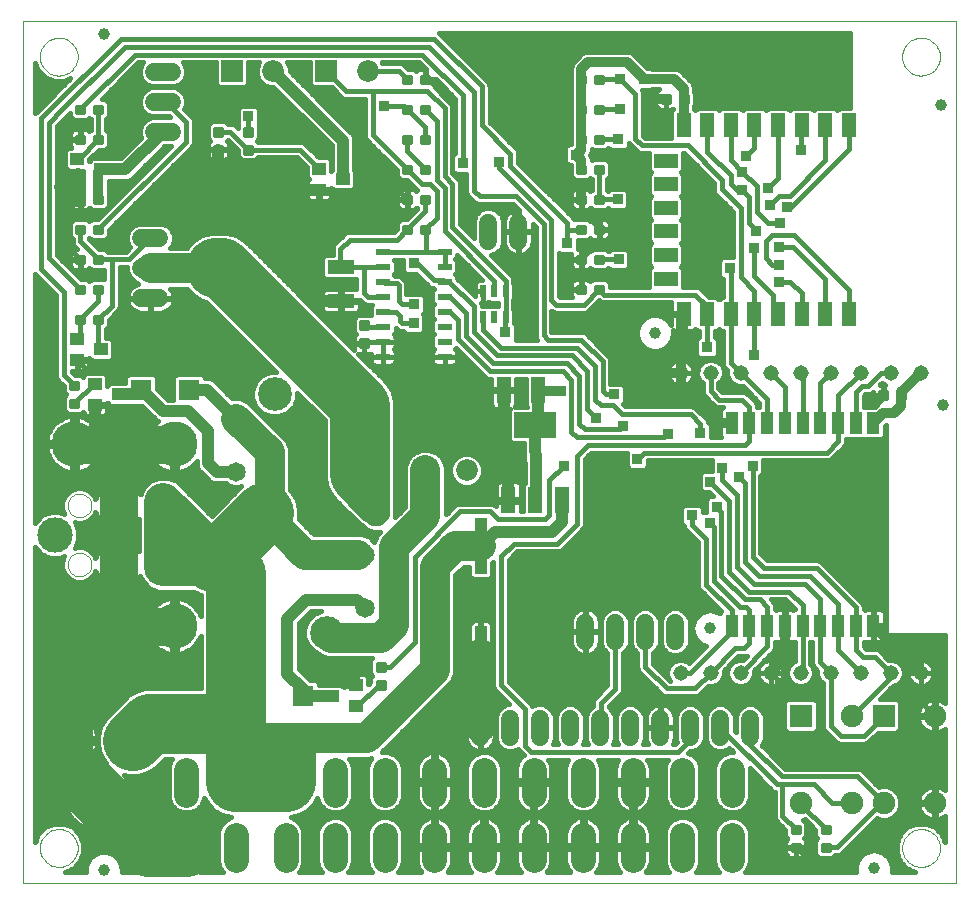
<source format=gtl>
G75*
%MOIN*%
%OFA0B0*%
%FSLAX24Y24*%
%IPPOS*%
%LPD*%
%AMOC8*
5,1,8,0,0,1.08239X$1,22.5*
%
%ADD10C,0.0000*%
%ADD11R,0.0728X0.0728*%
%ADD12C,0.0728*%
%ADD13C,0.0594*%
%ADD14C,0.0827*%
%ADD15R,0.0500X0.0900*%
%ADD16R,0.1400X0.0850*%
%ADD17R,0.0450X0.0900*%
%ADD18R,0.0394X0.1850*%
%ADD19R,0.0472X0.0236*%
%ADD20C,0.0088*%
%ADD21R,0.0197X0.0394*%
%ADD22R,0.0750X0.0750*%
%ADD23C,0.0750*%
%ADD24C,0.0600*%
%ADD25C,0.1890*%
%ADD26C,0.0886*%
%ADD27C,0.0650*%
%ADD28C,0.1122*%
%ADD29R,0.0709X0.0697*%
%ADD30R,0.0472X0.0787*%
%ADD31R,0.0787X0.0472*%
%ADD32R,0.0900X0.0450*%
%ADD33R,0.0433X0.0728*%
%ADD34R,0.1693X0.1693*%
%ADD35C,0.0394*%
%ADD36R,0.0450X0.0400*%
%ADD37C,0.0515*%
%ADD38C,0.1266*%
%ADD39C,0.1181*%
%ADD40C,0.1502*%
%ADD41C,0.1250*%
%ADD42C,0.2000*%
%ADD43C,0.0400*%
%ADD44C,0.0160*%
%ADD45R,0.0356X0.0356*%
%ADD46C,0.0320*%
%ADD47C,0.1000*%
%ADD48C,0.0200*%
%ADD49C,0.0500*%
%ADD50C,0.0100*%
D10*
X001306Y002003D02*
X001306Y030743D01*
X032408Y030743D01*
X032408Y002003D01*
X001306Y002003D01*
X001857Y003184D02*
X001859Y003234D01*
X001865Y003284D01*
X001875Y003333D01*
X001889Y003381D01*
X001906Y003428D01*
X001927Y003473D01*
X001952Y003517D01*
X001980Y003558D01*
X002012Y003597D01*
X002046Y003634D01*
X002083Y003668D01*
X002123Y003698D01*
X002165Y003725D01*
X002209Y003749D01*
X002255Y003770D01*
X002302Y003786D01*
X002350Y003799D01*
X002400Y003808D01*
X002449Y003813D01*
X002500Y003814D01*
X002550Y003811D01*
X002599Y003804D01*
X002648Y003793D01*
X002696Y003778D01*
X002742Y003760D01*
X002787Y003738D01*
X002830Y003712D01*
X002871Y003683D01*
X002910Y003651D01*
X002946Y003616D01*
X002978Y003578D01*
X003008Y003538D01*
X003035Y003495D01*
X003058Y003451D01*
X003077Y003405D01*
X003093Y003357D01*
X003105Y003308D01*
X003113Y003259D01*
X003117Y003209D01*
X003117Y003159D01*
X003113Y003109D01*
X003105Y003060D01*
X003093Y003011D01*
X003077Y002963D01*
X003058Y002917D01*
X003035Y002873D01*
X003008Y002830D01*
X002978Y002790D01*
X002946Y002752D01*
X002910Y002717D01*
X002871Y002685D01*
X002830Y002656D01*
X002787Y002630D01*
X002742Y002608D01*
X002696Y002590D01*
X002648Y002575D01*
X002599Y002564D01*
X002550Y002557D01*
X002500Y002554D01*
X002449Y002555D01*
X002400Y002560D01*
X002350Y002569D01*
X002302Y002582D01*
X002255Y002598D01*
X002209Y002619D01*
X002165Y002643D01*
X002123Y002670D01*
X002083Y002700D01*
X002046Y002734D01*
X002012Y002771D01*
X001980Y002810D01*
X001952Y002851D01*
X001927Y002895D01*
X001906Y002940D01*
X001889Y002987D01*
X001875Y003035D01*
X001865Y003084D01*
X001859Y003134D01*
X001857Y003184D01*
X002782Y012633D02*
X002784Y012672D01*
X002790Y012711D01*
X002800Y012749D01*
X002813Y012786D01*
X002830Y012821D01*
X002850Y012855D01*
X002874Y012886D01*
X002901Y012915D01*
X002930Y012941D01*
X002962Y012964D01*
X002996Y012984D01*
X003032Y013000D01*
X003069Y013012D01*
X003108Y013021D01*
X003147Y013026D01*
X003186Y013027D01*
X003225Y013024D01*
X003264Y013017D01*
X003301Y013006D01*
X003338Y012992D01*
X003373Y012974D01*
X003406Y012953D01*
X003437Y012928D01*
X003465Y012901D01*
X003490Y012871D01*
X003512Y012838D01*
X003531Y012804D01*
X003546Y012768D01*
X003558Y012730D01*
X003566Y012692D01*
X003570Y012653D01*
X003570Y012613D01*
X003566Y012574D01*
X003558Y012536D01*
X003546Y012498D01*
X003531Y012462D01*
X003512Y012428D01*
X003490Y012395D01*
X003465Y012365D01*
X003437Y012338D01*
X003406Y012313D01*
X003373Y012292D01*
X003338Y012274D01*
X003301Y012260D01*
X003264Y012249D01*
X003225Y012242D01*
X003186Y012239D01*
X003147Y012240D01*
X003108Y012245D01*
X003069Y012254D01*
X003032Y012266D01*
X002996Y012282D01*
X002962Y012302D01*
X002930Y012325D01*
X002901Y012351D01*
X002874Y012380D01*
X002850Y012411D01*
X002830Y012445D01*
X002813Y012480D01*
X002800Y012517D01*
X002790Y012555D01*
X002784Y012594D01*
X002782Y012633D01*
X002782Y014602D02*
X002784Y014641D01*
X002790Y014680D01*
X002800Y014718D01*
X002813Y014755D01*
X002830Y014790D01*
X002850Y014824D01*
X002874Y014855D01*
X002901Y014884D01*
X002930Y014910D01*
X002962Y014933D01*
X002996Y014953D01*
X003032Y014969D01*
X003069Y014981D01*
X003108Y014990D01*
X003147Y014995D01*
X003186Y014996D01*
X003225Y014993D01*
X003264Y014986D01*
X003301Y014975D01*
X003338Y014961D01*
X003373Y014943D01*
X003406Y014922D01*
X003437Y014897D01*
X003465Y014870D01*
X003490Y014840D01*
X003512Y014807D01*
X003531Y014773D01*
X003546Y014737D01*
X003558Y014699D01*
X003566Y014661D01*
X003570Y014622D01*
X003570Y014582D01*
X003566Y014543D01*
X003558Y014505D01*
X003546Y014467D01*
X003531Y014431D01*
X003512Y014397D01*
X003490Y014364D01*
X003465Y014334D01*
X003437Y014307D01*
X003406Y014282D01*
X003373Y014261D01*
X003338Y014243D01*
X003301Y014229D01*
X003264Y014218D01*
X003225Y014211D01*
X003186Y014208D01*
X003147Y014209D01*
X003108Y014214D01*
X003069Y014223D01*
X003032Y014235D01*
X002996Y014251D01*
X002962Y014271D01*
X002930Y014294D01*
X002901Y014320D01*
X002874Y014349D01*
X002850Y014380D01*
X002830Y014414D01*
X002813Y014449D01*
X002800Y014486D01*
X002790Y014524D01*
X002784Y014563D01*
X002782Y014602D01*
X001857Y029562D02*
X001859Y029612D01*
X001865Y029662D01*
X001875Y029711D01*
X001889Y029759D01*
X001906Y029806D01*
X001927Y029851D01*
X001952Y029895D01*
X001980Y029936D01*
X002012Y029975D01*
X002046Y030012D01*
X002083Y030046D01*
X002123Y030076D01*
X002165Y030103D01*
X002209Y030127D01*
X002255Y030148D01*
X002302Y030164D01*
X002350Y030177D01*
X002400Y030186D01*
X002449Y030191D01*
X002500Y030192D01*
X002550Y030189D01*
X002599Y030182D01*
X002648Y030171D01*
X002696Y030156D01*
X002742Y030138D01*
X002787Y030116D01*
X002830Y030090D01*
X002871Y030061D01*
X002910Y030029D01*
X002946Y029994D01*
X002978Y029956D01*
X003008Y029916D01*
X003035Y029873D01*
X003058Y029829D01*
X003077Y029783D01*
X003093Y029735D01*
X003105Y029686D01*
X003113Y029637D01*
X003117Y029587D01*
X003117Y029537D01*
X003113Y029487D01*
X003105Y029438D01*
X003093Y029389D01*
X003077Y029341D01*
X003058Y029295D01*
X003035Y029251D01*
X003008Y029208D01*
X002978Y029168D01*
X002946Y029130D01*
X002910Y029095D01*
X002871Y029063D01*
X002830Y029034D01*
X002787Y029008D01*
X002742Y028986D01*
X002696Y028968D01*
X002648Y028953D01*
X002599Y028942D01*
X002550Y028935D01*
X002500Y028932D01*
X002449Y028933D01*
X002400Y028938D01*
X002350Y028947D01*
X002302Y028960D01*
X002255Y028976D01*
X002209Y028997D01*
X002165Y029021D01*
X002123Y029048D01*
X002083Y029078D01*
X002046Y029112D01*
X002012Y029149D01*
X001980Y029188D01*
X001952Y029229D01*
X001927Y029273D01*
X001906Y029318D01*
X001889Y029365D01*
X001875Y029413D01*
X001865Y029462D01*
X001859Y029512D01*
X001857Y029562D01*
X030597Y029562D02*
X030599Y029612D01*
X030605Y029662D01*
X030615Y029711D01*
X030629Y029759D01*
X030646Y029806D01*
X030667Y029851D01*
X030692Y029895D01*
X030720Y029936D01*
X030752Y029975D01*
X030786Y030012D01*
X030823Y030046D01*
X030863Y030076D01*
X030905Y030103D01*
X030949Y030127D01*
X030995Y030148D01*
X031042Y030164D01*
X031090Y030177D01*
X031140Y030186D01*
X031189Y030191D01*
X031240Y030192D01*
X031290Y030189D01*
X031339Y030182D01*
X031388Y030171D01*
X031436Y030156D01*
X031482Y030138D01*
X031527Y030116D01*
X031570Y030090D01*
X031611Y030061D01*
X031650Y030029D01*
X031686Y029994D01*
X031718Y029956D01*
X031748Y029916D01*
X031775Y029873D01*
X031798Y029829D01*
X031817Y029783D01*
X031833Y029735D01*
X031845Y029686D01*
X031853Y029637D01*
X031857Y029587D01*
X031857Y029537D01*
X031853Y029487D01*
X031845Y029438D01*
X031833Y029389D01*
X031817Y029341D01*
X031798Y029295D01*
X031775Y029251D01*
X031748Y029208D01*
X031718Y029168D01*
X031686Y029130D01*
X031650Y029095D01*
X031611Y029063D01*
X031570Y029034D01*
X031527Y029008D01*
X031482Y028986D01*
X031436Y028968D01*
X031388Y028953D01*
X031339Y028942D01*
X031290Y028935D01*
X031240Y028932D01*
X031189Y028933D01*
X031140Y028938D01*
X031090Y028947D01*
X031042Y028960D01*
X030995Y028976D01*
X030949Y028997D01*
X030905Y029021D01*
X030863Y029048D01*
X030823Y029078D01*
X030786Y029112D01*
X030752Y029149D01*
X030720Y029188D01*
X030692Y029229D01*
X030667Y029273D01*
X030646Y029318D01*
X030629Y029365D01*
X030615Y029413D01*
X030605Y029462D01*
X030599Y029512D01*
X030597Y029562D01*
X030597Y003184D02*
X030599Y003234D01*
X030605Y003284D01*
X030615Y003333D01*
X030629Y003381D01*
X030646Y003428D01*
X030667Y003473D01*
X030692Y003517D01*
X030720Y003558D01*
X030752Y003597D01*
X030786Y003634D01*
X030823Y003668D01*
X030863Y003698D01*
X030905Y003725D01*
X030949Y003749D01*
X030995Y003770D01*
X031042Y003786D01*
X031090Y003799D01*
X031140Y003808D01*
X031189Y003813D01*
X031240Y003814D01*
X031290Y003811D01*
X031339Y003804D01*
X031388Y003793D01*
X031436Y003778D01*
X031482Y003760D01*
X031527Y003738D01*
X031570Y003712D01*
X031611Y003683D01*
X031650Y003651D01*
X031686Y003616D01*
X031718Y003578D01*
X031748Y003538D01*
X031775Y003495D01*
X031798Y003451D01*
X031817Y003405D01*
X031833Y003357D01*
X031845Y003308D01*
X031853Y003259D01*
X031857Y003209D01*
X031857Y003159D01*
X031853Y003109D01*
X031845Y003060D01*
X031833Y003011D01*
X031817Y002963D01*
X031798Y002917D01*
X031775Y002873D01*
X031748Y002830D01*
X031718Y002790D01*
X031686Y002752D01*
X031650Y002717D01*
X031611Y002685D01*
X031570Y002656D01*
X031527Y002630D01*
X031482Y002608D01*
X031436Y002590D01*
X031388Y002575D01*
X031339Y002564D01*
X031290Y002557D01*
X031240Y002554D01*
X031189Y002555D01*
X031140Y002560D01*
X031090Y002569D01*
X031042Y002582D01*
X030995Y002598D01*
X030949Y002619D01*
X030905Y002643D01*
X030863Y002670D01*
X030823Y002700D01*
X030786Y002734D01*
X030752Y002771D01*
X030720Y002810D01*
X030692Y002851D01*
X030667Y002895D01*
X030646Y002940D01*
X030629Y002987D01*
X030615Y003035D01*
X030605Y003084D01*
X030599Y003134D01*
X030597Y003184D01*
D11*
X014702Y015771D03*
X011408Y029082D03*
X008258Y029082D03*
D12*
X009636Y029082D03*
X012786Y029082D03*
X016080Y015771D03*
D13*
X006259Y027061D02*
X005666Y027061D01*
X005666Y028061D02*
X006259Y028061D01*
X006259Y029061D02*
X005666Y029061D01*
D14*
X006743Y005792D02*
X006743Y004965D01*
X006743Y003626D02*
X006743Y002800D01*
X008396Y002800D02*
X008396Y003626D01*
X008396Y004965D02*
X008396Y005792D01*
X010050Y005792D02*
X010050Y004965D01*
X010050Y003626D02*
X010050Y002800D01*
X011703Y002800D02*
X011703Y003626D01*
X011703Y004965D02*
X011703Y005792D01*
X013357Y005792D02*
X013357Y004965D01*
X013357Y003626D02*
X013357Y002800D01*
X015011Y002800D02*
X015011Y003626D01*
X015011Y004965D02*
X015011Y005792D01*
X016664Y005792D02*
X016664Y004965D01*
X016664Y003626D02*
X016664Y002800D01*
X018318Y002800D02*
X018318Y003626D01*
X018318Y004965D02*
X018318Y005792D01*
X019971Y005792D02*
X019971Y004965D01*
X019971Y003626D02*
X019971Y002800D01*
X021625Y002800D02*
X021625Y003626D01*
X021625Y004965D02*
X021625Y005792D01*
X023278Y005792D02*
X023278Y004965D01*
X023278Y003626D02*
X023278Y002800D01*
X024932Y002800D02*
X024932Y003626D01*
X024932Y004965D02*
X024932Y005792D01*
D15*
X019277Y014775D03*
X018377Y014775D03*
X017477Y014775D03*
D16*
X018377Y017275D03*
D17*
X018462Y018437D03*
X017312Y018437D03*
D18*
X016552Y013245D03*
X016552Y009663D03*
D19*
X015347Y019560D03*
X015347Y020060D03*
X015347Y020560D03*
X015347Y021060D03*
X015347Y021560D03*
X015347Y022060D03*
X015347Y022560D03*
X015347Y023060D03*
X013300Y023060D03*
X013300Y022560D03*
X013300Y022060D03*
X013300Y021560D03*
X013300Y021060D03*
X013300Y020560D03*
X013300Y020060D03*
X013300Y019560D03*
D20*
X012798Y019876D02*
X012798Y020138D01*
X012798Y019876D02*
X012536Y019876D01*
X012536Y020138D01*
X012798Y020138D01*
X012798Y019963D02*
X012536Y019963D01*
X012536Y020050D02*
X012798Y020050D01*
X012798Y020137D02*
X012536Y020137D01*
X012798Y020476D02*
X012798Y020738D01*
X012798Y020476D02*
X012536Y020476D01*
X012536Y020738D01*
X012798Y020738D01*
X012798Y020563D02*
X012536Y020563D01*
X012536Y020650D02*
X012798Y020650D01*
X012798Y020737D02*
X012536Y020737D01*
X013975Y023672D02*
X014237Y023672D01*
X013975Y023672D02*
X013975Y023934D01*
X014237Y023934D01*
X014237Y023672D01*
X014237Y023759D02*
X013975Y023759D01*
X013975Y023846D02*
X014237Y023846D01*
X014237Y023933D02*
X013975Y023933D01*
X014575Y023672D02*
X014837Y023672D01*
X014575Y023672D02*
X014575Y023934D01*
X014837Y023934D01*
X014837Y023672D01*
X014837Y023759D02*
X014575Y023759D01*
X014575Y023846D02*
X014837Y023846D01*
X014837Y023933D02*
X014575Y023933D01*
X014575Y024934D02*
X014837Y024934D01*
X014837Y024672D01*
X014575Y024672D01*
X014575Y024934D01*
X014575Y024759D02*
X014837Y024759D01*
X014837Y024846D02*
X014575Y024846D01*
X014575Y024933D02*
X014837Y024933D01*
X014237Y024934D02*
X013975Y024934D01*
X014237Y024934D02*
X014237Y024672D01*
X013975Y024672D01*
X013975Y024934D01*
X013975Y024759D02*
X014237Y024759D01*
X014237Y024846D02*
X013975Y024846D01*
X013975Y024933D02*
X014237Y024933D01*
X014237Y025672D02*
X013975Y025672D01*
X013975Y025934D01*
X014237Y025934D01*
X014237Y025672D01*
X014237Y025759D02*
X013975Y025759D01*
X013975Y025846D02*
X014237Y025846D01*
X014237Y025933D02*
X013975Y025933D01*
X014575Y025672D02*
X014837Y025672D01*
X014575Y025672D02*
X014575Y025934D01*
X014837Y025934D01*
X014837Y025672D01*
X014837Y025759D02*
X014575Y025759D01*
X014575Y025846D02*
X014837Y025846D01*
X014837Y025933D02*
X014575Y025933D01*
X014575Y026672D02*
X014837Y026672D01*
X014575Y026672D02*
X014575Y026934D01*
X014837Y026934D01*
X014837Y026672D01*
X014837Y026759D02*
X014575Y026759D01*
X014575Y026846D02*
X014837Y026846D01*
X014837Y026933D02*
X014575Y026933D01*
X014237Y026672D02*
X013975Y026672D01*
X013975Y026934D01*
X014237Y026934D01*
X014237Y026672D01*
X014237Y026759D02*
X013975Y026759D01*
X013975Y026846D02*
X014237Y026846D01*
X014237Y026933D02*
X013975Y026933D01*
X013975Y027934D02*
X014237Y027934D01*
X014237Y027672D01*
X013975Y027672D01*
X013975Y027934D01*
X013975Y027759D02*
X014237Y027759D01*
X014237Y027846D02*
X013975Y027846D01*
X013975Y027933D02*
X014237Y027933D01*
X014575Y027934D02*
X014837Y027934D01*
X014837Y027672D01*
X014575Y027672D01*
X014575Y027934D01*
X014575Y027759D02*
X014837Y027759D01*
X014837Y027846D02*
X014575Y027846D01*
X014575Y027933D02*
X014837Y027933D01*
X014837Y028672D02*
X014575Y028672D01*
X014575Y028934D01*
X014837Y028934D01*
X014837Y028672D01*
X014837Y028759D02*
X014575Y028759D01*
X014575Y028846D02*
X014837Y028846D01*
X014837Y028933D02*
X014575Y028933D01*
X014237Y028672D02*
X013975Y028672D01*
X013975Y028934D01*
X014237Y028934D01*
X014237Y028672D01*
X014237Y028759D02*
X013975Y028759D01*
X013975Y028846D02*
X014237Y028846D01*
X014237Y028933D02*
X013975Y028933D01*
X008675Y027194D02*
X008675Y026932D01*
X008675Y027194D02*
X008937Y027194D01*
X008937Y026932D01*
X008675Y026932D01*
X008675Y027019D02*
X008937Y027019D01*
X008937Y027106D02*
X008675Y027106D01*
X008675Y027193D02*
X008937Y027193D01*
X008675Y026594D02*
X008675Y026332D01*
X008675Y026594D02*
X008937Y026594D01*
X008937Y026332D01*
X008675Y026332D01*
X008675Y026419D02*
X008937Y026419D01*
X008937Y026506D02*
X008675Y026506D01*
X008675Y026593D02*
X008937Y026593D01*
X007937Y026594D02*
X007937Y026332D01*
X007675Y026332D01*
X007675Y026594D01*
X007937Y026594D01*
X007937Y026419D02*
X007675Y026419D01*
X007675Y026506D02*
X007937Y026506D01*
X007937Y026593D02*
X007675Y026593D01*
X007937Y026932D02*
X007937Y027194D01*
X007937Y026932D02*
X007675Y026932D01*
X007675Y027194D01*
X007937Y027194D01*
X007937Y027019D02*
X007675Y027019D01*
X007675Y027106D02*
X007937Y027106D01*
X007937Y027193D02*
X007675Y027193D01*
X003937Y026672D02*
X003675Y026672D01*
X003675Y026934D01*
X003937Y026934D01*
X003937Y026672D01*
X003937Y026759D02*
X003675Y026759D01*
X003675Y026846D02*
X003937Y026846D01*
X003937Y026933D02*
X003675Y026933D01*
X003337Y026672D02*
X003075Y026672D01*
X003075Y026934D01*
X003337Y026934D01*
X003337Y026672D01*
X003337Y026759D02*
X003075Y026759D01*
X003075Y026846D02*
X003337Y026846D01*
X003337Y026933D02*
X003075Y026933D01*
X003075Y027672D02*
X003337Y027672D01*
X003075Y027672D02*
X003075Y027934D01*
X003337Y027934D01*
X003337Y027672D01*
X003337Y027759D02*
X003075Y027759D01*
X003075Y027846D02*
X003337Y027846D01*
X003337Y027933D02*
X003075Y027933D01*
X003675Y027672D02*
X003937Y027672D01*
X003675Y027672D02*
X003675Y027934D01*
X003937Y027934D01*
X003937Y027672D01*
X003937Y027759D02*
X003675Y027759D01*
X003675Y027846D02*
X003937Y027846D01*
X003937Y027933D02*
X003675Y027933D01*
X003675Y024672D02*
X003937Y024672D01*
X003675Y024672D02*
X003675Y024934D01*
X003937Y024934D01*
X003937Y024672D01*
X003937Y024759D02*
X003675Y024759D01*
X003675Y024846D02*
X003937Y024846D01*
X003937Y024933D02*
X003675Y024933D01*
X003337Y024672D02*
X003075Y024672D01*
X003075Y024934D01*
X003337Y024934D01*
X003337Y024672D01*
X003337Y024759D02*
X003075Y024759D01*
X003075Y024846D02*
X003337Y024846D01*
X003337Y024933D02*
X003075Y024933D01*
X003075Y023672D02*
X003337Y023672D01*
X003075Y023672D02*
X003075Y023934D01*
X003337Y023934D01*
X003337Y023672D01*
X003337Y023759D02*
X003075Y023759D01*
X003075Y023846D02*
X003337Y023846D01*
X003337Y023933D02*
X003075Y023933D01*
X003675Y023672D02*
X003937Y023672D01*
X003675Y023672D02*
X003675Y023934D01*
X003937Y023934D01*
X003937Y023672D01*
X003937Y023759D02*
X003675Y023759D01*
X003675Y023846D02*
X003937Y023846D01*
X003937Y023933D02*
X003675Y023933D01*
X003675Y022672D02*
X003937Y022672D01*
X003675Y022672D02*
X003675Y022934D01*
X003937Y022934D01*
X003937Y022672D01*
X003937Y022759D02*
X003675Y022759D01*
X003675Y022846D02*
X003937Y022846D01*
X003937Y022933D02*
X003675Y022933D01*
X003337Y022672D02*
X003075Y022672D01*
X003075Y022934D01*
X003337Y022934D01*
X003337Y022672D01*
X003337Y022759D02*
X003075Y022759D01*
X003075Y022846D02*
X003337Y022846D01*
X003337Y022933D02*
X003075Y022933D01*
X003075Y021672D02*
X003337Y021672D01*
X003075Y021672D02*
X003075Y021934D01*
X003337Y021934D01*
X003337Y021672D01*
X003337Y021759D02*
X003075Y021759D01*
X003075Y021846D02*
X003337Y021846D01*
X003337Y021933D02*
X003075Y021933D01*
X003675Y021672D02*
X003937Y021672D01*
X003675Y021672D02*
X003675Y021934D01*
X003937Y021934D01*
X003937Y021672D01*
X003937Y021759D02*
X003675Y021759D01*
X003675Y021846D02*
X003937Y021846D01*
X003937Y021933D02*
X003675Y021933D01*
X003675Y020672D02*
X003937Y020672D01*
X003675Y020672D02*
X003675Y020934D01*
X003937Y020934D01*
X003937Y020672D01*
X003937Y020759D02*
X003675Y020759D01*
X003675Y020846D02*
X003937Y020846D01*
X003937Y020933D02*
X003675Y020933D01*
X003337Y020672D02*
X003075Y020672D01*
X003075Y020934D01*
X003337Y020934D01*
X003337Y020672D01*
X003337Y020759D02*
X003075Y020759D01*
X003075Y020846D02*
X003337Y020846D01*
X003337Y020933D02*
X003075Y020933D01*
X002875Y018734D02*
X002875Y018472D01*
X002875Y018734D02*
X003137Y018734D01*
X003137Y018472D01*
X002875Y018472D01*
X002875Y018559D02*
X003137Y018559D01*
X003137Y018646D02*
X002875Y018646D01*
X002875Y018733D02*
X003137Y018733D01*
X002875Y018134D02*
X002875Y017872D01*
X002875Y018134D02*
X003137Y018134D01*
X003137Y017872D01*
X002875Y017872D01*
X002875Y017959D02*
X003137Y017959D01*
X003137Y018046D02*
X002875Y018046D01*
X002875Y018133D02*
X003137Y018133D01*
X013347Y009354D02*
X013347Y009092D01*
X013085Y009092D01*
X013085Y009354D01*
X013347Y009354D01*
X013347Y009179D02*
X013085Y009179D01*
X013085Y009266D02*
X013347Y009266D01*
X013347Y009353D02*
X013085Y009353D01*
X013347Y008754D02*
X013347Y008492D01*
X013085Y008492D01*
X013085Y008754D01*
X013347Y008754D01*
X013347Y008579D02*
X013085Y008579D01*
X013085Y008666D02*
X013347Y008666D01*
X013347Y008753D02*
X013085Y008753D01*
X019775Y021672D02*
X020037Y021672D01*
X019775Y021672D02*
X019775Y021934D01*
X020037Y021934D01*
X020037Y021672D01*
X020037Y021759D02*
X019775Y021759D01*
X019775Y021846D02*
X020037Y021846D01*
X020037Y021933D02*
X019775Y021933D01*
X020375Y021672D02*
X020637Y021672D01*
X020375Y021672D02*
X020375Y021934D01*
X020637Y021934D01*
X020637Y021672D01*
X020637Y021759D02*
X020375Y021759D01*
X020375Y021846D02*
X020637Y021846D01*
X020637Y021933D02*
X020375Y021933D01*
X020375Y022672D02*
X020637Y022672D01*
X020375Y022672D02*
X020375Y022934D01*
X020637Y022934D01*
X020637Y022672D01*
X020637Y022759D02*
X020375Y022759D01*
X020375Y022846D02*
X020637Y022846D01*
X020637Y022933D02*
X020375Y022933D01*
X020037Y022672D02*
X019775Y022672D01*
X019775Y022934D01*
X020037Y022934D01*
X020037Y022672D01*
X020037Y022759D02*
X019775Y022759D01*
X019775Y022846D02*
X020037Y022846D01*
X020037Y022933D02*
X019775Y022933D01*
X019775Y023934D02*
X020037Y023934D01*
X020037Y023672D01*
X019775Y023672D01*
X019775Y023934D01*
X019775Y023759D02*
X020037Y023759D01*
X020037Y023846D02*
X019775Y023846D01*
X019775Y023933D02*
X020037Y023933D01*
X020375Y023934D02*
X020637Y023934D01*
X020637Y023672D01*
X020375Y023672D01*
X020375Y023934D01*
X020375Y023759D02*
X020637Y023759D01*
X020637Y023846D02*
X020375Y023846D01*
X020375Y023933D02*
X020637Y023933D01*
X020637Y024934D02*
X020375Y024934D01*
X020637Y024934D02*
X020637Y024672D01*
X020375Y024672D01*
X020375Y024934D01*
X020375Y024759D02*
X020637Y024759D01*
X020637Y024846D02*
X020375Y024846D01*
X020375Y024933D02*
X020637Y024933D01*
X020037Y024934D02*
X019775Y024934D01*
X020037Y024934D02*
X020037Y024672D01*
X019775Y024672D01*
X019775Y024934D01*
X019775Y024759D02*
X020037Y024759D01*
X020037Y024846D02*
X019775Y024846D01*
X019775Y024933D02*
X020037Y024933D01*
X020037Y025934D02*
X019775Y025934D01*
X020037Y025934D02*
X020037Y025672D01*
X019775Y025672D01*
X019775Y025934D01*
X019775Y025759D02*
X020037Y025759D01*
X020037Y025846D02*
X019775Y025846D01*
X019775Y025933D02*
X020037Y025933D01*
X020375Y025934D02*
X020637Y025934D01*
X020637Y025672D01*
X020375Y025672D01*
X020375Y025934D01*
X020375Y025759D02*
X020637Y025759D01*
X020637Y025846D02*
X020375Y025846D01*
X020375Y025933D02*
X020637Y025933D01*
X020637Y026672D02*
X020375Y026672D01*
X020375Y026934D01*
X020637Y026934D01*
X020637Y026672D01*
X020637Y026759D02*
X020375Y026759D01*
X020375Y026846D02*
X020637Y026846D01*
X020637Y026933D02*
X020375Y026933D01*
X020037Y026672D02*
X019775Y026672D01*
X019775Y026934D01*
X020037Y026934D01*
X020037Y026672D01*
X020037Y026759D02*
X019775Y026759D01*
X019775Y026846D02*
X020037Y026846D01*
X020037Y026933D02*
X019775Y026933D01*
X019775Y027672D02*
X020037Y027672D01*
X019775Y027672D02*
X019775Y027934D01*
X020037Y027934D01*
X020037Y027672D01*
X020037Y027759D02*
X019775Y027759D01*
X019775Y027846D02*
X020037Y027846D01*
X020037Y027933D02*
X019775Y027933D01*
X020375Y027672D02*
X020637Y027672D01*
X020375Y027672D02*
X020375Y027934D01*
X020637Y027934D01*
X020637Y027672D01*
X020637Y027759D02*
X020375Y027759D01*
X020375Y027846D02*
X020637Y027846D01*
X020637Y027933D02*
X020375Y027933D01*
X020375Y028672D02*
X020637Y028672D01*
X020375Y028672D02*
X020375Y028934D01*
X020637Y028934D01*
X020637Y028672D01*
X020637Y028759D02*
X020375Y028759D01*
X020375Y028846D02*
X020637Y028846D01*
X020637Y028933D02*
X020375Y028933D01*
X020037Y028672D02*
X019775Y028672D01*
X019775Y028934D01*
X020037Y028934D01*
X020037Y028672D01*
X020037Y028759D02*
X019775Y028759D01*
X019775Y028846D02*
X020037Y028846D01*
X020037Y028933D02*
X019775Y028933D01*
X022594Y028274D02*
X022856Y028274D01*
X022856Y028012D01*
X022594Y028012D01*
X022594Y028274D01*
X022594Y028099D02*
X022856Y028099D01*
X022856Y028186D02*
X022594Y028186D01*
X022594Y028273D02*
X022856Y028273D01*
X023194Y028274D02*
X023456Y028274D01*
X023456Y028012D01*
X023194Y028012D01*
X023194Y028274D01*
X023194Y028099D02*
X023456Y028099D01*
X023456Y028186D02*
X023194Y028186D01*
X023194Y028273D02*
X023456Y028273D01*
X029841Y018141D02*
X030103Y018141D01*
X029841Y018141D02*
X029841Y018403D01*
X030103Y018403D01*
X030103Y018141D01*
X030103Y018228D02*
X029841Y018228D01*
X029841Y018315D02*
X030103Y018315D01*
X030103Y018402D02*
X029841Y018402D01*
X030441Y018141D02*
X030703Y018141D01*
X030441Y018141D02*
X030441Y018403D01*
X030703Y018403D01*
X030703Y018141D01*
X030703Y018228D02*
X030441Y018228D01*
X030441Y018315D02*
X030703Y018315D01*
X030703Y018402D02*
X030441Y018402D01*
X027925Y003934D02*
X027925Y003672D01*
X027925Y003934D02*
X028187Y003934D01*
X028187Y003672D01*
X027925Y003672D01*
X027925Y003759D02*
X028187Y003759D01*
X028187Y003846D02*
X027925Y003846D01*
X027925Y003933D02*
X028187Y003933D01*
X027925Y003334D02*
X027925Y003072D01*
X027925Y003334D02*
X028187Y003334D01*
X028187Y003072D01*
X027925Y003072D01*
X027925Y003159D02*
X028187Y003159D01*
X028187Y003246D02*
X027925Y003246D01*
X027925Y003333D02*
X028187Y003333D01*
X027187Y003334D02*
X027187Y003072D01*
X026925Y003072D01*
X026925Y003334D01*
X027187Y003334D01*
X027187Y003159D02*
X026925Y003159D01*
X026925Y003246D02*
X027187Y003246D01*
X027187Y003333D02*
X026925Y003333D01*
X027187Y003672D02*
X027187Y003934D01*
X027187Y003672D02*
X026925Y003672D01*
X026925Y003934D01*
X027187Y003934D01*
X027187Y003759D02*
X026925Y003759D01*
X026925Y003846D02*
X027187Y003846D01*
X027187Y003933D02*
X026925Y003933D01*
D21*
X017383Y020877D03*
X017009Y020877D03*
X016635Y020877D03*
X016635Y021743D03*
X017009Y021743D03*
X017383Y021743D03*
D22*
X027228Y007587D03*
X029984Y007587D03*
D23*
X028928Y007587D03*
X031684Y007587D03*
X031684Y004687D03*
X029984Y004687D03*
X028928Y004687D03*
X027228Y004687D03*
D24*
X025536Y006893D02*
X025536Y007493D01*
X024536Y007493D02*
X024536Y006893D01*
X023536Y006893D02*
X023536Y007493D01*
X022536Y007493D02*
X022536Y006893D01*
X021536Y006893D02*
X021536Y007493D01*
X020536Y007493D02*
X020536Y006893D01*
X019536Y006893D02*
X019536Y007493D01*
X018536Y007493D02*
X018536Y006893D01*
X017536Y006893D02*
X017536Y007493D01*
X016536Y007493D02*
X016536Y006893D01*
X020036Y010093D02*
X020036Y010693D01*
X021036Y010693D02*
X021036Y010093D01*
X022036Y010093D02*
X022036Y010693D01*
X023036Y010693D02*
X023036Y010093D01*
X017806Y023432D02*
X017806Y024032D01*
X016806Y024032D02*
X016806Y023432D01*
X005844Y023513D02*
X005244Y023513D01*
X005244Y022513D02*
X005844Y022513D01*
X005844Y021513D02*
X005244Y021513D01*
D25*
X004964Y006767D03*
X003782Y004917D03*
X002641Y006767D03*
D26*
X009329Y014341D03*
X013070Y014341D03*
X007725Y022513D03*
D27*
X008404Y017491D03*
X008404Y015719D03*
X012696Y012963D03*
X012696Y011192D03*
D28*
X011416Y010365D03*
X009684Y018318D03*
D29*
X006844Y018456D03*
X005236Y018456D03*
X009022Y008253D03*
X010630Y008253D03*
D30*
X023314Y020979D03*
X024101Y020979D03*
X024889Y020979D03*
X025676Y020979D03*
X026464Y020979D03*
X027251Y020979D03*
X028038Y020979D03*
X028826Y020979D03*
X028826Y027278D03*
X028038Y027278D03*
X027251Y027278D03*
X026464Y027278D03*
X025676Y027278D03*
X024889Y027278D03*
X024101Y027278D03*
X023314Y027278D03*
D31*
X022731Y026097D03*
X022731Y025310D03*
X022731Y024522D03*
X022731Y023735D03*
X022731Y022947D03*
X022731Y022160D03*
D32*
X011886Y022559D03*
X011886Y021409D03*
D33*
X024919Y017348D03*
X025509Y017348D03*
X026100Y017348D03*
X026690Y017348D03*
X027281Y017348D03*
X027871Y017348D03*
X028462Y017348D03*
X029053Y017348D03*
X029643Y017348D03*
X029643Y010596D03*
X029053Y010596D03*
X028462Y010596D03*
X027871Y010596D03*
X027281Y010596D03*
X026690Y010596D03*
X026100Y010596D03*
X025509Y010596D03*
X024919Y010596D03*
D34*
X027056Y013972D03*
D35*
X024206Y010503D03*
X031956Y017953D03*
X022356Y020353D03*
X031906Y027953D03*
X029656Y002503D03*
X003986Y002453D03*
X003986Y030323D03*
D36*
X003106Y026153D03*
X003106Y025453D03*
X003906Y025803D03*
X003106Y020153D03*
X003106Y019453D03*
X003906Y019803D03*
X003706Y018653D03*
X004506Y018303D03*
X003706Y017953D03*
X011159Y025132D03*
X011159Y025832D03*
X011959Y025482D03*
X012406Y008603D03*
X012406Y007903D03*
X011606Y008253D03*
D37*
X023213Y009027D03*
X024213Y009027D03*
X025213Y009027D03*
X026213Y009027D03*
X027213Y009027D03*
X028213Y009027D03*
X029213Y009027D03*
X030213Y009027D03*
X031213Y009027D03*
X031213Y019027D03*
X030213Y019027D03*
X029213Y019027D03*
X028213Y019027D03*
X027213Y019027D03*
X026213Y019027D03*
X025213Y019027D03*
X024213Y019027D03*
X023213Y019027D03*
D38*
X005971Y014700D03*
X004495Y014602D03*
X004495Y012633D03*
X005971Y012535D03*
D39*
X002369Y013618D03*
D40*
X002999Y016649D03*
X006345Y016649D03*
X006345Y010586D03*
X002999Y010586D03*
D41*
X002976Y010553D02*
X003496Y010553D01*
X004496Y010553D01*
X004496Y016623D01*
X003066Y016623D01*
X002976Y016623D01*
X002976Y016633D01*
X006366Y016633D01*
X005976Y014723D02*
X007886Y012813D01*
X007355Y012535D02*
X005971Y012535D01*
X005971Y014700D01*
X005976Y014703D02*
X005976Y014723D01*
X005976Y014703D02*
X005986Y014693D01*
X006426Y013313D02*
X006646Y013093D01*
X006876Y013093D01*
X006316Y010553D02*
X004496Y010553D01*
X002976Y010553D02*
X002956Y010573D01*
D42*
X002996Y010583D02*
X003006Y010583D01*
X002636Y010213D01*
X002636Y006073D01*
X003782Y004927D01*
X003782Y004917D01*
X005486Y003213D01*
X006743Y003213D01*
X008396Y005378D02*
X008396Y012303D01*
X007886Y012813D01*
X007711Y012723D02*
X007626Y012723D01*
X007256Y013093D01*
X006876Y013093D01*
X007711Y012723D02*
X009329Y014341D01*
X012526Y015653D02*
X012526Y017923D01*
X007937Y022513D01*
X007725Y022513D01*
X004636Y010583D02*
X003006Y010583D01*
X002996Y010583D02*
X002926Y010513D01*
X005530Y007333D02*
X008126Y007333D01*
X008176Y007333D01*
X008396Y005378D02*
X010050Y005378D01*
X005530Y007333D02*
X004964Y006767D01*
D43*
X008126Y007333D02*
X008196Y007263D01*
X008196Y007083D01*
X008396Y006883D01*
X008396Y005378D01*
X008126Y007333D02*
X008995Y008202D01*
X009022Y008253D01*
X010106Y008993D02*
X010630Y008469D01*
X010630Y008253D01*
X010546Y008253D01*
X010630Y008253D02*
X011606Y008253D01*
X012406Y008603D02*
X011846Y009163D01*
X011036Y009163D01*
X010516Y008375D02*
X010630Y008253D01*
X010106Y008993D02*
X010106Y010833D01*
X010736Y011463D01*
X012424Y011463D01*
X012696Y011192D01*
X016552Y013245D02*
X017021Y013713D01*
X018936Y013713D01*
X019277Y014054D01*
X019277Y014775D01*
X018377Y014775D02*
X018397Y015453D01*
X018377Y017275D01*
X018462Y017360D01*
X018462Y018437D01*
X017312Y018437D02*
X017312Y017539D01*
X017146Y017373D01*
X017146Y016713D01*
X017477Y016383D01*
X017477Y014775D01*
X011886Y021409D02*
X011050Y021409D01*
X007806Y024653D01*
X007806Y025162D01*
X007776Y025132D01*
X005734Y025132D01*
X004346Y023743D01*
X004346Y023473D01*
X002786Y025133D02*
X003106Y025453D01*
X002786Y025133D02*
X002536Y025223D01*
X003906Y025803D02*
X004705Y025803D01*
X005963Y027061D01*
X007806Y026463D02*
X007806Y025773D01*
X007806Y025162D01*
X007776Y025132D02*
X011159Y025132D01*
X011959Y025482D02*
X011959Y026759D01*
X009636Y029082D01*
X007439Y018456D02*
X006844Y018456D01*
X007439Y018456D02*
X008404Y017491D01*
X007466Y017083D02*
X006806Y017743D01*
X005976Y017743D01*
X005263Y018456D01*
X005236Y018456D01*
X005083Y018303D01*
X004506Y018303D01*
X003706Y017953D02*
X003706Y016879D01*
X003476Y016649D01*
X002999Y016649D01*
X003040Y016649D01*
X003066Y016623D01*
X007466Y017083D02*
X007466Y016003D01*
X007750Y015719D01*
X008404Y015719D01*
D44*
X008070Y015339D02*
X008118Y015291D01*
X008304Y015215D01*
X008505Y015215D01*
X008554Y015235D01*
X007579Y014259D01*
X006432Y015406D01*
X006136Y015528D01*
X005816Y015528D01*
X005520Y015406D01*
X005294Y015179D01*
X005289Y015167D01*
X005282Y015161D01*
X005211Y014988D01*
X005173Y015054D01*
X005108Y015139D01*
X005032Y015214D01*
X004948Y015279D01*
X004855Y015333D01*
X004757Y015373D01*
X004654Y015401D01*
X004575Y015411D01*
X004575Y014682D01*
X004415Y014682D01*
X004415Y015411D01*
X004336Y015401D01*
X004233Y015373D01*
X004135Y015333D01*
X004042Y015279D01*
X003958Y015214D01*
X003882Y015139D01*
X003818Y015054D01*
X003764Y014962D01*
X003724Y014864D01*
X003710Y014813D01*
X003663Y014927D01*
X003501Y015088D01*
X003290Y015175D01*
X003062Y015175D01*
X002851Y015088D01*
X002690Y014927D01*
X002602Y014716D01*
X002602Y014488D01*
X002669Y014327D01*
X002522Y014388D01*
X002216Y014388D01*
X001933Y014271D01*
X001716Y014054D01*
X001700Y014015D01*
X001700Y022312D01*
X001749Y022263D01*
X002396Y021616D01*
X002396Y018902D01*
X002436Y018806D01*
X002509Y018733D01*
X002651Y018591D01*
X002651Y018379D01*
X002727Y018303D01*
X002651Y018227D01*
X002651Y017779D01*
X002782Y017648D01*
X003230Y017648D01*
X003303Y017722D01*
X003313Y017684D01*
X003337Y017643D01*
X003371Y017609D01*
X003412Y017586D01*
X003457Y017573D01*
X003686Y017573D01*
X003686Y017933D01*
X003726Y017933D01*
X003726Y017573D01*
X003955Y017573D01*
X004001Y017586D01*
X004042Y017609D01*
X004075Y017643D01*
X004099Y017684D01*
X004111Y017730D01*
X004111Y017933D01*
X003726Y017933D01*
X003726Y017973D01*
X004111Y017973D01*
X004111Y018019D01*
X004207Y017923D01*
X005158Y017923D01*
X005170Y017928D01*
X005254Y017928D01*
X005761Y017421D01*
X005800Y017405D01*
X005724Y017344D01*
X005650Y017270D01*
X005585Y017189D01*
X005529Y017100D01*
X005484Y017006D01*
X005449Y016907D01*
X005426Y016805D01*
X005417Y016729D01*
X006265Y016729D01*
X006265Y016569D01*
X005417Y016569D01*
X005426Y016493D01*
X005449Y016391D01*
X005484Y016292D01*
X005529Y016198D01*
X005585Y016109D01*
X005650Y016028D01*
X005724Y015954D01*
X005806Y015888D01*
X005894Y015833D01*
X005989Y015787D01*
X006087Y015753D01*
X006189Y015730D01*
X006265Y015721D01*
X006265Y016569D01*
X006425Y016569D01*
X006425Y015721D01*
X006502Y015730D01*
X006604Y015753D01*
X006702Y015787D01*
X006797Y015833D01*
X006885Y015888D01*
X006967Y015954D01*
X007041Y016028D01*
X007086Y016084D01*
X007086Y015928D01*
X007144Y015788D01*
X007251Y015681D01*
X007535Y015397D01*
X007675Y015339D01*
X008070Y015339D01*
X008092Y015317D02*
X006521Y015317D01*
X006679Y015159D02*
X008478Y015159D01*
X008320Y015000D02*
X006838Y015000D01*
X006996Y014842D02*
X008161Y014842D01*
X008003Y014683D02*
X007155Y014683D01*
X007313Y014525D02*
X007844Y014525D01*
X007686Y014366D02*
X007472Y014366D01*
X007456Y015476D02*
X006263Y015476D01*
X006265Y015793D02*
X006425Y015793D01*
X006425Y015951D02*
X006265Y015951D01*
X006265Y016110D02*
X006425Y016110D01*
X006425Y016268D02*
X006265Y016268D01*
X006265Y016427D02*
X006425Y016427D01*
X006265Y016585D02*
X003079Y016585D01*
X003079Y016569D02*
X003079Y016729D01*
X002919Y016729D01*
X002919Y016569D01*
X002071Y016569D01*
X002080Y016493D01*
X002103Y016391D01*
X002137Y016292D01*
X002183Y016198D01*
X002238Y016109D01*
X002304Y016028D01*
X002378Y015954D01*
X002459Y015888D01*
X002548Y015833D01*
X002642Y015787D01*
X002741Y015753D01*
X002843Y015730D01*
X002919Y015721D01*
X002919Y016569D01*
X003079Y016569D01*
X003079Y015721D01*
X003155Y015730D01*
X003257Y015753D01*
X003356Y015787D01*
X003450Y015833D01*
X003539Y015888D01*
X003620Y015954D01*
X003694Y016028D01*
X003760Y016109D01*
X003815Y016198D01*
X003861Y016292D01*
X003895Y016391D01*
X003918Y016493D01*
X003927Y016569D01*
X003079Y016569D01*
X003079Y016427D02*
X002919Y016427D01*
X002919Y016585D02*
X001700Y016585D01*
X001700Y016427D02*
X002095Y016427D01*
X002149Y016268D02*
X001700Y016268D01*
X001700Y016110D02*
X002238Y016110D01*
X002380Y015951D02*
X001700Y015951D01*
X001700Y015793D02*
X002631Y015793D01*
X002919Y015793D02*
X003079Y015793D01*
X003079Y015951D02*
X002919Y015951D01*
X002919Y016110D02*
X003079Y016110D01*
X003079Y016268D02*
X002919Y016268D01*
X002919Y016729D02*
X002071Y016729D01*
X002080Y016805D01*
X002103Y016907D01*
X002137Y017006D01*
X002183Y017100D01*
X002238Y017189D01*
X002304Y017270D01*
X002378Y017344D01*
X002459Y017410D01*
X002548Y017465D01*
X002642Y017511D01*
X002741Y017545D01*
X002843Y017568D01*
X002919Y017577D01*
X002919Y016729D01*
X002919Y016744D02*
X003079Y016744D01*
X003079Y016729D02*
X003079Y017577D01*
X003155Y017568D01*
X003257Y017545D01*
X003356Y017511D01*
X003450Y017465D01*
X003539Y017410D01*
X003620Y017344D01*
X003694Y017270D01*
X003760Y017189D01*
X003815Y017100D01*
X003861Y017006D01*
X003895Y016907D01*
X003918Y016805D01*
X003927Y016729D01*
X003079Y016729D01*
X003079Y016902D02*
X002919Y016902D01*
X002919Y017061D02*
X003079Y017061D01*
X003079Y017219D02*
X002919Y017219D01*
X002919Y017378D02*
X003079Y017378D01*
X003079Y017536D02*
X002919Y017536D01*
X002716Y017536D02*
X001700Y017536D01*
X001700Y017378D02*
X002419Y017378D01*
X002263Y017219D02*
X001700Y017219D01*
X001700Y017061D02*
X002164Y017061D01*
X002102Y016902D02*
X001700Y016902D01*
X001700Y016744D02*
X002073Y016744D01*
X001700Y017695D02*
X002736Y017695D01*
X002651Y017853D02*
X001700Y017853D01*
X001700Y018012D02*
X002651Y018012D01*
X002651Y018170D02*
X001700Y018170D01*
X001700Y018329D02*
X002702Y018329D01*
X002651Y018487D02*
X001700Y018487D01*
X001700Y018646D02*
X002596Y018646D01*
X002437Y018804D02*
X001700Y018804D01*
X001700Y018963D02*
X002396Y018963D01*
X002396Y019121D02*
X001700Y019121D01*
X001700Y019280D02*
X002396Y019280D01*
X002396Y019438D02*
X001700Y019438D01*
X001700Y019597D02*
X002396Y019597D01*
X002396Y019755D02*
X001700Y019755D01*
X001700Y019914D02*
X002396Y019914D01*
X002396Y020072D02*
X001700Y020072D01*
X001700Y020231D02*
X002396Y020231D01*
X002396Y020389D02*
X001700Y020389D01*
X001700Y020548D02*
X002396Y020548D01*
X002396Y020706D02*
X001700Y020706D01*
X001700Y020865D02*
X002396Y020865D01*
X002396Y021023D02*
X001700Y021023D01*
X001700Y021182D02*
X002396Y021182D01*
X002396Y021340D02*
X001700Y021340D01*
X001700Y021499D02*
X002396Y021499D01*
X002354Y021657D02*
X001700Y021657D01*
X001700Y021816D02*
X002196Y021816D01*
X002037Y021974D02*
X001700Y021974D01*
X001700Y022133D02*
X001879Y022133D01*
X001749Y022263D02*
X001749Y022263D01*
X001720Y022291D02*
X001700Y022291D01*
X001896Y022483D02*
X001896Y027503D01*
X004546Y030153D01*
X015006Y030153D01*
X016586Y028573D01*
X016586Y027283D01*
X017536Y026333D01*
X017536Y025923D01*
X019436Y024023D01*
X019436Y023783D01*
X019886Y023783D01*
X019906Y023803D01*
X019794Y023448D02*
X020130Y023448D01*
X020206Y023524D01*
X020237Y023493D01*
X020288Y023464D01*
X020345Y023448D01*
X020499Y023448D01*
X020499Y023796D01*
X020514Y023796D01*
X020514Y023811D01*
X020861Y023811D01*
X020861Y023964D01*
X020846Y024021D01*
X020816Y024072D01*
X020775Y024114D01*
X020724Y024143D01*
X020667Y024158D01*
X020514Y024158D01*
X020514Y023811D01*
X020499Y023811D01*
X020499Y024158D01*
X020345Y024158D01*
X020288Y024143D01*
X020237Y024114D01*
X020206Y024082D01*
X020130Y024158D01*
X019682Y024158D01*
X019668Y024144D01*
X019657Y024171D01*
X019583Y024244D01*
X017796Y026031D01*
X017796Y026385D01*
X017757Y026481D01*
X017683Y026554D01*
X016846Y027391D01*
X016846Y028625D01*
X016807Y028721D01*
X016733Y028794D01*
X015177Y030350D01*
X028865Y030350D01*
X028865Y027852D01*
X028515Y027852D01*
X028432Y027769D01*
X028349Y027852D01*
X027728Y027852D01*
X027645Y027769D01*
X027562Y027852D01*
X026940Y027852D01*
X026857Y027769D01*
X026774Y027852D01*
X026153Y027852D01*
X026070Y027769D01*
X025987Y027852D01*
X025365Y027852D01*
X025282Y027769D01*
X025200Y027852D01*
X024578Y027852D01*
X024495Y027769D01*
X024412Y027852D01*
X023791Y027852D01*
X023708Y027769D01*
X023665Y027812D01*
X023665Y027904D01*
X023680Y027919D01*
X023680Y028367D01*
X023665Y028382D01*
X023665Y028552D01*
X023613Y028677D01*
X023284Y029006D01*
X023189Y029102D01*
X023064Y029153D01*
X022257Y029153D01*
X022239Y029171D01*
X022109Y029171D01*
X021609Y029672D01*
X021484Y029723D01*
X020058Y029723D01*
X019934Y029672D01*
X019714Y029452D01*
X019618Y029356D01*
X019566Y029231D01*
X019566Y029042D01*
X019551Y029027D01*
X019551Y028579D01*
X019566Y028564D01*
X019566Y028042D01*
X019551Y028027D01*
X019551Y027579D01*
X019566Y027564D01*
X019566Y027042D01*
X019551Y027027D01*
X019551Y026651D01*
X019483Y026651D01*
X019378Y026546D01*
X019378Y026041D01*
X019483Y025935D01*
X019551Y025935D01*
X019551Y025579D01*
X019682Y025448D01*
X020130Y025448D01*
X020206Y025524D01*
X020246Y025484D01*
X020246Y025122D01*
X020206Y025082D01*
X020175Y025114D01*
X020124Y025143D01*
X020067Y025158D01*
X019914Y025158D01*
X019914Y024811D01*
X019899Y024811D01*
X019899Y025158D01*
X019745Y025158D01*
X019688Y025143D01*
X019637Y025114D01*
X019596Y025072D01*
X019566Y025021D01*
X019551Y024964D01*
X019551Y024811D01*
X019899Y024811D01*
X019899Y024796D01*
X019914Y024796D01*
X019914Y024448D01*
X020067Y024448D01*
X020124Y024464D01*
X020175Y024493D01*
X020206Y024524D01*
X020282Y024448D01*
X020730Y024448D01*
X020795Y024513D01*
X020863Y024445D01*
X021369Y024445D01*
X021474Y024551D01*
X021474Y025056D01*
X021369Y025161D01*
X020863Y025161D01*
X020795Y025093D01*
X020766Y025122D01*
X020766Y025484D01*
X020861Y025579D01*
X020861Y026027D01*
X020730Y026158D01*
X020282Y026158D01*
X020246Y026122D01*
X020246Y026191D01*
X020204Y026293D01*
X020246Y026396D01*
X020246Y026484D01*
X020282Y026448D01*
X020730Y026448D01*
X020810Y026528D01*
X020883Y026455D01*
X021389Y026455D01*
X021494Y026561D01*
X021494Y026668D01*
X021559Y026603D01*
X021779Y026383D01*
X021874Y026343D01*
X022158Y026343D01*
X022158Y025786D01*
X022241Y025703D01*
X022158Y025620D01*
X020861Y025620D01*
X020861Y025778D02*
X022165Y025778D01*
X022158Y025620D02*
X022158Y024999D01*
X022241Y024916D01*
X022158Y024833D01*
X022158Y024211D01*
X022241Y024129D01*
X022158Y024046D01*
X022158Y023424D01*
X022241Y023341D01*
X022158Y023258D01*
X022158Y022637D01*
X022241Y022554D01*
X022158Y022471D01*
X022158Y021893D01*
X020861Y021893D01*
X020861Y022027D01*
X020730Y022158D01*
X020282Y022158D01*
X020206Y022082D01*
X020175Y022114D01*
X020124Y022143D01*
X020067Y022158D01*
X019914Y022158D01*
X019914Y021811D01*
X019899Y021811D01*
X019899Y022158D01*
X019745Y022158D01*
X019688Y022143D01*
X019637Y022114D01*
X019596Y022072D01*
X019566Y022021D01*
X019551Y021964D01*
X019551Y021811D01*
X019899Y021811D01*
X019899Y021796D01*
X019551Y021796D01*
X019551Y021643D01*
X019566Y021586D01*
X019585Y021553D01*
X019184Y021553D01*
X019166Y021571D01*
X019166Y023013D01*
X019183Y022995D01*
X019559Y022995D01*
X019551Y022964D01*
X019551Y022811D01*
X019899Y022811D01*
X019899Y023158D01*
X019794Y023158D01*
X019794Y023448D01*
X019794Y023401D02*
X022181Y023401D01*
X022158Y023559D02*
X020831Y023559D01*
X020816Y023535D02*
X020846Y023586D01*
X020861Y023643D01*
X020861Y023796D01*
X020514Y023796D01*
X020514Y023448D01*
X020667Y023448D01*
X020724Y023464D01*
X020775Y023493D01*
X020816Y023535D01*
X020861Y023718D02*
X022158Y023718D01*
X022158Y023876D02*
X020861Y023876D01*
X020838Y024035D02*
X022158Y024035D01*
X022176Y024193D02*
X019634Y024193D01*
X019475Y024352D02*
X022158Y024352D01*
X022158Y024510D02*
X021434Y024510D01*
X021474Y024669D02*
X022158Y024669D01*
X022158Y024827D02*
X021474Y024827D01*
X021474Y024986D02*
X022171Y024986D01*
X022158Y025144D02*
X021386Y025144D01*
X021116Y024803D02*
X020506Y024803D01*
X020506Y025803D01*
X020546Y025843D01*
X020861Y025937D02*
X022158Y025937D01*
X022158Y026095D02*
X020793Y026095D01*
X020220Y026254D02*
X022158Y026254D01*
X021926Y026603D02*
X021706Y026823D01*
X021706Y028303D01*
X021206Y028803D01*
X020506Y028803D01*
X019566Y029107D02*
X016420Y029107D01*
X016262Y029265D02*
X019580Y029265D01*
X019686Y029424D02*
X016103Y029424D01*
X016266Y029523D02*
X016046Y029743D01*
X015945Y029582D02*
X019844Y029582D01*
X019551Y028948D02*
X016579Y028948D01*
X016737Y028790D02*
X019551Y028790D01*
X019551Y028631D02*
X016843Y028631D01*
X016846Y028473D02*
X019566Y028473D01*
X019566Y028314D02*
X016846Y028314D01*
X016846Y028156D02*
X019566Y028156D01*
X019551Y027997D02*
X016846Y027997D01*
X016846Y027839D02*
X019551Y027839D01*
X019551Y027680D02*
X016846Y027680D01*
X016846Y027522D02*
X019566Y027522D01*
X019566Y027363D02*
X016874Y027363D01*
X017032Y027205D02*
X019566Y027205D01*
X019566Y027046D02*
X017191Y027046D01*
X017349Y026888D02*
X019551Y026888D01*
X019551Y026729D02*
X017508Y026729D01*
X017666Y026571D02*
X019403Y026571D01*
X019378Y026412D02*
X017785Y026412D01*
X017796Y026254D02*
X019378Y026254D01*
X019378Y026095D02*
X017796Y026095D01*
X017890Y025937D02*
X019482Y025937D01*
X019551Y025778D02*
X018049Y025778D01*
X018207Y025620D02*
X019551Y025620D01*
X019669Y025461D02*
X018366Y025461D01*
X018524Y025303D02*
X020246Y025303D01*
X020246Y025461D02*
X020143Y025461D01*
X020119Y025144D02*
X020246Y025144D01*
X019914Y025144D02*
X019899Y025144D01*
X019899Y024986D02*
X019914Y024986D01*
X019899Y024827D02*
X019914Y024827D01*
X019906Y024803D02*
X019906Y024463D01*
X020506Y023863D01*
X020506Y023803D01*
X020506Y023403D01*
X019906Y022803D01*
X019906Y022353D01*
X019866Y022313D01*
X019356Y022313D01*
X019166Y022291D02*
X022158Y022291D01*
X022158Y022133D02*
X020755Y022133D01*
X020861Y021974D02*
X022158Y021974D01*
X022158Y022450D02*
X021403Y022450D01*
X021399Y022445D02*
X021504Y022551D01*
X021504Y023056D01*
X021399Y023161D01*
X020893Y023161D01*
X020810Y023078D01*
X020730Y023158D01*
X020282Y023158D01*
X020206Y023082D01*
X020175Y023114D01*
X020124Y023143D01*
X020067Y023158D01*
X019914Y023158D01*
X019914Y022811D01*
X019899Y022811D01*
X019899Y022796D01*
X019914Y022796D01*
X019914Y022448D01*
X020067Y022448D01*
X020124Y022464D01*
X020175Y022493D01*
X020206Y022524D01*
X020282Y022448D01*
X020730Y022448D01*
X020810Y022528D01*
X020893Y022445D01*
X021399Y022445D01*
X021504Y022608D02*
X022186Y022608D01*
X022158Y022767D02*
X021504Y022767D01*
X021504Y022925D02*
X022158Y022925D01*
X022158Y023084D02*
X021476Y023084D01*
X021146Y022803D02*
X020506Y022803D01*
X020208Y023084D02*
X020204Y023084D01*
X019914Y023084D02*
X019899Y023084D01*
X019899Y022925D02*
X019914Y022925D01*
X019899Y022796D02*
X019551Y022796D01*
X019551Y022643D01*
X019566Y022586D01*
X019596Y022535D01*
X019637Y022493D01*
X019688Y022464D01*
X019745Y022448D01*
X019899Y022448D01*
X019899Y022796D01*
X019899Y022767D02*
X019914Y022767D01*
X019899Y022608D02*
X019914Y022608D01*
X019899Y022450D02*
X019914Y022450D01*
X019906Y022353D02*
X019906Y021803D01*
X019899Y021816D02*
X019914Y021816D01*
X019899Y021974D02*
X019914Y021974D01*
X019899Y022133D02*
X019914Y022133D01*
X020141Y022133D02*
X020257Y022133D01*
X020281Y022450D02*
X020073Y022450D01*
X019740Y022450D02*
X019166Y022450D01*
X019166Y022608D02*
X019560Y022608D01*
X019551Y022767D02*
X019166Y022767D01*
X019166Y022925D02*
X019551Y022925D01*
X019794Y023242D02*
X022158Y023242D01*
X020889Y022450D02*
X020732Y022450D01*
X020804Y023084D02*
X020816Y023084D01*
X020514Y023559D02*
X020499Y023559D01*
X020499Y023718D02*
X020514Y023718D01*
X020499Y023876D02*
X020514Y023876D01*
X020499Y024035D02*
X020514Y024035D01*
X020792Y024510D02*
X020798Y024510D01*
X020220Y024510D02*
X020192Y024510D01*
X019914Y024510D02*
X019899Y024510D01*
X019899Y024448D02*
X019745Y024448D01*
X019688Y024464D01*
X019637Y024493D01*
X019596Y024535D01*
X019566Y024586D01*
X019551Y024643D01*
X019551Y024796D01*
X019899Y024796D01*
X019899Y024448D01*
X019899Y024669D02*
X019914Y024669D01*
X019620Y024510D02*
X019317Y024510D01*
X019158Y024669D02*
X019551Y024669D01*
X019551Y024827D02*
X019000Y024827D01*
X018841Y024986D02*
X019557Y024986D01*
X019693Y025144D02*
X018683Y025144D01*
X018516Y025653D02*
X018516Y027293D01*
X017286Y027293D01*
X018516Y027293D02*
X018516Y029413D01*
X018626Y029523D01*
X016266Y029523D01*
X015786Y029741D02*
X028865Y029741D01*
X028865Y029899D02*
X015628Y029899D01*
X015469Y030058D02*
X028865Y030058D01*
X028865Y030216D02*
X015311Y030216D01*
X014826Y029893D02*
X016326Y028393D01*
X016326Y025093D01*
X016516Y024903D01*
X017736Y024903D01*
X018646Y023993D01*
X018646Y020273D01*
X018796Y020123D01*
X019906Y020123D01*
X020616Y019413D01*
X020616Y018423D01*
X020736Y018303D01*
X020996Y018303D01*
X021354Y018329D02*
X023968Y018329D01*
X023953Y018364D02*
X023993Y018269D01*
X024276Y017986D01*
X024349Y017913D01*
X024444Y017873D01*
X024622Y017873D01*
X024592Y017856D01*
X024558Y017823D01*
X024534Y017781D01*
X024522Y017736D01*
X024522Y017376D01*
X024890Y017376D01*
X024890Y017320D01*
X024522Y017320D01*
X024522Y016960D01*
X024534Y016914D01*
X024552Y016883D01*
X024224Y016883D01*
X024224Y017276D01*
X024126Y017374D01*
X024126Y017385D01*
X024087Y017481D01*
X023703Y017864D01*
X023608Y017903D01*
X021354Y017903D01*
X021280Y017977D01*
X021354Y018051D01*
X021354Y018556D01*
X021249Y018661D01*
X020876Y018661D01*
X020876Y019465D01*
X020837Y019561D01*
X020763Y019634D01*
X020053Y020344D01*
X019958Y020383D01*
X018906Y020383D01*
X018906Y021096D01*
X018929Y021073D01*
X019024Y021033D01*
X020048Y021033D01*
X020143Y021073D01*
X020506Y021436D01*
X020529Y021413D01*
X020624Y021373D01*
X022898Y021373D01*
X022898Y021017D01*
X023276Y021017D01*
X023276Y020941D01*
X022898Y020941D01*
X022898Y020626D01*
X022892Y020629D01*
X022875Y020653D01*
X022863Y020680D01*
X022863Y020691D01*
X022853Y020701D01*
X022847Y020714D01*
X022836Y020718D01*
X022815Y020739D01*
X022798Y020763D01*
X022796Y020774D01*
X022785Y020782D01*
X022777Y020794D01*
X022766Y020795D01*
X022741Y020813D01*
X022720Y020834D01*
X022717Y020844D01*
X022704Y020850D01*
X022694Y020860D01*
X022683Y020860D01*
X022656Y020873D01*
X022631Y020890D01*
X022626Y020899D01*
X022612Y020903D01*
X022601Y020911D01*
X022590Y020909D01*
X022561Y020917D01*
X022534Y020929D01*
X022527Y020938D01*
X022513Y020939D01*
X022500Y020945D01*
X022490Y020941D01*
X022460Y020944D01*
X022431Y020951D01*
X022423Y020959D01*
X022409Y020957D01*
X022396Y020961D01*
X022386Y020955D01*
X022356Y020953D01*
X022326Y020955D01*
X022317Y020961D01*
X022303Y020957D01*
X022289Y020959D01*
X022281Y020951D01*
X022252Y020944D01*
X022222Y020941D01*
X022212Y020945D01*
X022199Y020939D01*
X022185Y020938D01*
X022178Y020929D01*
X022151Y020917D01*
X022122Y020909D01*
X022111Y020911D01*
X022100Y020903D01*
X022086Y020899D01*
X022081Y020890D01*
X022056Y020873D01*
X022029Y020860D01*
X022018Y020860D01*
X022008Y020850D01*
X021996Y020844D01*
X021992Y020834D01*
X021971Y020813D01*
X021946Y020795D01*
X021935Y020794D01*
X021927Y020782D01*
X021916Y020774D01*
X021914Y020763D01*
X021897Y020739D01*
X021876Y020718D01*
X021865Y020714D01*
X021859Y020701D01*
X021850Y020691D01*
X021850Y020680D01*
X021837Y020653D01*
X021820Y020629D01*
X021810Y020623D01*
X021807Y020610D01*
X021799Y020598D01*
X021800Y020587D01*
X021793Y020558D01*
X021780Y020531D01*
X021772Y020524D01*
X021770Y020510D01*
X021764Y020498D01*
X021768Y020487D01*
X021766Y020457D01*
X021758Y020429D01*
X021751Y020420D01*
X021752Y020406D01*
X021748Y020393D01*
X021754Y020383D01*
X021757Y020353D01*
X021754Y020324D01*
X021748Y020314D01*
X021752Y020300D01*
X021751Y020287D01*
X021758Y020278D01*
X021766Y020249D01*
X021768Y020220D01*
X021764Y020209D01*
X021770Y020196D01*
X021772Y020183D01*
X021780Y020175D01*
X021793Y020148D01*
X021800Y020120D01*
X021799Y020108D01*
X021807Y020097D01*
X021810Y020084D01*
X021820Y020078D01*
X021837Y020054D01*
X021850Y020027D01*
X021850Y020015D01*
X021859Y020006D01*
X021865Y019993D01*
X021876Y019989D01*
X021897Y019968D01*
X021914Y019944D01*
X021916Y019933D01*
X021927Y019925D01*
X021935Y019913D01*
X021946Y019911D01*
X021971Y019894D01*
X021992Y019873D01*
X021996Y019862D01*
X022008Y019857D01*
X022018Y019847D01*
X022029Y019847D01*
X022056Y019834D01*
X022081Y019817D01*
X022086Y019807D01*
X022100Y019804D01*
X022111Y019796D01*
X022122Y019798D01*
X022151Y019790D01*
X022178Y019777D01*
X022185Y019769D01*
X022199Y019768D01*
X022212Y019762D01*
X022222Y019766D01*
X022252Y019763D01*
X022281Y019755D01*
X022289Y019748D01*
X022303Y019749D01*
X022317Y019746D01*
X022326Y019751D01*
X022356Y019754D01*
X022386Y019751D01*
X022396Y019746D01*
X022409Y019749D01*
X022423Y019748D01*
X022431Y019755D01*
X022460Y019763D01*
X022490Y019766D01*
X022500Y019762D01*
X022513Y019768D01*
X022527Y019769D01*
X022534Y019777D01*
X022561Y019790D01*
X022590Y019798D01*
X022601Y019796D01*
X022612Y019804D01*
X022626Y019807D01*
X022631Y019817D01*
X022656Y019834D01*
X022683Y019847D01*
X022694Y019847D01*
X022704Y019857D01*
X022717Y019862D01*
X022720Y019873D01*
X022741Y019894D01*
X022766Y019911D01*
X022777Y019913D01*
X022785Y019925D01*
X022796Y019933D01*
X022798Y019944D01*
X022815Y019968D01*
X022836Y019989D01*
X022847Y019993D01*
X022853Y020006D01*
X022863Y020015D01*
X022863Y020027D01*
X022875Y020054D01*
X022892Y020078D01*
X022902Y020084D01*
X022906Y020097D01*
X022914Y020108D01*
X022912Y020120D01*
X022919Y020148D01*
X022932Y020175D01*
X022941Y020183D01*
X022942Y020196D01*
X022948Y020209D01*
X022944Y020220D01*
X022946Y020249D01*
X022954Y020278D01*
X022961Y020287D01*
X022960Y020300D01*
X022964Y020314D01*
X022958Y020324D01*
X022956Y020353D01*
X022958Y020383D01*
X022964Y020393D01*
X022960Y020406D01*
X022961Y020420D01*
X022954Y020429D01*
X022946Y020457D01*
X022946Y020462D01*
X022967Y020441D01*
X023008Y020417D01*
X023054Y020405D01*
X023276Y020405D01*
X023276Y020941D01*
X023352Y020941D01*
X023352Y020405D01*
X023574Y020405D01*
X023620Y020417D01*
X023661Y020441D01*
X023694Y020475D01*
X023704Y020492D01*
X023791Y020405D01*
X023836Y020405D01*
X023836Y020224D01*
X023738Y020126D01*
X023738Y019621D01*
X023843Y019515D01*
X024349Y019515D01*
X024454Y019621D01*
X024454Y020126D01*
X024356Y020224D01*
X024356Y020405D01*
X024412Y020405D01*
X024495Y020488D01*
X024578Y020405D01*
X024629Y020405D01*
X024629Y019299D01*
X024668Y019204D01*
X024742Y019131D01*
X024776Y019096D01*
X024776Y018940D01*
X024842Y018779D01*
X024966Y018656D01*
X025126Y018589D01*
X025283Y018589D01*
X025840Y018032D01*
X025840Y017892D01*
X025809Y017892D01*
X025805Y017888D01*
X025800Y017892D01*
X025769Y017892D01*
X025769Y017942D01*
X025730Y018037D01*
X025657Y018111D01*
X025413Y018354D01*
X025318Y018393D01*
X024604Y018393D01*
X024473Y018524D01*
X024473Y018668D01*
X024584Y018779D01*
X024651Y018940D01*
X024651Y019114D01*
X024584Y019274D01*
X024461Y019397D01*
X024300Y019464D01*
X024126Y019464D01*
X023966Y019397D01*
X023842Y019274D01*
X023776Y019114D01*
X023776Y018940D01*
X023842Y018779D01*
X023953Y018668D01*
X023953Y018364D01*
X023953Y018487D02*
X021354Y018487D01*
X021264Y018646D02*
X022997Y018646D01*
X022984Y018652D02*
X023045Y018621D01*
X023111Y018600D01*
X023179Y018589D01*
X023213Y018589D01*
X023213Y019027D01*
X023213Y019464D01*
X023179Y019464D01*
X023111Y019453D01*
X023045Y019432D01*
X022984Y019401D01*
X022928Y019360D01*
X022880Y019312D01*
X022839Y019256D01*
X022808Y019194D01*
X022787Y019129D01*
X022776Y019061D01*
X022776Y019027D01*
X023213Y019027D01*
X023213Y019027D01*
X023213Y019027D01*
X023213Y019464D01*
X023248Y019464D01*
X023316Y019453D01*
X023381Y019432D01*
X023443Y019401D01*
X023498Y019360D01*
X023547Y019312D01*
X023588Y019256D01*
X023619Y019194D01*
X023640Y019129D01*
X023651Y019061D01*
X023651Y019027D01*
X023213Y019027D01*
X022776Y019027D01*
X022776Y018992D01*
X022787Y018924D01*
X022808Y018859D01*
X022839Y018797D01*
X022880Y018742D01*
X022928Y018693D01*
X022984Y018652D01*
X022836Y018804D02*
X020876Y018804D01*
X020876Y018963D02*
X022781Y018963D01*
X022785Y019121D02*
X020876Y019121D01*
X020876Y019280D02*
X022857Y019280D01*
X023065Y019438D02*
X020876Y019438D01*
X020800Y019597D02*
X023762Y019597D01*
X023738Y019755D02*
X022432Y019755D01*
X022280Y019755D02*
X020642Y019755D01*
X020483Y019914D02*
X021935Y019914D01*
X021824Y020072D02*
X020325Y020072D01*
X020166Y020231D02*
X021767Y020231D01*
X021750Y020389D02*
X018906Y020389D01*
X018906Y020548D02*
X021788Y020548D01*
X021862Y020706D02*
X018906Y020706D01*
X018906Y020865D02*
X022040Y020865D01*
X022672Y020865D02*
X022898Y020865D01*
X022898Y021023D02*
X018906Y021023D01*
X019076Y021293D02*
X019996Y021293D01*
X020506Y021803D01*
X020676Y021633D01*
X023706Y021633D01*
X024101Y021238D01*
X024101Y020979D01*
X024096Y020974D01*
X024096Y019873D01*
X023738Y019914D02*
X022777Y019914D01*
X022888Y020072D02*
X023738Y020072D01*
X023836Y020231D02*
X022945Y020231D01*
X022962Y020389D02*
X023836Y020389D01*
X024356Y020389D02*
X024629Y020389D01*
X024629Y020231D02*
X024356Y020231D01*
X024454Y020072D02*
X024629Y020072D01*
X024629Y019914D02*
X024454Y019914D01*
X024454Y019755D02*
X024629Y019755D01*
X024629Y019597D02*
X024430Y019597D01*
X024362Y019438D02*
X024629Y019438D01*
X024637Y019280D02*
X024579Y019280D01*
X024648Y019121D02*
X024751Y019121D01*
X024776Y018963D02*
X024651Y018963D01*
X024595Y018804D02*
X024832Y018804D01*
X024989Y018646D02*
X024473Y018646D01*
X024510Y018487D02*
X025385Y018487D01*
X025438Y018329D02*
X025543Y018329D01*
X025597Y018170D02*
X025702Y018170D01*
X025740Y018012D02*
X025840Y018012D01*
X026100Y018140D02*
X026100Y017348D01*
X026690Y017348D02*
X026690Y018550D01*
X026213Y019027D01*
X025666Y019603D02*
X025676Y019613D01*
X025676Y020979D01*
X025676Y021753D01*
X025226Y022203D01*
X025226Y024503D01*
X024586Y025143D01*
X024586Y025463D01*
X023446Y026603D01*
X021926Y026603D01*
X021749Y026412D02*
X020246Y026412D01*
X020506Y026803D02*
X020516Y026813D01*
X021136Y026813D01*
X021494Y026571D02*
X021591Y026571D01*
X021966Y026931D02*
X021966Y028355D01*
X021927Y028451D01*
X021922Y028455D01*
X022239Y028455D01*
X022257Y028473D01*
X022490Y028473D01*
X022456Y028454D01*
X022414Y028412D01*
X022385Y028361D01*
X022370Y028304D01*
X022370Y028151D01*
X022717Y028151D01*
X022717Y028136D01*
X022370Y028136D01*
X022370Y027983D01*
X022385Y027926D01*
X022414Y027875D01*
X022456Y027833D01*
X022507Y027804D01*
X022564Y027788D01*
X022717Y027788D01*
X022717Y028136D01*
X022732Y028136D01*
X022732Y027788D01*
X022885Y027788D01*
X022942Y027804D01*
X022972Y027821D01*
X022898Y027746D01*
X022898Y026863D01*
X022034Y026863D01*
X021966Y026931D01*
X022009Y026888D02*
X022898Y026888D01*
X022898Y027046D02*
X021966Y027046D01*
X021966Y027205D02*
X022898Y027205D01*
X022898Y027363D02*
X021966Y027363D01*
X021966Y027522D02*
X022898Y027522D01*
X022898Y027680D02*
X021966Y027680D01*
X021966Y027839D02*
X022450Y027839D01*
X022370Y027997D02*
X021966Y027997D01*
X021966Y028156D02*
X022370Y028156D01*
X022372Y028314D02*
X021966Y028314D01*
X022256Y028473D02*
X022489Y028473D01*
X022717Y027997D02*
X022732Y027997D01*
X022717Y027839D02*
X022732Y027839D01*
X023665Y027839D02*
X023778Y027839D01*
X023680Y027997D02*
X028865Y027997D01*
X028865Y028156D02*
X023680Y028156D01*
X023680Y028314D02*
X028865Y028314D01*
X028865Y028473D02*
X023665Y028473D01*
X023632Y028631D02*
X028865Y028631D01*
X028865Y028790D02*
X023500Y028790D01*
X023342Y028948D02*
X028865Y028948D01*
X028865Y029107D02*
X023176Y029107D01*
X023406Y029753D02*
X018856Y029753D01*
X018626Y029523D01*
X020506Y027803D02*
X021196Y027803D01*
X022015Y029265D02*
X028865Y029265D01*
X028865Y029424D02*
X021856Y029424D01*
X021698Y029582D02*
X028865Y029582D01*
X028502Y027839D02*
X028362Y027839D01*
X027715Y027839D02*
X027575Y027839D01*
X027251Y027278D02*
X027226Y027253D01*
X027226Y026453D01*
X026464Y027278D02*
X026464Y025531D01*
X026116Y025183D01*
X025746Y025253D02*
X025276Y025723D01*
X024889Y026111D01*
X024889Y027278D01*
X024889Y027141D01*
X025213Y027839D02*
X025352Y027839D01*
X025676Y027278D02*
X025676Y026533D01*
X025406Y026263D01*
X024886Y025603D02*
X024886Y025313D01*
X025096Y025103D01*
X025276Y025103D01*
X025486Y024893D01*
X025486Y024013D01*
X025736Y023763D01*
X026116Y024003D02*
X025746Y024373D01*
X025746Y025253D01*
X026206Y024633D02*
X026506Y024933D01*
X026846Y024933D01*
X028038Y026126D01*
X028038Y027278D01*
X028826Y027278D02*
X028826Y026483D01*
X026886Y024543D01*
X026756Y024543D01*
X026536Y024003D02*
X026116Y024003D01*
X026246Y023613D02*
X026056Y023423D01*
X026056Y022853D01*
X026276Y022633D01*
X026486Y022633D01*
X026496Y022063D02*
X026856Y022063D01*
X027251Y021668D01*
X027251Y020979D01*
X026464Y020979D02*
X026464Y021206D01*
X026306Y021363D01*
X026306Y021613D01*
X025656Y022263D01*
X025656Y023193D01*
X024966Y023242D02*
X023305Y023242D01*
X023305Y023258D02*
X023222Y023341D01*
X023305Y023424D01*
X023305Y024046D01*
X023222Y024129D01*
X023305Y024211D01*
X023305Y024833D01*
X023222Y024916D01*
X023305Y024999D01*
X023305Y025620D01*
X024062Y025620D01*
X023903Y025778D02*
X023297Y025778D01*
X023305Y025786D02*
X023305Y026343D01*
X023338Y026343D01*
X024326Y025356D01*
X024326Y025092D01*
X024366Y024996D01*
X024966Y024396D01*
X024966Y022871D01*
X024603Y022871D01*
X024498Y022766D01*
X024498Y022261D01*
X024603Y022155D01*
X024629Y022155D01*
X024629Y021553D01*
X024578Y021553D01*
X024495Y021470D01*
X024412Y021553D01*
X024155Y021553D01*
X023853Y021854D01*
X023758Y021893D01*
X023305Y021893D01*
X023305Y022471D01*
X023222Y022554D01*
X023305Y022637D01*
X023305Y023258D01*
X023282Y023401D02*
X024966Y023401D01*
X024966Y023559D02*
X023305Y023559D01*
X023305Y023718D02*
X024966Y023718D01*
X024966Y023876D02*
X023305Y023876D01*
X023305Y024035D02*
X024966Y024035D01*
X024966Y024193D02*
X023287Y024193D01*
X023305Y024352D02*
X024966Y024352D01*
X024851Y024510D02*
X023305Y024510D01*
X023305Y024669D02*
X024693Y024669D01*
X024534Y024827D02*
X023305Y024827D01*
X023292Y024986D02*
X024376Y024986D01*
X024326Y025144D02*
X023305Y025144D01*
X023305Y025303D02*
X024326Y025303D01*
X024220Y025461D02*
X023305Y025461D01*
X023305Y025620D02*
X023222Y025703D01*
X023305Y025786D01*
X023305Y025937D02*
X023745Y025937D01*
X023586Y026095D02*
X023305Y026095D01*
X023305Y026254D02*
X023428Y026254D01*
X024101Y026388D02*
X024886Y025603D01*
X024101Y026388D02*
X024101Y027278D01*
X024425Y027839D02*
X024565Y027839D01*
X024426Y028733D02*
X026186Y028733D01*
X026976Y029523D01*
X026927Y027839D02*
X026787Y027839D01*
X026140Y027839D02*
X026000Y027839D01*
X024426Y028733D02*
X023406Y029753D01*
X022158Y025461D02*
X020766Y025461D01*
X020766Y025303D02*
X022158Y025303D01*
X020846Y025144D02*
X020766Y025144D01*
X019436Y023783D02*
X019436Y023353D01*
X018906Y024103D02*
X018906Y021463D01*
X019076Y021293D01*
X019166Y021657D02*
X019551Y021657D01*
X019551Y021816D02*
X019166Y021816D01*
X019166Y021974D02*
X019554Y021974D01*
X019671Y022133D02*
X019166Y022133D01*
X018386Y022133D02*
X017643Y022133D01*
X017643Y022149D02*
X017603Y022244D01*
X017530Y022317D01*
X016895Y022952D01*
X016902Y022952D01*
X017078Y023025D01*
X017213Y023160D01*
X017286Y023336D01*
X017286Y024127D01*
X017213Y024304D01*
X017078Y024439D01*
X016902Y024512D01*
X016711Y024512D01*
X016534Y024439D01*
X016399Y024304D01*
X016326Y024127D01*
X016326Y023521D01*
X015866Y023981D01*
X015866Y025365D01*
X015827Y025461D01*
X015606Y025681D01*
X015606Y027895D01*
X015567Y027991D01*
X015019Y028539D01*
X015046Y028586D01*
X015061Y028643D01*
X015061Y028796D01*
X014714Y028796D01*
X014714Y028811D01*
X015061Y028811D01*
X015706Y028166D01*
X015706Y026354D01*
X015608Y026256D01*
X015608Y025751D01*
X015713Y025645D01*
X016066Y025645D01*
X016066Y025042D01*
X016106Y024946D01*
X016296Y024756D01*
X016369Y024683D01*
X016464Y024643D01*
X017628Y024643D01*
X017761Y024511D01*
X017694Y024500D01*
X017622Y024477D01*
X017555Y024442D01*
X017493Y024398D01*
X017440Y024344D01*
X017396Y024283D01*
X017361Y024216D01*
X017338Y024144D01*
X017326Y024069D01*
X017326Y023752D01*
X017786Y023752D01*
X017786Y024486D01*
X017826Y024446D01*
X017826Y023752D01*
X017786Y023752D01*
X017786Y023712D01*
X017326Y023712D01*
X017326Y023394D01*
X017338Y023319D01*
X017361Y023247D01*
X017396Y023180D01*
X017440Y023119D01*
X017493Y023066D01*
X017555Y023021D01*
X017622Y022987D01*
X017694Y022963D01*
X017768Y022952D01*
X017786Y022952D01*
X017786Y023712D01*
X017826Y023712D01*
X017826Y023752D01*
X018286Y023752D01*
X018286Y023986D01*
X018386Y023886D01*
X018386Y020222D01*
X018426Y020126D01*
X018428Y020123D01*
X017724Y020123D01*
X017724Y020626D01*
X017661Y020689D01*
X017661Y021149D01*
X017643Y021167D01*
X017643Y021453D01*
X017661Y021472D01*
X017661Y022015D01*
X017643Y022033D01*
X017643Y022149D01*
X017556Y022291D02*
X018386Y022291D01*
X018386Y022450D02*
X017397Y022450D01*
X017239Y022608D02*
X018386Y022608D01*
X018386Y022767D02*
X017080Y022767D01*
X016922Y022925D02*
X018386Y022925D01*
X018386Y023084D02*
X018137Y023084D01*
X018119Y023066D02*
X018172Y023119D01*
X018217Y023180D01*
X018251Y023247D01*
X018274Y023319D01*
X018286Y023394D01*
X018286Y023712D01*
X017826Y023712D01*
X017826Y022952D01*
X017844Y022952D01*
X017919Y022963D01*
X017990Y022987D01*
X018058Y023021D01*
X018119Y023066D01*
X018248Y023242D02*
X018386Y023242D01*
X018386Y023401D02*
X018286Y023401D01*
X018286Y023559D02*
X018386Y023559D01*
X018386Y023718D02*
X017826Y023718D01*
X017806Y023732D02*
X017806Y024193D01*
X017356Y024643D01*
X016306Y024643D01*
X016196Y024533D01*
X016196Y024493D01*
X016196Y024643D02*
X015866Y024973D01*
X015866Y025443D01*
X015606Y025703D01*
X015606Y027993D01*
X014796Y028803D01*
X014706Y028803D01*
X014699Y028811D02*
X014699Y029158D01*
X014545Y029158D01*
X014488Y029143D01*
X014437Y029114D01*
X014406Y029082D01*
X014330Y029158D01*
X014119Y029158D01*
X014047Y029230D01*
X013974Y029303D01*
X013879Y029342D01*
X013267Y029342D01*
X013254Y029373D01*
X014498Y029373D01*
X014714Y029158D01*
X014714Y028811D01*
X014699Y028811D01*
X014699Y028948D02*
X014714Y028948D01*
X014699Y029107D02*
X014714Y029107D01*
X014606Y029265D02*
X014012Y029265D01*
X013827Y029082D02*
X012786Y029082D01*
X012956Y028413D02*
X012077Y028413D01*
X011408Y029082D01*
X010863Y029107D02*
X010180Y029107D01*
X010180Y029076D02*
X010180Y029191D01*
X010104Y029373D01*
X010863Y029373D01*
X010863Y028644D01*
X010969Y028538D01*
X011584Y028538D01*
X011856Y028266D01*
X011929Y028193D01*
X012025Y028153D01*
X012696Y028153D01*
X012696Y026902D01*
X012736Y026806D01*
X012809Y026733D01*
X013751Y025791D01*
X013751Y025579D01*
X013882Y025448D01*
X014093Y025448D01*
X014433Y025109D01*
X014406Y025082D01*
X014375Y025114D01*
X014324Y025143D01*
X014267Y025158D01*
X014114Y025158D01*
X014114Y024811D01*
X014099Y024811D01*
X014099Y025158D01*
X013945Y025158D01*
X013888Y025143D01*
X013837Y025114D01*
X013796Y025072D01*
X013766Y025021D01*
X013751Y024964D01*
X013751Y024811D01*
X014099Y024811D01*
X014099Y024796D01*
X014114Y024796D01*
X014114Y024448D01*
X014267Y024448D01*
X014324Y024464D01*
X014375Y024493D01*
X014406Y024524D01*
X014433Y024498D01*
X014093Y024158D01*
X013882Y024158D01*
X013751Y024027D01*
X013751Y023816D01*
X013658Y023723D01*
X012134Y023723D01*
X012039Y023684D01*
X011729Y023374D01*
X011656Y023301D01*
X011616Y023205D01*
X011616Y022964D01*
X011362Y022964D01*
X011256Y022859D01*
X011256Y022260D01*
X011362Y022154D01*
X012406Y022154D01*
X012406Y021802D01*
X012406Y021802D01*
X012360Y021814D01*
X011919Y021814D01*
X011919Y021442D01*
X012516Y021442D01*
X012516Y021466D01*
X012519Y021463D01*
X012642Y021340D01*
X012738Y021300D01*
X012931Y021300D01*
X012884Y021253D01*
X012884Y020962D01*
X012443Y020962D01*
X012312Y020831D01*
X012312Y020383D01*
X012388Y020307D01*
X012357Y020276D01*
X012327Y020225D01*
X012312Y020168D01*
X012312Y020014D01*
X012659Y020014D01*
X012659Y019999D01*
X012674Y019999D01*
X012674Y019652D01*
X012828Y019652D01*
X012884Y019667D01*
X012884Y019560D01*
X012884Y019418D01*
X012896Y019373D01*
X012920Y019332D01*
X012953Y019298D01*
X012994Y019274D01*
X013040Y019262D01*
X013300Y019262D01*
X013560Y019262D01*
X013606Y019274D01*
X013647Y019298D01*
X013680Y019332D01*
X013704Y019373D01*
X013716Y019418D01*
X013716Y019560D01*
X013300Y019560D01*
X013300Y019262D01*
X013300Y019560D01*
X013300Y019560D01*
X013300Y019560D01*
X013716Y019560D01*
X013716Y019702D01*
X013704Y019748D01*
X013680Y019789D01*
X013659Y019810D01*
X013680Y019832D01*
X013704Y019873D01*
X013716Y019918D01*
X013716Y020060D01*
X013300Y020060D01*
X013300Y019560D01*
X013300Y020060D01*
X013300Y020060D01*
X013300Y020060D01*
X013300Y019858D01*
X013300Y019560D01*
X012884Y019560D01*
X013300Y019560D01*
X013300Y019560D01*
X013300Y019560D01*
X013300Y019597D02*
X013300Y019597D01*
X013300Y019755D02*
X013300Y019755D01*
X013300Y019914D02*
X013300Y019914D01*
X013300Y020060D02*
X014299Y020060D01*
X014316Y020043D01*
X014799Y019560D01*
X015347Y019560D01*
X015347Y019560D01*
X015347Y019262D01*
X015087Y019262D01*
X015041Y019274D01*
X015000Y019298D01*
X014967Y019332D01*
X014943Y019373D01*
X014931Y019418D01*
X014931Y019560D01*
X015347Y019560D01*
X015347Y019560D01*
X015347Y019262D01*
X015607Y019262D01*
X015653Y019274D01*
X015694Y019298D01*
X015727Y019332D01*
X015751Y019373D01*
X015763Y019418D01*
X015763Y019560D01*
X015347Y019560D01*
X014931Y019560D01*
X014931Y019702D01*
X014943Y019748D01*
X014967Y019789D01*
X014988Y019810D01*
X014931Y019868D01*
X014931Y020253D01*
X014988Y020310D01*
X014931Y020368D01*
X014931Y020753D01*
X014988Y020810D01*
X014931Y020868D01*
X014931Y021253D01*
X014988Y021310D01*
X014931Y021368D01*
X014931Y021753D01*
X014988Y021810D01*
X014955Y021843D01*
X014934Y021843D01*
X014839Y021883D01*
X014766Y021956D01*
X014407Y022315D01*
X014073Y022315D01*
X013968Y022421D01*
X013968Y022800D01*
X013669Y022800D01*
X013716Y022753D01*
X013716Y022368D01*
X013659Y022310D01*
X013706Y022263D01*
X013808Y022263D01*
X013903Y022224D01*
X013977Y022151D01*
X014037Y022091D01*
X014076Y021995D01*
X014076Y021661D01*
X014579Y021661D01*
X014684Y021556D01*
X014684Y021051D01*
X014622Y020988D01*
X014674Y020936D01*
X014674Y020431D01*
X014569Y020325D01*
X014063Y020325D01*
X013965Y020423D01*
X013874Y020423D01*
X013779Y020463D01*
X013716Y020526D01*
X013716Y020368D01*
X013659Y020310D01*
X013680Y020289D01*
X013704Y020248D01*
X013716Y020202D01*
X013716Y020060D01*
X013300Y020060D01*
X012720Y020060D01*
X012667Y020007D01*
X012262Y020007D01*
X011886Y020383D01*
X011886Y020853D01*
X012196Y020853D01*
X012346Y020865D02*
X011253Y020865D01*
X011355Y021023D02*
X011095Y021023D01*
X011268Y021115D02*
X011292Y021074D01*
X011326Y021040D01*
X011367Y021017D01*
X011412Y021004D01*
X011854Y021004D01*
X011854Y021377D01*
X011919Y021377D01*
X011919Y021442D01*
X011854Y021442D01*
X011854Y021814D01*
X011412Y021814D01*
X011367Y021802D01*
X011326Y021778D01*
X011292Y021745D01*
X011268Y021704D01*
X011256Y021658D01*
X011256Y021442D01*
X011854Y021442D01*
X011854Y021377D01*
X011256Y021377D01*
X011256Y021161D01*
X011268Y021115D01*
X011256Y021182D02*
X010936Y021182D01*
X010778Y021340D02*
X011256Y021340D01*
X011256Y021499D02*
X010619Y021499D01*
X010461Y021657D02*
X011256Y021657D01*
X011854Y021657D02*
X011919Y021657D01*
X011919Y021499D02*
X011854Y021499D01*
X011886Y021409D02*
X011886Y020853D01*
X011919Y021004D02*
X012360Y021004D01*
X012406Y021017D01*
X012447Y021040D01*
X012480Y021074D01*
X012504Y021115D01*
X012516Y021161D01*
X012516Y021377D01*
X011919Y021377D01*
X011919Y021004D01*
X011919Y021023D02*
X011854Y021023D01*
X011854Y021182D02*
X011919Y021182D01*
X011919Y021340D02*
X011854Y021340D01*
X012417Y021023D02*
X012884Y021023D01*
X012884Y021182D02*
X012516Y021182D01*
X012516Y021340D02*
X012641Y021340D01*
X012789Y021560D02*
X012666Y021683D01*
X012666Y022540D01*
X012646Y022560D01*
X011887Y022560D01*
X011886Y022559D01*
X011876Y022569D01*
X011876Y023153D01*
X012186Y023463D01*
X013766Y023463D01*
X014106Y023803D01*
X014706Y024403D01*
X014706Y024803D01*
X014420Y024510D02*
X014392Y024510D01*
X014287Y024352D02*
X004722Y024352D01*
X004564Y024193D02*
X014128Y024193D01*
X014099Y024448D02*
X013945Y024448D01*
X013888Y024464D01*
X013837Y024493D01*
X013796Y024535D01*
X013766Y024586D01*
X013751Y024643D01*
X013751Y024796D01*
X014099Y024796D01*
X014099Y024448D01*
X014099Y024510D02*
X014114Y024510D01*
X014099Y024669D02*
X014114Y024669D01*
X014106Y024803D02*
X013886Y025023D01*
X012566Y025023D01*
X012566Y026953D01*
X011176Y028343D01*
X011100Y028156D02*
X012019Y028156D01*
X011808Y028314D02*
X010941Y028314D01*
X010783Y028473D02*
X011649Y028473D01*
X011258Y027997D02*
X012696Y027997D01*
X012696Y027839D02*
X011417Y027839D01*
X011575Y027680D02*
X012696Y027680D01*
X012696Y027522D02*
X011734Y027522D01*
X011892Y027363D02*
X012696Y027363D01*
X012696Y027205D02*
X012051Y027205D01*
X012175Y027081D02*
X010180Y029076D01*
X010307Y028948D02*
X010863Y028948D01*
X010863Y028790D02*
X010466Y028790D01*
X010624Y028631D02*
X010876Y028631D01*
X010863Y029265D02*
X010149Y029265D01*
X009643Y028538D02*
X011579Y026602D01*
X011579Y025781D01*
X011564Y025766D01*
X011564Y026106D01*
X011459Y026212D01*
X011147Y026212D01*
X010675Y026684D01*
X010579Y026723D01*
X009125Y026723D01*
X009085Y026763D01*
X009161Y026839D01*
X009161Y027287D01*
X009146Y027302D01*
X009164Y027321D01*
X009164Y027826D01*
X009059Y027931D01*
X008553Y027931D01*
X008448Y027826D01*
X008448Y027321D01*
X008466Y027302D01*
X008451Y027287D01*
X008451Y027186D01*
X008427Y027211D01*
X008353Y027284D01*
X008258Y027323D01*
X008125Y027323D01*
X008030Y027418D01*
X007582Y027418D01*
X007451Y027287D01*
X007451Y026839D01*
X007527Y026763D01*
X007496Y026732D01*
X007466Y026681D01*
X007451Y026624D01*
X007451Y026471D01*
X007799Y026471D01*
X007799Y026456D01*
X007814Y026456D01*
X007814Y026471D01*
X008161Y026471D01*
X008161Y026624D01*
X008146Y026681D01*
X008116Y026732D01*
X008085Y026763D01*
X008112Y026790D01*
X008451Y026451D01*
X008451Y026239D01*
X008582Y026108D01*
X009030Y026108D01*
X009125Y026203D01*
X010420Y026203D01*
X010754Y025869D01*
X010754Y025557D01*
X010831Y025480D01*
X010824Y025476D01*
X010790Y025442D01*
X010767Y025401D01*
X010754Y025355D01*
X010754Y025152D01*
X011139Y025152D01*
X011139Y025112D01*
X010754Y025112D01*
X010754Y024908D01*
X010767Y024862D01*
X010790Y024821D01*
X010824Y024788D01*
X010865Y024764D01*
X010911Y024752D01*
X011139Y024752D01*
X011139Y025112D01*
X011179Y025112D01*
X011179Y024752D01*
X011408Y024752D01*
X011454Y024764D01*
X011495Y024788D01*
X011528Y024821D01*
X011552Y024862D01*
X011564Y024908D01*
X011564Y025112D01*
X011179Y025112D01*
X011179Y025152D01*
X011564Y025152D01*
X011564Y025197D01*
X011660Y025102D01*
X012259Y025102D01*
X012364Y025207D01*
X012364Y025756D01*
X012339Y025781D01*
X012339Y026835D01*
X012282Y026974D01*
X012175Y027081D01*
X012209Y027046D02*
X012696Y027046D01*
X012702Y026888D02*
X012317Y026888D01*
X012339Y026729D02*
X012812Y026729D01*
X012971Y026571D02*
X012339Y026571D01*
X012339Y026412D02*
X013129Y026412D01*
X013288Y026254D02*
X012339Y026254D01*
X012339Y026095D02*
X013446Y026095D01*
X013605Y025937D02*
X012339Y025937D01*
X012342Y025778D02*
X013751Y025778D01*
X013751Y025620D02*
X012364Y025620D01*
X012364Y025461D02*
X013869Y025461D01*
X013893Y025144D02*
X012302Y025144D01*
X012364Y025303D02*
X014239Y025303D01*
X014319Y025144D02*
X014397Y025144D01*
X014606Y025303D02*
X014106Y025803D01*
X012956Y026953D01*
X012956Y028413D01*
X014776Y028413D01*
X015346Y027843D01*
X015346Y025573D01*
X015606Y025313D01*
X015606Y023873D01*
X017383Y022097D01*
X017383Y021743D01*
X017383Y020877D01*
X017366Y020861D01*
X017366Y020373D01*
X017724Y020389D02*
X018386Y020389D01*
X018386Y020231D02*
X017724Y020231D01*
X017724Y020548D02*
X018386Y020548D01*
X018386Y020706D02*
X017661Y020706D01*
X017661Y020865D02*
X018386Y020865D01*
X018386Y021023D02*
X017661Y021023D01*
X017643Y021182D02*
X018386Y021182D01*
X018386Y021340D02*
X017643Y021340D01*
X017661Y021499D02*
X018386Y021499D01*
X018386Y021657D02*
X017661Y021657D01*
X017661Y021816D02*
X018386Y021816D01*
X018386Y021974D02*
X017661Y021974D01*
X017009Y022081D02*
X017009Y021743D01*
X017009Y022081D02*
X015346Y023743D01*
X015346Y025193D01*
X015086Y025453D01*
X015086Y027423D01*
X014706Y027803D01*
X014706Y027203D02*
X014106Y027803D01*
X013986Y027923D01*
X013316Y027923D01*
X014106Y028803D02*
X013827Y029082D01*
X014381Y029107D02*
X014431Y029107D01*
X014606Y029633D02*
X015966Y028273D01*
X015966Y026003D01*
X015608Y025937D02*
X015606Y025937D01*
X015606Y026095D02*
X015608Y026095D01*
X015606Y026254D02*
X015608Y026254D01*
X015606Y026412D02*
X015706Y026412D01*
X015706Y026571D02*
X015606Y026571D01*
X015606Y026729D02*
X015706Y026729D01*
X015706Y026888D02*
X015606Y026888D01*
X015606Y027046D02*
X015706Y027046D01*
X015706Y027205D02*
X015606Y027205D01*
X015606Y027363D02*
X015706Y027363D01*
X015706Y027522D02*
X015606Y027522D01*
X015606Y027680D02*
X015706Y027680D01*
X015706Y027839D02*
X015606Y027839D01*
X015560Y027997D02*
X015706Y027997D01*
X015706Y028156D02*
X015401Y028156D01*
X015557Y028314D02*
X015243Y028314D01*
X015399Y028473D02*
X015084Y028473D01*
X015058Y028631D02*
X015240Y028631D01*
X015082Y028790D02*
X015061Y028790D01*
X014606Y029633D02*
X005036Y029633D01*
X003206Y027803D01*
X002851Y027681D02*
X002851Y027579D01*
X002982Y027448D01*
X003430Y027448D01*
X003506Y027524D01*
X003546Y027484D01*
X003546Y027122D01*
X003506Y027082D01*
X003475Y027114D01*
X003424Y027143D01*
X003367Y027158D01*
X003214Y027158D01*
X003214Y026811D01*
X003199Y026811D01*
X003199Y027158D01*
X003045Y027158D01*
X002988Y027143D01*
X002937Y027114D01*
X002896Y027072D01*
X002866Y027021D01*
X002851Y026964D01*
X002851Y026811D01*
X003199Y026811D01*
X003199Y026796D01*
X002851Y026796D01*
X002851Y026643D01*
X002866Y026586D01*
X002896Y026535D01*
X002897Y026533D01*
X002807Y026533D01*
X002701Y026428D01*
X002701Y025879D01*
X002778Y025802D01*
X002771Y025797D01*
X002737Y025764D01*
X002713Y025723D01*
X002701Y025677D01*
X002701Y025473D01*
X003086Y025473D01*
X003086Y025433D01*
X002701Y025433D01*
X002701Y025230D01*
X002713Y025184D01*
X002737Y025143D01*
X002771Y025109D01*
X002812Y025086D01*
X002857Y025073D01*
X002897Y025073D01*
X002896Y025072D01*
X002866Y025021D01*
X002851Y024964D01*
X002851Y024811D01*
X003199Y024811D01*
X003199Y024796D01*
X003214Y024796D01*
X003214Y024448D01*
X003367Y024448D01*
X003424Y024464D01*
X003475Y024493D01*
X003506Y024524D01*
X003582Y024448D01*
X004030Y024448D01*
X004161Y024579D01*
X004161Y025027D01*
X004146Y025042D01*
X004146Y025423D01*
X004781Y025423D01*
X004920Y025481D01*
X005027Y025588D01*
X006023Y026584D01*
X006219Y026584D01*
X003793Y024158D01*
X003582Y024158D01*
X003506Y024082D01*
X003430Y024158D01*
X002982Y024158D01*
X002851Y024027D01*
X002851Y023579D01*
X002946Y023484D01*
X002946Y023352D01*
X002986Y023256D01*
X003083Y023158D01*
X003045Y023158D01*
X002988Y023143D01*
X002937Y023114D01*
X002896Y023072D01*
X002866Y023021D01*
X002851Y022964D01*
X002851Y022811D01*
X003199Y022811D01*
X003199Y022796D01*
X003214Y022796D01*
X003214Y022448D01*
X003367Y022448D01*
X003424Y022464D01*
X003475Y022493D01*
X003506Y022524D01*
X003582Y022448D01*
X003996Y022448D01*
X003996Y022158D01*
X003582Y022158D01*
X003506Y022082D01*
X003430Y022158D01*
X003219Y022158D01*
X002416Y022961D01*
X002416Y027246D01*
X002513Y027343D01*
X002513Y027343D01*
X002553Y027383D01*
X002851Y027681D01*
X002851Y027680D02*
X002851Y027680D01*
X002909Y027522D02*
X002692Y027522D01*
X002534Y027363D02*
X003546Y027363D01*
X003546Y027205D02*
X002416Y027205D01*
X002416Y027046D02*
X002881Y027046D01*
X002851Y026888D02*
X002416Y026888D01*
X002416Y026729D02*
X002851Y026729D01*
X002896Y026803D02*
X002686Y026593D01*
X002686Y025753D01*
X002676Y025743D01*
X002786Y025743D01*
X002786Y025383D01*
X002796Y025383D01*
X002796Y025743D01*
X003306Y025743D01*
X003306Y025523D01*
X002886Y025523D01*
X002886Y025653D01*
X003106Y025653D01*
X003106Y025643D01*
X003086Y025620D02*
X003126Y025620D01*
X003026Y025533D02*
X003106Y025453D01*
X002996Y025453D01*
X003026Y025533D02*
X002906Y025533D01*
X002686Y025753D01*
X002676Y025743D02*
X002676Y024653D01*
X002676Y023333D01*
X003206Y022803D01*
X003199Y022796D02*
X003199Y022448D01*
X003045Y022448D01*
X002988Y022464D01*
X002937Y022493D01*
X002896Y022535D01*
X002866Y022586D01*
X002851Y022643D01*
X002851Y022796D01*
X003199Y022796D01*
X003199Y022767D02*
X003214Y022767D01*
X003199Y022608D02*
X003214Y022608D01*
X003199Y022450D02*
X003214Y022450D01*
X003373Y022450D02*
X003581Y022450D01*
X003557Y022133D02*
X003455Y022133D01*
X003086Y022291D02*
X003996Y022291D01*
X004516Y022291D02*
X004816Y022291D01*
X004837Y022241D02*
X004972Y022106D01*
X005006Y022092D01*
X005120Y021977D01*
X005060Y021958D01*
X004992Y021923D01*
X004931Y021879D01*
X004878Y021826D01*
X004833Y021764D01*
X004799Y021697D01*
X004776Y021625D01*
X004764Y021551D01*
X004764Y021533D01*
X005524Y021533D01*
X005524Y021493D01*
X005564Y021493D01*
X005564Y021533D01*
X006324Y021533D01*
X006324Y021551D01*
X006312Y021625D01*
X006289Y021697D01*
X006254Y021764D01*
X006210Y021826D01*
X006202Y021833D01*
X006755Y021833D01*
X006781Y021788D01*
X007000Y021569D01*
X007269Y021413D01*
X007403Y021377D01*
X009722Y019059D01*
X009536Y019059D01*
X009264Y018946D01*
X009056Y018737D01*
X008943Y018465D01*
X008943Y018170D01*
X009056Y017898D01*
X009264Y017690D01*
X009536Y017577D01*
X009831Y017577D01*
X010103Y017690D01*
X010312Y017898D01*
X010425Y018170D01*
X010425Y018356D01*
X011346Y017435D01*
X011346Y015498D01*
X011427Y015198D01*
X011582Y014929D01*
X011615Y014896D01*
X011622Y014880D01*
X011743Y014759D01*
X012533Y013969D01*
X012581Y013949D01*
X012717Y013813D01*
X012946Y013718D01*
X013193Y013718D01*
X013204Y013723D01*
X013090Y013609D01*
X013003Y013398D01*
X012861Y013540D01*
X012611Y013643D01*
X010989Y013643D01*
X010496Y014136D01*
X010509Y014186D01*
X010509Y014497D01*
X010429Y014797D01*
X010274Y015066D01*
X010206Y015133D01*
X010206Y016504D01*
X010103Y016754D01*
X009911Y016946D01*
X008789Y018067D01*
X008539Y018171D01*
X008269Y018171D01*
X008264Y018169D01*
X007761Y018672D01*
X007654Y018779D01*
X007514Y018836D01*
X007378Y018836D01*
X007378Y018879D01*
X007273Y018985D01*
X006415Y018985D01*
X006309Y018879D01*
X006309Y018123D01*
X006134Y018123D01*
X005770Y018487D01*
X006309Y018487D01*
X006309Y018329D02*
X005928Y018329D01*
X005770Y018487D02*
X005770Y018879D01*
X005665Y018985D01*
X004807Y018985D01*
X004702Y018879D01*
X004702Y018683D01*
X004207Y018683D01*
X004111Y018588D01*
X004111Y018928D01*
X004006Y019033D01*
X003407Y019033D01*
X003301Y018928D01*
X003301Y018887D01*
X003230Y018958D01*
X003019Y018958D01*
X002916Y019061D01*
X002916Y019073D01*
X003086Y019073D01*
X003086Y019433D01*
X003126Y019433D01*
X003126Y019073D01*
X003355Y019073D01*
X003401Y019086D01*
X003442Y019109D01*
X003475Y019143D01*
X003499Y019184D01*
X003511Y019230D01*
X003511Y019433D01*
X003126Y019433D01*
X003126Y019473D01*
X003511Y019473D01*
X003511Y019519D01*
X003607Y019423D01*
X004206Y019423D01*
X004311Y019529D01*
X004311Y020078D01*
X004206Y020183D01*
X004066Y020183D01*
X004066Y020484D01*
X004161Y020579D01*
X004161Y020791D01*
X004477Y021106D01*
X004516Y021202D01*
X004516Y022543D01*
X004764Y022543D01*
X004764Y022417D01*
X004837Y022241D01*
X004945Y022133D02*
X004516Y022133D01*
X004516Y021974D02*
X005111Y021974D01*
X004871Y021816D02*
X004516Y021816D01*
X004516Y021657D02*
X004786Y021657D01*
X004764Y021493D02*
X004764Y021475D01*
X004776Y021400D01*
X004799Y021329D01*
X004833Y021261D01*
X004878Y021200D01*
X004931Y021147D01*
X004992Y021102D01*
X005060Y021068D01*
X005131Y021045D01*
X005206Y021033D01*
X005524Y021033D01*
X005524Y021493D01*
X004764Y021493D01*
X004795Y021340D02*
X004516Y021340D01*
X004508Y021182D02*
X004896Y021182D01*
X004516Y021499D02*
X005524Y021499D01*
X005544Y021513D02*
X005544Y019821D01*
X007958Y019821D01*
X008346Y019433D01*
X008867Y019914D02*
X004311Y019914D01*
X004311Y020072D02*
X008708Y020072D01*
X008550Y020231D02*
X004066Y020231D01*
X004066Y020389D02*
X008391Y020389D01*
X008233Y020548D02*
X004130Y020548D01*
X004161Y020706D02*
X008074Y020706D01*
X007916Y020865D02*
X004235Y020865D01*
X004394Y021023D02*
X007757Y021023D01*
X007599Y021182D02*
X006192Y021182D01*
X006210Y021200D02*
X006254Y021261D01*
X006289Y021329D01*
X006312Y021400D01*
X006324Y021475D01*
X006324Y021493D01*
X005564Y021493D01*
X005564Y021033D01*
X005882Y021033D01*
X005956Y021045D01*
X006028Y021068D01*
X006095Y021102D01*
X006157Y021147D01*
X006210Y021200D01*
X006292Y021340D02*
X007440Y021340D01*
X007121Y021499D02*
X005564Y021499D01*
X005564Y021340D02*
X005524Y021340D01*
X005524Y021182D02*
X005564Y021182D01*
X006302Y021657D02*
X006912Y021657D01*
X006765Y021816D02*
X006217Y021816D01*
X005546Y022513D02*
X005544Y022513D01*
X005544Y022513D01*
X006203Y023193D02*
X006251Y023241D01*
X006324Y023417D01*
X006324Y023608D01*
X006251Y023785D01*
X006116Y023920D01*
X005939Y023993D01*
X005148Y023993D01*
X004972Y023920D01*
X004837Y023785D01*
X004764Y023608D01*
X004764Y023417D01*
X004837Y023241D01*
X004871Y023207D01*
X004727Y023063D01*
X004125Y023063D01*
X004030Y023158D01*
X003819Y023158D01*
X003479Y023498D01*
X003506Y023524D01*
X003582Y023448D01*
X004030Y023448D01*
X004161Y023579D01*
X004161Y023791D01*
X006957Y026586D01*
X006996Y026682D01*
X006996Y027425D01*
X006957Y027521D01*
X006670Y027807D01*
X006736Y027966D01*
X006736Y028156D01*
X010025Y028156D01*
X009867Y028314D02*
X006670Y028314D01*
X006664Y028331D02*
X006530Y028465D01*
X006354Y028538D01*
X005571Y028538D01*
X005396Y028465D01*
X005261Y028331D01*
X005189Y028156D01*
X004032Y028156D01*
X004030Y028158D02*
X003929Y028158D01*
X005144Y029373D01*
X005304Y029373D01*
X005261Y029331D01*
X005189Y029156D01*
X005189Y028966D01*
X005261Y028791D01*
X005396Y028656D01*
X005571Y028584D01*
X006354Y028584D01*
X006530Y028656D01*
X006664Y028791D01*
X006736Y028966D01*
X006736Y029156D01*
X006664Y029331D01*
X006621Y029373D01*
X007714Y029373D01*
X007714Y028644D01*
X007819Y028538D01*
X008697Y028538D01*
X008802Y028644D01*
X008802Y029373D01*
X009167Y029373D01*
X009092Y029191D01*
X009092Y028974D01*
X009175Y028774D01*
X009328Y028621D01*
X009528Y028538D01*
X009643Y028538D01*
X009708Y028473D02*
X006510Y028473D01*
X006469Y028631D02*
X007726Y028631D01*
X007714Y028790D02*
X006663Y028790D01*
X006729Y028948D02*
X007714Y028948D01*
X007714Y029107D02*
X006736Y029107D01*
X006691Y029265D02*
X007714Y029265D01*
X008790Y028631D02*
X009317Y028631D01*
X009168Y028790D02*
X008802Y028790D01*
X008802Y028948D02*
X009102Y028948D01*
X009092Y029107D02*
X008802Y029107D01*
X008802Y029265D02*
X009123Y029265D01*
X009756Y028063D02*
X008276Y028063D01*
X007866Y028063D01*
X007326Y027523D01*
X007326Y026583D01*
X007456Y026453D01*
X007796Y026453D01*
X007806Y026463D01*
X007799Y026456D02*
X007799Y026108D01*
X007645Y026108D01*
X007588Y026124D01*
X007537Y026153D01*
X007496Y026195D01*
X007466Y026246D01*
X007451Y026303D01*
X007451Y026456D01*
X007799Y026456D01*
X007814Y026456D02*
X007814Y026108D01*
X007967Y026108D01*
X008024Y026124D01*
X008075Y026153D01*
X008116Y026195D01*
X008146Y026246D01*
X008161Y026303D01*
X008161Y026456D01*
X007814Y026456D01*
X007814Y026412D02*
X007799Y026412D01*
X007799Y026254D02*
X007814Y026254D01*
X007464Y026254D02*
X006624Y026254D01*
X006466Y026095D02*
X010528Y026095D01*
X010687Y025937D02*
X006307Y025937D01*
X006149Y025778D02*
X010754Y025778D01*
X010754Y025620D02*
X005990Y025620D01*
X005832Y025461D02*
X010810Y025461D01*
X010754Y025303D02*
X005673Y025303D01*
X005515Y025144D02*
X011139Y025144D01*
X011159Y025132D02*
X011268Y025023D01*
X012566Y025023D01*
X011617Y025144D02*
X011179Y025144D01*
X011179Y024986D02*
X011139Y024986D01*
X011139Y024827D02*
X011179Y024827D01*
X011532Y024827D02*
X013751Y024827D01*
X013751Y024669D02*
X005039Y024669D01*
X004881Y024510D02*
X013820Y024510D01*
X014099Y024827D02*
X014114Y024827D01*
X014099Y024986D02*
X014114Y024986D01*
X014099Y025144D02*
X014114Y025144D01*
X013757Y024986D02*
X011564Y024986D01*
X010787Y024827D02*
X005198Y024827D01*
X005356Y024986D02*
X010754Y024986D01*
X011159Y025832D02*
X010528Y026463D01*
X008806Y026463D01*
X008206Y027063D01*
X007806Y027063D01*
X007451Y027046D02*
X006996Y027046D01*
X006996Y026888D02*
X007451Y026888D01*
X007494Y026729D02*
X006996Y026729D01*
X006941Y026571D02*
X007451Y026571D01*
X007451Y026412D02*
X006783Y026412D01*
X006736Y026733D02*
X003806Y023803D01*
X004161Y023718D02*
X004809Y023718D01*
X004764Y023559D02*
X004141Y023559D01*
X004247Y023876D02*
X004929Y023876D01*
X004771Y023401D02*
X003576Y023401D01*
X003735Y023242D02*
X004836Y023242D01*
X004747Y023084D02*
X004104Y023084D01*
X004256Y022803D02*
X003806Y022803D01*
X003206Y023403D01*
X003206Y023803D01*
X002851Y023876D02*
X002416Y023876D01*
X002416Y023718D02*
X002851Y023718D01*
X002871Y023559D02*
X002416Y023559D01*
X002416Y023401D02*
X002946Y023401D01*
X002999Y023242D02*
X002416Y023242D01*
X002416Y023084D02*
X002908Y023084D01*
X002851Y022925D02*
X002452Y022925D01*
X002610Y022767D02*
X002851Y022767D01*
X002860Y022608D02*
X002769Y022608D01*
X002927Y022450D02*
X003040Y022450D01*
X003206Y021803D02*
X002156Y022853D01*
X002156Y027353D01*
X002366Y027563D01*
X002406Y027603D01*
X004696Y029893D01*
X014826Y029893D01*
X014706Y027203D02*
X014706Y026803D01*
X014106Y026803D02*
X014106Y026403D01*
X014706Y025803D01*
X014606Y025303D02*
X014856Y025303D01*
X015086Y025073D01*
X015086Y024183D01*
X014706Y023803D01*
X014726Y023783D01*
X014726Y023060D01*
X015347Y023060D01*
X015347Y022560D01*
X015763Y022608D02*
X016113Y022608D01*
X016006Y022413D02*
X016006Y022053D01*
X016316Y021743D01*
X016635Y021743D01*
X016635Y021366D01*
X016757Y021366D01*
X016802Y021379D01*
X016816Y021386D01*
X016836Y021366D01*
X017123Y021366D01*
X017123Y021254D01*
X016836Y021254D01*
X016822Y021240D01*
X016808Y021254D01*
X016586Y021254D01*
X016586Y021295D01*
X016557Y021366D01*
X016635Y021366D01*
X016635Y021743D01*
X016635Y021743D01*
X016356Y021743D01*
X016356Y021581D01*
X015763Y022174D01*
X015763Y022253D01*
X015706Y022310D01*
X015763Y022368D01*
X015763Y022753D01*
X015706Y022810D01*
X015763Y022868D01*
X015763Y022958D01*
X016602Y022120D01*
X016512Y022120D01*
X016467Y022108D01*
X016426Y022084D01*
X016392Y022051D01*
X016368Y022010D01*
X016356Y021964D01*
X016356Y021743D01*
X016635Y021743D01*
X016635Y021743D01*
X016635Y021657D02*
X016635Y021657D01*
X016635Y021499D02*
X016635Y021499D01*
X016567Y021340D02*
X017123Y021340D01*
X016635Y020877D02*
X016635Y020445D01*
X017216Y019863D01*
X019756Y019863D01*
X020356Y019263D01*
X020356Y018133D01*
X020546Y017943D01*
X020946Y017943D01*
X021246Y017643D01*
X023556Y017643D01*
X023866Y017333D01*
X023866Y017023D01*
X024224Y017061D02*
X024522Y017061D01*
X024522Y017219D02*
X024224Y017219D01*
X024126Y017378D02*
X024522Y017378D01*
X024522Y017536D02*
X024031Y017536D01*
X023872Y017695D02*
X024522Y017695D01*
X024589Y017853D02*
X023714Y017853D01*
X024091Y018170D02*
X021354Y018170D01*
X021315Y018012D02*
X024250Y018012D01*
X024496Y018133D02*
X024213Y018416D01*
X024213Y019027D01*
X024064Y019438D02*
X023362Y019438D01*
X023213Y019438D02*
X023213Y019438D01*
X023213Y019280D02*
X023213Y019280D01*
X023213Y019121D02*
X023213Y019121D01*
X023213Y019027D02*
X023213Y019027D01*
X023213Y019027D01*
X023651Y019027D01*
X023651Y018992D01*
X023640Y018924D01*
X023619Y018859D01*
X023588Y018797D01*
X023547Y018742D01*
X023498Y018693D01*
X023443Y018652D01*
X023381Y018621D01*
X023316Y018600D01*
X023248Y018589D01*
X023213Y018589D01*
X023213Y019027D01*
X023213Y018963D02*
X023213Y018963D01*
X023213Y018804D02*
X023213Y018804D01*
X023213Y018646D02*
X023213Y018646D01*
X023430Y018646D02*
X023953Y018646D01*
X023832Y018804D02*
X023591Y018804D01*
X023646Y018963D02*
X023776Y018963D01*
X023779Y019121D02*
X023641Y019121D01*
X023570Y019280D02*
X023848Y019280D01*
X024889Y019351D02*
X024889Y020979D01*
X024889Y022481D01*
X024856Y022513D01*
X024498Y022450D02*
X023305Y022450D01*
X023305Y022291D02*
X024498Y022291D01*
X024629Y022133D02*
X023305Y022133D01*
X023305Y021974D02*
X024629Y021974D01*
X024629Y021816D02*
X023891Y021816D01*
X024050Y021657D02*
X024629Y021657D01*
X024524Y021499D02*
X024466Y021499D01*
X024498Y022608D02*
X023277Y022608D01*
X023305Y022767D02*
X024499Y022767D01*
X024966Y022925D02*
X023305Y022925D01*
X023305Y023084D02*
X024966Y023084D01*
X026246Y023613D02*
X027006Y023613D01*
X028826Y021794D01*
X028826Y020979D01*
X028038Y020979D02*
X028038Y022141D01*
X026966Y023213D01*
X026506Y023213D01*
X023352Y020865D02*
X023276Y020865D01*
X023276Y020706D02*
X023352Y020706D01*
X023352Y020548D02*
X023276Y020548D01*
X022898Y020706D02*
X022850Y020706D01*
X022898Y021182D02*
X020252Y021182D01*
X020411Y021340D02*
X022898Y021340D01*
X024889Y019351D02*
X025213Y019027D01*
X026100Y018140D01*
X025509Y017890D02*
X025509Y017348D01*
X025509Y016766D01*
X025366Y016623D01*
X020116Y016623D01*
X019756Y016263D01*
X019756Y013983D01*
X019106Y013333D01*
X017666Y013333D01*
X017236Y012903D01*
X017236Y008603D01*
X018036Y007803D01*
X018036Y006593D01*
X018236Y006393D01*
X023136Y006393D01*
X023536Y006793D01*
X023536Y007193D01*
X024016Y007234D02*
X024056Y007234D01*
X024056Y007392D02*
X024016Y007392D01*
X024016Y007551D02*
X024056Y007551D01*
X024056Y007589D02*
X024056Y006798D01*
X024129Y006621D01*
X024264Y006486D01*
X024441Y006413D01*
X024632Y006413D01*
X024808Y006486D01*
X024842Y006520D01*
X024977Y006385D01*
X024814Y006385D01*
X024596Y006295D01*
X024429Y006128D01*
X024338Y005910D01*
X024338Y004847D01*
X024429Y004629D01*
X024596Y004462D01*
X024814Y004372D01*
X025050Y004372D01*
X025268Y004462D01*
X025435Y004629D01*
X025525Y004847D01*
X025525Y005837D01*
X026196Y005166D01*
X026269Y005093D01*
X026346Y005061D01*
X026346Y004202D01*
X026386Y004106D01*
X026459Y004033D01*
X026701Y003791D01*
X026701Y003579D01*
X026777Y003503D01*
X026746Y003472D01*
X026716Y003421D01*
X026701Y003364D01*
X026701Y003211D01*
X027049Y003211D01*
X027049Y003196D01*
X027064Y003196D01*
X027064Y003211D01*
X027411Y003211D01*
X027411Y003364D01*
X027396Y003421D01*
X027366Y003472D01*
X027335Y003503D01*
X027411Y003579D01*
X027411Y004027D01*
X027306Y004132D01*
X027338Y004132D01*
X027353Y004138D01*
X027701Y003791D01*
X027701Y003579D01*
X027777Y003503D01*
X027701Y003427D01*
X027701Y002979D01*
X027832Y002848D01*
X028280Y002848D01*
X028375Y002943D01*
X028468Y002943D01*
X028563Y002983D01*
X029760Y004179D01*
X029873Y004132D01*
X030094Y004132D01*
X030298Y004217D01*
X030454Y004373D01*
X030539Y004577D01*
X030539Y004798D01*
X030454Y005002D01*
X030298Y005158D01*
X030094Y005242D01*
X029873Y005242D01*
X029819Y005220D01*
X029245Y005794D01*
X029149Y005833D01*
X026694Y005833D01*
X025924Y006603D01*
X025943Y006621D01*
X026016Y006798D01*
X026016Y007589D01*
X025943Y007765D01*
X025808Y007900D01*
X025632Y007973D01*
X025441Y007973D01*
X025264Y007900D01*
X025129Y007765D01*
X025056Y007589D01*
X025056Y007041D01*
X025016Y007081D01*
X025016Y007589D01*
X024943Y007765D01*
X024808Y007900D01*
X024632Y007973D01*
X024441Y007973D01*
X024264Y007900D01*
X024129Y007765D01*
X024056Y007589D01*
X024016Y007589D02*
X023943Y007765D01*
X023808Y007900D01*
X023632Y007973D01*
X023441Y007973D01*
X023264Y007900D01*
X023129Y007765D01*
X023056Y007589D01*
X023056Y006798D01*
X023090Y006715D01*
X023028Y006653D01*
X022953Y006653D01*
X022981Y006709D01*
X023004Y006781D01*
X023016Y006856D01*
X023016Y007173D01*
X022556Y007173D01*
X022556Y007213D01*
X023016Y007213D01*
X023016Y007531D01*
X023004Y007606D01*
X022981Y007678D01*
X022947Y007745D01*
X022902Y007806D01*
X022849Y007859D01*
X022788Y007904D01*
X022720Y007938D01*
X022649Y007962D01*
X022574Y007973D01*
X022556Y007973D01*
X022556Y007213D01*
X022516Y007213D01*
X022516Y007173D01*
X022056Y007173D01*
X022056Y006856D01*
X022068Y006781D01*
X022091Y006709D01*
X022120Y006653D01*
X021956Y006653D01*
X022016Y006798D01*
X022016Y007589D01*
X021943Y007765D01*
X021808Y007900D01*
X021632Y007973D01*
X021441Y007973D01*
X021264Y007900D01*
X021129Y007765D01*
X021056Y007589D01*
X021056Y006798D01*
X021116Y006653D01*
X020956Y006653D01*
X021016Y006798D01*
X021016Y007589D01*
X020943Y007765D01*
X020821Y007887D01*
X020821Y007911D01*
X021257Y008346D01*
X021296Y008442D01*
X021296Y009681D01*
X021308Y009686D01*
X021443Y009821D01*
X021516Y009998D01*
X021516Y010789D01*
X021443Y010965D01*
X021308Y011100D01*
X021132Y011173D01*
X020941Y011173D01*
X020764Y011100D01*
X020629Y010965D01*
X020556Y010789D01*
X020556Y009998D01*
X020629Y009821D01*
X020764Y009686D01*
X020776Y009681D01*
X020776Y008601D01*
X020341Y008166D01*
X020301Y008070D01*
X020301Y007916D01*
X020264Y007900D01*
X020129Y007765D01*
X020056Y007589D01*
X020056Y006798D01*
X020116Y006653D01*
X019956Y006653D01*
X020016Y006798D01*
X020016Y007589D01*
X019943Y007765D01*
X019808Y007900D01*
X019632Y007973D01*
X019441Y007973D01*
X019264Y007900D01*
X019129Y007765D01*
X019056Y007589D01*
X019056Y006798D01*
X019116Y006653D01*
X018956Y006653D01*
X019016Y006798D01*
X019016Y007589D01*
X018943Y007765D01*
X018808Y007900D01*
X018632Y007973D01*
X018441Y007973D01*
X018275Y007905D01*
X018257Y007951D01*
X017496Y008711D01*
X017496Y012796D01*
X017774Y013073D01*
X019158Y013073D01*
X019253Y013113D01*
X019903Y013763D01*
X019977Y013836D01*
X020016Y013932D01*
X020016Y016156D01*
X020224Y016363D01*
X021418Y016363D01*
X021418Y015901D01*
X021523Y015795D01*
X022029Y015795D01*
X022134Y015901D01*
X022134Y016103D01*
X024255Y016103D01*
X024248Y016096D01*
X024248Y015751D01*
X023953Y015751D01*
X023848Y015646D01*
X023848Y015141D01*
X023953Y015035D01*
X024177Y015035D01*
X024310Y014901D01*
X024163Y014901D01*
X024058Y014796D01*
X024058Y014381D01*
X023954Y014381D01*
X023954Y014526D01*
X023849Y014631D01*
X023343Y014631D01*
X023238Y014526D01*
X023238Y014021D01*
X023336Y013923D01*
X023336Y013902D01*
X023376Y013806D01*
X023449Y013733D01*
X023796Y013386D01*
X023796Y011912D01*
X023836Y011816D01*
X023909Y011743D01*
X024570Y011082D01*
X024522Y011035D01*
X024522Y011015D01*
X024506Y011023D01*
X024481Y011040D01*
X024476Y011049D01*
X024462Y011053D01*
X024451Y011061D01*
X024440Y011059D01*
X024411Y011067D01*
X024384Y011079D01*
X024377Y011088D01*
X024363Y011089D01*
X024350Y011095D01*
X024340Y011091D01*
X024310Y011094D01*
X024281Y011101D01*
X024273Y011109D01*
X024259Y011107D01*
X024246Y011111D01*
X024236Y011105D01*
X024206Y011103D01*
X024176Y011105D01*
X024167Y011111D01*
X024153Y011107D01*
X024139Y011109D01*
X024131Y011101D01*
X024102Y011094D01*
X024072Y011091D01*
X024062Y011095D01*
X024049Y011089D01*
X024035Y011088D01*
X024028Y011079D01*
X024001Y011067D01*
X023972Y011059D01*
X023961Y011061D01*
X023950Y011053D01*
X023936Y011049D01*
X023931Y011040D01*
X023906Y011023D01*
X023879Y011010D01*
X023868Y011010D01*
X023858Y011000D01*
X023846Y010994D01*
X023842Y010984D01*
X023821Y010963D01*
X023796Y010945D01*
X023785Y010944D01*
X023777Y010932D01*
X023766Y010924D01*
X023764Y010913D01*
X023747Y010889D01*
X023726Y010868D01*
X023715Y010864D01*
X023709Y010851D01*
X023700Y010841D01*
X023700Y010830D01*
X023687Y010803D01*
X023670Y010779D01*
X023660Y010773D01*
X023657Y010760D01*
X023649Y010748D01*
X023650Y010737D01*
X023643Y010708D01*
X023630Y010681D01*
X023622Y010674D01*
X023620Y010660D01*
X023614Y010648D01*
X023618Y010637D01*
X023616Y010607D01*
X023608Y010579D01*
X023601Y010570D01*
X023602Y010556D01*
X023598Y010543D01*
X023604Y010533D01*
X023607Y010503D01*
X023604Y010474D01*
X023598Y010464D01*
X023602Y010450D01*
X023601Y010437D01*
X023608Y010428D01*
X023616Y010399D01*
X023618Y010370D01*
X023614Y010359D01*
X023620Y010346D01*
X023622Y010333D01*
X023630Y010325D01*
X023643Y010298D01*
X023650Y010270D01*
X023649Y010258D01*
X023657Y010247D01*
X023660Y010234D01*
X023670Y010228D01*
X023687Y010204D01*
X023700Y010177D01*
X023700Y010165D01*
X023709Y010156D01*
X023715Y010143D01*
X023726Y010139D01*
X023747Y010118D01*
X023764Y010094D01*
X023766Y010083D01*
X023777Y010075D01*
X023785Y010063D01*
X023796Y010061D01*
X023821Y010044D01*
X023842Y010023D01*
X023846Y010012D01*
X023858Y010007D01*
X023868Y009997D01*
X023879Y009997D01*
X023906Y009984D01*
X023931Y009967D01*
X023936Y009957D01*
X023950Y009954D01*
X023961Y009946D01*
X023972Y009948D01*
X024001Y009940D01*
X024028Y009927D01*
X024035Y009919D01*
X024049Y009918D01*
X024052Y009916D01*
X023497Y009362D01*
X023461Y009397D01*
X023300Y009464D01*
X023126Y009464D01*
X022966Y009397D01*
X022842Y009274D01*
X022776Y009114D01*
X022776Y008940D01*
X022842Y008779D01*
X022858Y008763D01*
X022854Y008763D01*
X022296Y009321D01*
X022296Y009681D01*
X022308Y009686D01*
X022443Y009821D01*
X022516Y009998D01*
X022516Y010789D01*
X022443Y010965D01*
X022308Y011100D01*
X022132Y011173D01*
X021941Y011173D01*
X021764Y011100D01*
X021629Y010965D01*
X021556Y010789D01*
X021556Y009998D01*
X021629Y009821D01*
X021764Y009686D01*
X021776Y009681D01*
X021776Y009162D01*
X021816Y009066D01*
X022526Y008356D01*
X022599Y008283D01*
X022694Y008243D01*
X023742Y008243D01*
X023837Y008283D01*
X024144Y008589D01*
X024300Y008589D01*
X024461Y008656D01*
X024584Y008779D01*
X024651Y008940D01*
X024651Y009096D01*
X025138Y009583D01*
X025388Y009583D01*
X025413Y009594D01*
X025283Y009464D01*
X025126Y009464D01*
X024966Y009397D01*
X024842Y009274D01*
X024776Y009114D01*
X024776Y008940D01*
X024842Y008779D01*
X024966Y008656D01*
X025126Y008589D01*
X025300Y008589D01*
X025461Y008656D01*
X025584Y008779D01*
X025651Y008940D01*
X025651Y009096D01*
X026247Y009693D01*
X026320Y009766D01*
X026360Y009861D01*
X026360Y010052D01*
X026391Y010052D01*
X026404Y010064D01*
X026450Y010052D01*
X026662Y010052D01*
X026662Y010568D01*
X026719Y010568D01*
X026719Y010052D01*
X026931Y010052D01*
X026976Y010064D01*
X026977Y010064D01*
X026990Y010052D01*
X027021Y010052D01*
X027021Y009420D01*
X026966Y009397D01*
X026842Y009274D01*
X026776Y009114D01*
X026776Y008940D01*
X026842Y008779D01*
X026966Y008656D01*
X027126Y008589D01*
X027300Y008589D01*
X027461Y008656D01*
X027584Y008779D01*
X027651Y008940D01*
X027651Y009114D01*
X027584Y009274D01*
X027541Y009318D01*
X027541Y010052D01*
X027572Y010052D01*
X027576Y010056D01*
X027580Y010052D01*
X027611Y010052D01*
X027611Y009317D01*
X027651Y009221D01*
X027724Y009148D01*
X027776Y009096D01*
X027776Y008940D01*
X027842Y008779D01*
X027953Y008668D01*
X027953Y007214D01*
X027993Y007119D01*
X028066Y007046D01*
X028409Y006703D01*
X028504Y006663D01*
X029372Y006663D01*
X029467Y006703D01*
X029540Y006776D01*
X029796Y007032D01*
X030433Y007032D01*
X030539Y007138D01*
X030539Y008037D01*
X030433Y008142D01*
X029850Y008142D01*
X030297Y008589D01*
X030300Y008589D01*
X030461Y008656D01*
X030584Y008779D01*
X030651Y008940D01*
X030651Y009114D01*
X030584Y009274D01*
X030461Y009397D01*
X030300Y009464D01*
X030144Y009464D01*
X029907Y009701D01*
X029834Y009774D01*
X029738Y009813D01*
X029404Y009813D01*
X029313Y009905D01*
X029313Y010052D01*
X029344Y010052D01*
X029356Y010064D01*
X029357Y010064D01*
X029403Y010052D01*
X029615Y010052D01*
X029615Y010568D01*
X029671Y010568D01*
X029671Y010624D01*
X029615Y010624D01*
X029615Y011140D01*
X029403Y011140D01*
X029357Y011128D01*
X029356Y011127D01*
X029344Y011140D01*
X029313Y011140D01*
X029313Y011259D01*
X029273Y011354D01*
X027893Y012734D01*
X027798Y012773D01*
X026104Y012773D01*
X025876Y013001D01*
X025876Y015583D01*
X025974Y015681D01*
X025974Y016103D01*
X028138Y016103D01*
X028233Y016143D01*
X028307Y016216D01*
X028682Y016592D01*
X028722Y016688D01*
X028722Y016804D01*
X028753Y016804D01*
X028757Y016808D01*
X028761Y016804D01*
X029344Y016804D01*
X029348Y016808D01*
X029352Y016804D01*
X029934Y016804D01*
X030040Y016909D01*
X030040Y017264D01*
X030046Y017270D01*
X030046Y010271D01*
X032015Y010271D01*
X032015Y008033D01*
X031975Y008062D01*
X031897Y008102D01*
X031814Y008129D01*
X031727Y008142D01*
X031716Y008142D01*
X031716Y007620D01*
X031651Y007620D01*
X031651Y008142D01*
X031640Y008142D01*
X031554Y008129D01*
X031471Y008102D01*
X031393Y008062D01*
X031322Y008011D01*
X031260Y007949D01*
X031209Y007878D01*
X031169Y007800D01*
X031142Y007717D01*
X031129Y007631D01*
X031129Y007620D01*
X031651Y007620D01*
X031651Y007555D01*
X031129Y007555D01*
X031129Y007544D01*
X031142Y007457D01*
X031169Y007374D01*
X031209Y007296D01*
X031260Y007226D01*
X031322Y007164D01*
X031393Y007113D01*
X031471Y007073D01*
X031554Y007046D01*
X031640Y007032D01*
X031651Y007032D01*
X031651Y007555D01*
X031716Y007555D01*
X031716Y007032D01*
X031727Y007032D01*
X031814Y007046D01*
X031897Y007073D01*
X031975Y007113D01*
X032015Y007142D01*
X032015Y005133D01*
X031975Y005162D01*
X031897Y005202D01*
X031814Y005229D01*
X031727Y005242D01*
X031716Y005242D01*
X031716Y004720D01*
X031651Y004720D01*
X031651Y005242D01*
X031640Y005242D01*
X031554Y005229D01*
X031471Y005202D01*
X031393Y005162D01*
X031322Y005111D01*
X031260Y005049D01*
X031209Y004978D01*
X031169Y004900D01*
X031142Y004817D01*
X031129Y004731D01*
X031129Y004720D01*
X031651Y004720D01*
X031651Y004655D01*
X031129Y004655D01*
X031129Y004644D01*
X031142Y004557D01*
X031169Y004474D01*
X031209Y004396D01*
X031260Y004326D01*
X031322Y004264D01*
X031393Y004213D01*
X031471Y004173D01*
X031554Y004146D01*
X031640Y004132D01*
X031651Y004132D01*
X031651Y004655D01*
X031716Y004655D01*
X031716Y004132D01*
X031727Y004132D01*
X031814Y004146D01*
X031897Y004173D01*
X031975Y004213D01*
X032015Y004242D01*
X032015Y003400D01*
X031914Y003643D01*
X031686Y003871D01*
X031388Y003994D01*
X031066Y003994D01*
X030769Y003871D01*
X030541Y003643D01*
X030417Y003346D01*
X030417Y003023D01*
X030541Y002726D01*
X030769Y002498D01*
X031012Y002397D01*
X030246Y002397D01*
X030246Y002399D01*
X030254Y002428D01*
X030261Y002437D01*
X030260Y002450D01*
X030264Y002464D01*
X030258Y002474D01*
X030256Y002503D01*
X030258Y002533D01*
X030264Y002543D01*
X030260Y002556D01*
X030261Y002570D01*
X030254Y002579D01*
X030246Y002607D01*
X030244Y002637D01*
X030248Y002648D01*
X030242Y002660D01*
X030241Y002674D01*
X030232Y002681D01*
X030219Y002708D01*
X030212Y002737D01*
X030214Y002748D01*
X030206Y002760D01*
X030202Y002773D01*
X030192Y002779D01*
X030175Y002803D01*
X030163Y002830D01*
X030163Y002841D01*
X030153Y002851D01*
X030147Y002864D01*
X030136Y002868D01*
X030115Y002889D01*
X030098Y002913D01*
X030096Y002924D01*
X030085Y002932D01*
X030077Y002944D01*
X030066Y002945D01*
X030041Y002963D01*
X030020Y002984D01*
X030017Y002994D01*
X030004Y003000D01*
X029994Y003010D01*
X029983Y003010D01*
X029956Y003023D01*
X029931Y003040D01*
X029926Y003049D01*
X029912Y003053D01*
X029901Y003061D01*
X029890Y003059D01*
X029861Y003067D01*
X029834Y003079D01*
X029827Y003088D01*
X029813Y003089D01*
X029800Y003095D01*
X029790Y003091D01*
X029760Y003094D01*
X029731Y003101D01*
X029723Y003109D01*
X029709Y003107D01*
X029696Y003111D01*
X029686Y003105D01*
X029656Y003103D01*
X029626Y003105D01*
X029617Y003111D01*
X029603Y003107D01*
X029589Y003109D01*
X029581Y003101D01*
X029552Y003094D01*
X029522Y003091D01*
X029512Y003095D01*
X029499Y003089D01*
X029485Y003088D01*
X029478Y003079D01*
X029451Y003067D01*
X029422Y003059D01*
X029411Y003061D01*
X029400Y003053D01*
X029386Y003049D01*
X029381Y003040D01*
X029356Y003023D01*
X029329Y003010D01*
X029318Y003010D01*
X029308Y003000D01*
X029296Y002994D01*
X029292Y002984D01*
X029271Y002963D01*
X029246Y002945D01*
X029235Y002944D01*
X029227Y002932D01*
X029216Y002924D01*
X029214Y002913D01*
X029197Y002889D01*
X029176Y002868D01*
X029165Y002864D01*
X029159Y002851D01*
X029150Y002841D01*
X029150Y002830D01*
X029137Y002803D01*
X029120Y002779D01*
X029110Y002773D01*
X029107Y002760D01*
X029099Y002748D01*
X029100Y002737D01*
X029093Y002708D01*
X029080Y002681D01*
X029072Y002674D01*
X029070Y002660D01*
X029064Y002648D01*
X029068Y002637D01*
X029066Y002607D01*
X029058Y002579D01*
X029051Y002570D01*
X029052Y002556D01*
X029048Y002543D01*
X029054Y002533D01*
X029057Y002503D01*
X029054Y002474D01*
X029048Y002464D01*
X029052Y002450D01*
X029051Y002437D01*
X029058Y002428D01*
X029066Y002399D01*
X029066Y002397D01*
X025368Y002397D01*
X025435Y002464D01*
X025525Y002682D01*
X025525Y003744D01*
X025435Y003963D01*
X025268Y004129D01*
X025050Y004220D01*
X024814Y004220D01*
X024596Y004129D01*
X024429Y003963D01*
X024338Y003744D01*
X024338Y002682D01*
X024429Y002464D01*
X024495Y002397D01*
X023715Y002397D01*
X023781Y002464D01*
X023872Y002682D01*
X023872Y003744D01*
X023781Y003963D01*
X023614Y004129D01*
X023396Y004220D01*
X023160Y004220D01*
X022942Y004129D01*
X022775Y003963D01*
X022685Y003744D01*
X022685Y002682D01*
X022775Y002464D01*
X022842Y002397D01*
X022061Y002397D01*
X022077Y002413D01*
X022132Y002489D01*
X022175Y002572D01*
X022203Y002661D01*
X022218Y002753D01*
X022218Y003155D01*
X021682Y003155D01*
X021682Y003271D01*
X021567Y003271D01*
X021567Y004218D01*
X021486Y004205D01*
X021397Y004176D01*
X021314Y004134D01*
X021238Y004079D01*
X021172Y004013D01*
X021117Y003937D01*
X021075Y003854D01*
X021046Y003765D01*
X021031Y003673D01*
X021031Y003271D01*
X021567Y003271D01*
X021567Y003155D01*
X021031Y003155D01*
X021031Y002753D01*
X021046Y002661D01*
X021075Y002572D01*
X021117Y002489D01*
X021172Y002413D01*
X021188Y002397D01*
X020408Y002397D01*
X020424Y002413D01*
X020479Y002489D01*
X020521Y002572D01*
X020550Y002661D01*
X020565Y002753D01*
X020565Y003155D01*
X020029Y003155D01*
X020029Y003271D01*
X019913Y003271D01*
X019913Y003155D01*
X019378Y003155D01*
X019378Y002753D01*
X019392Y002661D01*
X019421Y002572D01*
X019464Y002489D01*
X019519Y002413D01*
X019535Y002397D01*
X018754Y002397D01*
X018770Y002413D01*
X018825Y002489D01*
X018868Y002572D01*
X018896Y002661D01*
X018911Y002753D01*
X018911Y003155D01*
X018375Y003155D01*
X018375Y003271D01*
X018260Y003271D01*
X018260Y004218D01*
X018179Y004205D01*
X018090Y004176D01*
X018007Y004134D01*
X017931Y004079D01*
X017865Y004013D01*
X017810Y003937D01*
X017768Y003854D01*
X017739Y003765D01*
X017724Y003673D01*
X017724Y003271D01*
X018260Y003271D01*
X018260Y003155D01*
X017724Y003155D01*
X017724Y002753D01*
X017739Y002661D01*
X017768Y002572D01*
X017810Y002489D01*
X017865Y002413D01*
X017881Y002397D01*
X017101Y002397D01*
X017117Y002413D01*
X017172Y002489D01*
X017214Y002572D01*
X017243Y002661D01*
X017257Y002753D01*
X017257Y003155D01*
X016722Y003155D01*
X016722Y003271D01*
X016606Y003271D01*
X016606Y003155D01*
X016071Y003155D01*
X016071Y002753D01*
X016085Y002661D01*
X016114Y002572D01*
X016157Y002489D01*
X016211Y002413D01*
X016227Y002397D01*
X015447Y002397D01*
X015463Y002413D01*
X015518Y002489D01*
X015560Y002572D01*
X015589Y002661D01*
X015604Y002753D01*
X015604Y003155D01*
X015068Y003155D01*
X015068Y003271D01*
X014953Y003271D01*
X014953Y004218D01*
X014872Y004205D01*
X014783Y004176D01*
X014700Y004134D01*
X014624Y004079D01*
X014558Y004013D01*
X014503Y003937D01*
X014461Y003854D01*
X014432Y003765D01*
X014417Y003673D01*
X014417Y003271D01*
X014953Y003271D01*
X014953Y003155D01*
X014417Y003155D01*
X014417Y002753D01*
X014432Y002661D01*
X014461Y002572D01*
X014503Y002489D01*
X014558Y002413D01*
X014574Y002397D01*
X013794Y002397D01*
X013860Y002464D01*
X013950Y002682D01*
X013950Y003744D01*
X013860Y003963D01*
X013693Y004129D01*
X013475Y004220D01*
X013239Y004220D01*
X013021Y004129D01*
X012854Y003963D01*
X012764Y003744D01*
X012764Y002682D01*
X012854Y002464D01*
X012920Y002397D01*
X012140Y002397D01*
X012206Y002464D01*
X012297Y002682D01*
X012297Y003744D01*
X012206Y003963D01*
X012040Y004129D01*
X011821Y004220D01*
X011585Y004220D01*
X011367Y004129D01*
X011200Y003963D01*
X011110Y003744D01*
X011110Y002682D01*
X011200Y002464D01*
X011267Y002397D01*
X010486Y002397D01*
X010553Y002464D01*
X010643Y002682D01*
X010643Y003744D01*
X010553Y003963D01*
X010386Y004129D01*
X010214Y004201D01*
X010505Y004279D01*
X010774Y004434D01*
X010994Y004654D01*
X011110Y004855D01*
X011110Y004847D01*
X011200Y004629D01*
X011367Y004462D01*
X011585Y004372D01*
X011821Y004372D01*
X012040Y004462D01*
X012206Y004629D01*
X012297Y004847D01*
X012297Y005910D01*
X012206Y006128D01*
X012171Y006163D01*
X012881Y006163D01*
X012895Y006169D01*
X012854Y006128D01*
X012764Y005910D01*
X012764Y004847D01*
X012854Y004629D01*
X013021Y004462D01*
X013239Y004372D01*
X013475Y004372D01*
X013693Y004462D01*
X013860Y004629D01*
X013950Y004847D01*
X013950Y005910D01*
X013860Y006128D01*
X013693Y006295D01*
X013475Y006385D01*
X013250Y006385D01*
X015411Y008547D01*
X015603Y008738D01*
X015706Y008988D01*
X015706Y012282D01*
X015990Y012565D01*
X016176Y012565D01*
X016176Y012245D01*
X016281Y012140D01*
X016824Y012140D01*
X016929Y012245D01*
X016929Y012665D01*
X016938Y012669D01*
X016976Y012707D01*
X016976Y008552D01*
X017016Y008456D01*
X017089Y008383D01*
X017498Y007973D01*
X017441Y007973D01*
X017264Y007900D01*
X017129Y007765D01*
X017056Y007589D01*
X017056Y006798D01*
X017129Y006621D01*
X017264Y006486D01*
X017441Y006413D01*
X017632Y006413D01*
X017800Y006483D01*
X017816Y006446D01*
X017889Y006373D01*
X017981Y006281D01*
X017931Y006244D01*
X017865Y006178D01*
X017810Y006103D01*
X017768Y006020D01*
X017739Y005931D01*
X017724Y005838D01*
X017724Y005436D01*
X018260Y005436D01*
X018260Y005321D01*
X017724Y005321D01*
X017724Y004918D01*
X017739Y004826D01*
X017768Y004737D01*
X017810Y004654D01*
X017865Y004578D01*
X017931Y004512D01*
X018007Y004457D01*
X018090Y004415D01*
X018179Y004386D01*
X018260Y004373D01*
X018260Y005321D01*
X018375Y005321D01*
X018375Y004373D01*
X018457Y004386D01*
X018545Y004415D01*
X018629Y004457D01*
X018704Y004512D01*
X018770Y004578D01*
X018825Y004654D01*
X018868Y004737D01*
X018896Y004826D01*
X018911Y004918D01*
X018911Y005321D01*
X018375Y005321D01*
X018375Y005436D01*
X018911Y005436D01*
X018911Y005838D01*
X018896Y005931D01*
X018868Y006020D01*
X018825Y006103D01*
X018803Y006133D01*
X019474Y006133D01*
X019468Y006128D01*
X019378Y005910D01*
X019378Y004847D01*
X019468Y004629D01*
X019635Y004462D01*
X019853Y004372D01*
X020089Y004372D01*
X020307Y004462D01*
X020474Y004629D01*
X020565Y004847D01*
X020565Y005910D01*
X020474Y006128D01*
X020469Y006133D01*
X021139Y006133D01*
X021117Y006103D01*
X021075Y006020D01*
X021046Y005931D01*
X021031Y005838D01*
X021031Y005436D01*
X021567Y005436D01*
X021567Y005321D01*
X021031Y005321D01*
X021031Y004918D01*
X021046Y004826D01*
X021075Y004737D01*
X021117Y004654D01*
X021172Y004578D01*
X021238Y004512D01*
X021314Y004457D01*
X021397Y004415D01*
X021486Y004386D01*
X021567Y004373D01*
X021567Y005321D01*
X021682Y005321D01*
X021682Y004373D01*
X021764Y004386D01*
X021852Y004415D01*
X021936Y004457D01*
X022011Y004512D01*
X022077Y004578D01*
X022132Y004654D01*
X022175Y004737D01*
X022203Y004826D01*
X022218Y004918D01*
X022218Y005321D01*
X021682Y005321D01*
X021682Y005436D01*
X022218Y005436D01*
X022218Y005838D01*
X022203Y005931D01*
X022175Y006020D01*
X022132Y006103D01*
X022110Y006133D01*
X022781Y006133D01*
X022775Y006128D01*
X022685Y005910D01*
X022685Y004847D01*
X022775Y004629D01*
X022942Y004462D01*
X023160Y004372D01*
X023396Y004372D01*
X023614Y004462D01*
X023781Y004629D01*
X023872Y004847D01*
X023872Y005910D01*
X023781Y006128D01*
X023614Y006295D01*
X023467Y006356D01*
X023524Y006413D01*
X023632Y006413D01*
X023808Y006486D01*
X023943Y006621D01*
X024016Y006798D01*
X024016Y007589D01*
X023966Y007709D02*
X024106Y007709D01*
X024232Y007868D02*
X023840Y007868D01*
X023898Y008343D02*
X027953Y008343D01*
X027953Y008185D02*
X021095Y008185D01*
X020937Y008026D02*
X026673Y008026D01*
X026673Y008037D02*
X026673Y007138D01*
X026778Y007032D01*
X027677Y007032D01*
X027783Y007138D01*
X027783Y008037D01*
X027677Y008142D01*
X026778Y008142D01*
X026673Y008037D01*
X026673Y007868D02*
X025840Y007868D01*
X025966Y007709D02*
X026673Y007709D01*
X026673Y007551D02*
X026016Y007551D01*
X026016Y007392D02*
X026673Y007392D01*
X026673Y007234D02*
X026016Y007234D01*
X026016Y007075D02*
X026735Y007075D01*
X026436Y007203D02*
X027376Y006263D01*
X028066Y006263D01*
X028353Y006758D02*
X026000Y006758D01*
X026016Y006917D02*
X028195Y006917D01*
X028036Y007075D02*
X027720Y007075D01*
X027783Y007234D02*
X027953Y007234D01*
X027953Y007392D02*
X027783Y007392D01*
X027783Y007551D02*
X027953Y007551D01*
X027953Y007709D02*
X027783Y007709D01*
X027783Y007868D02*
X027953Y007868D01*
X027953Y008026D02*
X027783Y008026D01*
X027953Y008502D02*
X024056Y008502D01*
X023690Y008503D02*
X024213Y009027D01*
X025030Y009843D01*
X025336Y009843D01*
X025509Y010016D01*
X025509Y010596D01*
X025509Y011110D01*
X025406Y011213D01*
X025186Y011213D01*
X024316Y012083D01*
X024316Y013893D01*
X024186Y014023D01*
X024576Y014383D02*
X024576Y012243D01*
X025346Y011473D01*
X025846Y011473D01*
X026100Y011220D01*
X026100Y010596D01*
X026100Y009913D01*
X025213Y009027D01*
X024826Y008819D02*
X024601Y008819D01*
X024651Y008977D02*
X024776Y008977D01*
X024785Y009136D02*
X024690Y009136D01*
X024849Y009294D02*
X024862Y009294D01*
X025007Y009453D02*
X025099Y009453D01*
X025690Y009136D02*
X025789Y009136D01*
X025787Y009129D02*
X025776Y009061D01*
X025776Y009027D01*
X026213Y009027D01*
X026213Y009464D01*
X026179Y009464D01*
X026111Y009453D01*
X026045Y009432D01*
X025984Y009401D01*
X025928Y009360D01*
X025880Y009312D01*
X025839Y009256D01*
X025808Y009194D01*
X025787Y009129D01*
X025776Y009027D02*
X025776Y008992D01*
X025787Y008924D01*
X025808Y008859D01*
X025839Y008797D01*
X025880Y008742D01*
X025928Y008693D01*
X025984Y008652D01*
X026045Y008621D01*
X026111Y008600D01*
X026179Y008589D01*
X026213Y008589D01*
X026213Y009027D01*
X026213Y009027D01*
X026213Y009027D01*
X026213Y009464D01*
X026248Y009464D01*
X026316Y009453D01*
X026381Y009432D01*
X026443Y009401D01*
X026498Y009360D01*
X026547Y009312D01*
X026588Y009256D01*
X026619Y009194D01*
X026640Y009129D01*
X026651Y009061D01*
X026651Y009027D01*
X026213Y009027D01*
X025776Y009027D01*
X025778Y008977D02*
X025651Y008977D01*
X025601Y008819D02*
X025828Y008819D01*
X025973Y008660D02*
X025466Y008660D01*
X024961Y008660D02*
X024466Y008660D01*
X024840Y007868D02*
X025232Y007868D01*
X025106Y007709D02*
X024966Y007709D01*
X025016Y007551D02*
X025056Y007551D01*
X025056Y007392D02*
X025016Y007392D01*
X025016Y007234D02*
X025056Y007234D01*
X025056Y007075D02*
X025022Y007075D01*
X024536Y007193D02*
X026416Y005313D01*
X026616Y005313D01*
X026606Y005303D01*
X026606Y004253D01*
X027056Y003803D01*
X027411Y003747D02*
X027701Y003747D01*
X027701Y003588D02*
X027411Y003588D01*
X027391Y003430D02*
X027704Y003430D01*
X027701Y003271D02*
X027411Y003271D01*
X027411Y003196D02*
X027064Y003196D01*
X027064Y002848D01*
X027217Y002848D01*
X027274Y002864D01*
X027325Y002893D01*
X027366Y002935D01*
X027396Y002986D01*
X027411Y003043D01*
X027411Y003196D01*
X027411Y003113D02*
X027701Y003113D01*
X027726Y002954D02*
X027378Y002954D01*
X027446Y002813D02*
X028546Y002813D01*
X029276Y003543D01*
X029556Y003263D01*
X029566Y003263D01*
X029276Y003543D02*
X029856Y004123D01*
X030266Y004123D01*
X030830Y004687D01*
X031684Y004687D01*
X031651Y004698D02*
X030539Y004698D01*
X030523Y004539D02*
X031148Y004539D01*
X031220Y004381D02*
X030457Y004381D01*
X030304Y004222D02*
X031379Y004222D01*
X031651Y004222D02*
X031716Y004222D01*
X031716Y004381D02*
X031651Y004381D01*
X031651Y004539D02*
X031716Y004539D01*
X031716Y004856D02*
X031651Y004856D01*
X031651Y005015D02*
X031716Y005015D01*
X031716Y005173D02*
X031651Y005173D01*
X031415Y005173D02*
X030260Y005173D01*
X030441Y005015D02*
X031236Y005015D01*
X031155Y004856D02*
X030514Y004856D01*
X029984Y004687D02*
X029098Y005573D01*
X026586Y005573D01*
X025536Y006623D01*
X025536Y007193D01*
X025927Y006600D02*
X032015Y006600D01*
X032015Y006758D02*
X029523Y006758D01*
X029681Y006917D02*
X032015Y006917D01*
X032015Y007075D02*
X031902Y007075D01*
X031716Y007075D02*
X031651Y007075D01*
X031651Y007234D02*
X031716Y007234D01*
X031716Y007392D02*
X031651Y007392D01*
X031651Y007551D02*
X031716Y007551D01*
X031684Y007587D02*
X031684Y006881D01*
X031026Y006223D01*
X031466Y007075D02*
X030476Y007075D01*
X030539Y007234D02*
X031254Y007234D01*
X031163Y007392D02*
X030539Y007392D01*
X030539Y007551D02*
X031129Y007551D01*
X031141Y007709D02*
X030539Y007709D01*
X030539Y007868D02*
X031204Y007868D01*
X031213Y008058D02*
X031213Y009027D01*
X031213Y009464D01*
X031179Y009464D01*
X031111Y009453D01*
X031045Y009432D01*
X030984Y009401D01*
X030928Y009360D01*
X030880Y009312D01*
X030839Y009256D01*
X030808Y009194D01*
X030787Y009129D01*
X030776Y009061D01*
X030776Y009027D01*
X031213Y009027D01*
X031213Y009027D01*
X031213Y009027D01*
X031213Y009464D01*
X031248Y009464D01*
X031316Y009453D01*
X031381Y009432D01*
X031443Y009401D01*
X031498Y009360D01*
X031547Y009312D01*
X031588Y009256D01*
X031619Y009194D01*
X031640Y009129D01*
X031651Y009061D01*
X031651Y009027D01*
X031213Y009027D01*
X030776Y009027D01*
X030776Y008992D01*
X030787Y008924D01*
X030808Y008859D01*
X030839Y008797D01*
X030880Y008742D01*
X030928Y008693D01*
X030984Y008652D01*
X031045Y008621D01*
X031111Y008600D01*
X031179Y008589D01*
X031213Y008589D01*
X031213Y009027D01*
X031213Y009027D01*
X031213Y009027D01*
X031651Y009027D01*
X031651Y008992D01*
X031640Y008924D01*
X031619Y008859D01*
X031588Y008797D01*
X031547Y008742D01*
X031498Y008693D01*
X031443Y008652D01*
X031381Y008621D01*
X031316Y008600D01*
X031248Y008589D01*
X031213Y008589D01*
X031213Y009027D01*
X031213Y008977D02*
X031213Y008977D01*
X031213Y008819D02*
X031213Y008819D01*
X031213Y008660D02*
X031213Y008660D01*
X030973Y008660D02*
X030466Y008660D01*
X030601Y008819D02*
X030828Y008819D01*
X030778Y008977D02*
X030651Y008977D01*
X030642Y009136D02*
X030789Y009136D01*
X030867Y009294D02*
X030564Y009294D01*
X030327Y009453D02*
X031110Y009453D01*
X031213Y009453D02*
X031213Y009453D01*
X031317Y009453D02*
X032015Y009453D01*
X032015Y009611D02*
X029996Y009611D01*
X029838Y009770D02*
X032015Y009770D01*
X032015Y009928D02*
X029313Y009928D01*
X029053Y009797D02*
X029053Y010596D01*
X029053Y011207D01*
X027746Y012513D01*
X025996Y012513D01*
X025616Y012893D01*
X025616Y015933D01*
X025974Y015951D02*
X030046Y015951D01*
X030046Y015793D02*
X025974Y015793D01*
X025928Y015634D02*
X030046Y015634D01*
X030046Y015476D02*
X025876Y015476D01*
X025876Y015317D02*
X030046Y015317D01*
X030046Y015159D02*
X025876Y015159D01*
X025876Y015000D02*
X030046Y015000D01*
X030046Y014842D02*
X028083Y014842D01*
X028071Y014888D01*
X028047Y014929D01*
X028013Y014962D01*
X027972Y014986D01*
X027927Y014998D01*
X027136Y014998D01*
X027136Y014052D01*
X026976Y014052D01*
X026976Y013892D01*
X026030Y013892D01*
X026030Y013102D01*
X026042Y013056D01*
X026066Y013015D01*
X026100Y012981D01*
X026141Y012958D01*
X026186Y012945D01*
X026976Y012945D01*
X026976Y013892D01*
X027136Y013892D01*
X027136Y012945D01*
X027927Y012945D01*
X027972Y012958D01*
X028013Y012981D01*
X028047Y013015D01*
X028071Y013056D01*
X028083Y013102D01*
X028083Y013892D01*
X027136Y013892D01*
X027136Y014052D01*
X028083Y014052D01*
X028083Y014842D01*
X028083Y014683D02*
X030046Y014683D01*
X030046Y014525D02*
X028083Y014525D01*
X028083Y014366D02*
X030046Y014366D01*
X030046Y014208D02*
X028083Y014208D01*
X028156Y013983D02*
X027276Y013103D01*
X026206Y013103D01*
X026031Y013098D02*
X025876Y013098D01*
X025876Y013257D02*
X026030Y013257D01*
X026030Y013415D02*
X025876Y013415D01*
X025876Y013574D02*
X026030Y013574D01*
X026030Y013732D02*
X025876Y013732D01*
X025876Y013891D02*
X026030Y013891D01*
X026030Y014052D02*
X026976Y014052D01*
X026976Y014998D01*
X026186Y014998D01*
X026141Y014986D01*
X026100Y014962D01*
X026066Y014929D01*
X026042Y014888D01*
X026030Y014842D01*
X026030Y014052D01*
X025876Y014049D02*
X026976Y014049D01*
X027056Y013972D02*
X026735Y014293D01*
X026576Y014293D01*
X026146Y014723D01*
X026146Y015463D01*
X026030Y014842D02*
X025876Y014842D01*
X025876Y014683D02*
X026030Y014683D01*
X026030Y014525D02*
X025876Y014525D01*
X025876Y014366D02*
X026030Y014366D01*
X026030Y014208D02*
X025876Y014208D01*
X025096Y014953D02*
X025096Y012543D01*
X025646Y011993D01*
X027366Y011993D01*
X027871Y011488D01*
X027871Y010596D01*
X027871Y009368D01*
X028213Y009027D01*
X028213Y007266D01*
X028556Y006923D01*
X029320Y006923D01*
X029984Y007587D01*
X029893Y008185D02*
X032015Y008185D01*
X032015Y008343D02*
X030052Y008343D01*
X030210Y008502D02*
X032015Y008502D01*
X032015Y008660D02*
X031454Y008660D01*
X031599Y008819D02*
X032015Y008819D01*
X032015Y008977D02*
X031648Y008977D01*
X031638Y009136D02*
X032015Y009136D01*
X032015Y009294D02*
X031560Y009294D01*
X031213Y009294D02*
X031213Y009294D01*
X031213Y009136D02*
X031213Y009136D01*
X030666Y009583D02*
X030656Y009583D01*
X030461Y009778D01*
X030004Y010121D02*
X030027Y010162D01*
X030040Y010208D01*
X030040Y010568D01*
X029671Y010568D01*
X029671Y010052D01*
X029883Y010052D01*
X029929Y010064D01*
X029970Y010088D01*
X030004Y010121D01*
X029969Y010087D02*
X032015Y010087D01*
X032015Y010245D02*
X030040Y010245D01*
X030040Y010404D02*
X030046Y010404D01*
X030040Y010562D02*
X030046Y010562D01*
X030040Y010624D02*
X029671Y010624D01*
X029671Y011140D01*
X029883Y011140D01*
X029929Y011128D01*
X029970Y011104D01*
X030004Y011071D01*
X030027Y011030D01*
X030040Y010984D01*
X030040Y010624D01*
X030040Y010721D02*
X030046Y010721D01*
X030040Y010879D02*
X030046Y010879D01*
X030046Y011038D02*
X030023Y011038D01*
X030046Y011196D02*
X029313Y011196D01*
X029272Y011355D02*
X030046Y011355D01*
X030046Y011513D02*
X029114Y011513D01*
X028955Y011672D02*
X030046Y011672D01*
X030046Y011830D02*
X028797Y011830D01*
X028638Y011989D02*
X030046Y011989D01*
X030046Y012147D02*
X028480Y012147D01*
X028321Y012306D02*
X030046Y012306D01*
X030046Y012464D02*
X028163Y012464D01*
X028004Y012623D02*
X030046Y012623D01*
X030046Y012781D02*
X026096Y012781D01*
X025937Y012940D02*
X030046Y012940D01*
X030046Y013098D02*
X028082Y013098D01*
X028083Y013257D02*
X030046Y013257D01*
X030046Y013415D02*
X028083Y013415D01*
X028083Y013574D02*
X030046Y013574D01*
X030046Y013732D02*
X028083Y013732D01*
X028083Y013891D02*
X030046Y013891D01*
X030046Y014049D02*
X027136Y014049D01*
X027136Y013891D02*
X026976Y013891D01*
X026976Y013732D02*
X027136Y013732D01*
X027136Y013574D02*
X026976Y013574D01*
X026976Y013415D02*
X027136Y013415D01*
X027136Y013257D02*
X026976Y013257D01*
X026976Y013098D02*
X027136Y013098D01*
X027526Y012253D02*
X028462Y011317D01*
X028462Y010596D01*
X028462Y009778D01*
X029213Y009027D01*
X029296Y009553D02*
X029053Y009797D01*
X029296Y009553D02*
X029687Y009553D01*
X030213Y009027D01*
X030213Y008873D01*
X028928Y007587D01*
X027953Y008660D02*
X027466Y008660D01*
X027601Y008819D02*
X027826Y008819D01*
X027776Y008977D02*
X027651Y008977D01*
X027642Y009136D02*
X027736Y009136D01*
X027621Y009294D02*
X027564Y009294D01*
X027541Y009453D02*
X027611Y009453D01*
X027611Y009611D02*
X027541Y009611D01*
X027541Y009770D02*
X027611Y009770D01*
X027611Y009928D02*
X027541Y009928D01*
X027021Y009928D02*
X026360Y009928D01*
X026404Y010064D02*
X026404Y010064D01*
X026662Y010087D02*
X026719Y010087D01*
X026719Y010245D02*
X026662Y010245D01*
X026662Y010404D02*
X026719Y010404D01*
X026719Y010562D02*
X026662Y010562D01*
X026662Y010624D02*
X026662Y011140D01*
X026450Y011140D01*
X026404Y011128D01*
X026404Y011127D01*
X026391Y011140D01*
X026360Y011140D01*
X026360Y011271D01*
X026320Y011367D01*
X026214Y011473D01*
X026708Y011473D01*
X027021Y011161D01*
X027021Y011140D01*
X026990Y011140D01*
X026977Y011127D01*
X026976Y011128D01*
X026931Y011140D01*
X026719Y011140D01*
X026719Y010624D01*
X026662Y010624D01*
X026662Y010721D02*
X026719Y010721D01*
X026719Y010879D02*
X026662Y010879D01*
X026662Y011038D02*
X026719Y011038D01*
X026985Y011196D02*
X026360Y011196D01*
X026325Y011355D02*
X026827Y011355D01*
X026816Y011733D02*
X025486Y011733D01*
X024836Y012383D01*
X024836Y014743D01*
X024206Y015373D01*
X024206Y015393D01*
X023848Y015317D02*
X020016Y015317D01*
X020016Y015159D02*
X023848Y015159D01*
X023848Y015476D02*
X020016Y015476D01*
X020016Y015634D02*
X023848Y015634D01*
X024248Y015793D02*
X020016Y015793D01*
X020016Y015951D02*
X021418Y015951D01*
X021418Y016110D02*
X020016Y016110D01*
X020129Y016268D02*
X021418Y016268D01*
X021776Y016153D02*
X021986Y016363D01*
X028086Y016363D01*
X028462Y016739D01*
X028462Y017348D01*
X028462Y018275D01*
X029213Y019027D01*
X029266Y018583D02*
X029053Y018370D01*
X029053Y017348D01*
X029313Y017892D02*
X029313Y018262D01*
X029374Y018323D01*
X029498Y018323D01*
X029593Y018363D01*
X029617Y018387D01*
X029617Y018280D01*
X029965Y018280D01*
X029965Y018627D01*
X029858Y018627D01*
X029926Y018695D01*
X029966Y018656D01*
X030034Y018627D01*
X029980Y018627D01*
X029980Y018280D01*
X029965Y018280D01*
X029965Y018265D01*
X029617Y018265D01*
X029617Y018112D01*
X029633Y018055D01*
X029662Y018004D01*
X029704Y017962D01*
X029750Y017935D01*
X029706Y017892D01*
X029352Y017892D01*
X029348Y017888D01*
X029344Y017892D01*
X029313Y017892D01*
X029313Y018012D02*
X029657Y018012D01*
X029617Y018170D02*
X029313Y018170D01*
X029511Y018329D02*
X029617Y018329D01*
X029446Y018583D02*
X029266Y018583D01*
X029446Y018583D02*
X029889Y019027D01*
X030213Y019027D01*
X029989Y018646D02*
X029876Y018646D01*
X029965Y018487D02*
X029980Y018487D01*
X029965Y018329D02*
X029980Y018329D01*
X030040Y017219D02*
X030046Y017219D01*
X030040Y017061D02*
X030046Y017061D01*
X030033Y016902D02*
X030046Y016902D01*
X030046Y016744D02*
X028722Y016744D01*
X028676Y016585D02*
X030046Y016585D01*
X030046Y016427D02*
X028517Y016427D01*
X028359Y016268D02*
X030046Y016268D01*
X030046Y016110D02*
X028154Y016110D01*
X027871Y017348D02*
X027871Y018685D01*
X028213Y019027D01*
X027281Y018959D02*
X027281Y017348D01*
X027281Y018959D02*
X027213Y019027D01*
X025509Y017890D02*
X025266Y018133D01*
X024496Y018133D01*
X024541Y016902D02*
X024224Y016902D01*
X024248Y015951D02*
X022134Y015951D01*
X021676Y015053D02*
X020636Y016093D01*
X019746Y016883D02*
X019576Y017053D01*
X019576Y018793D01*
X019286Y019083D01*
X016866Y019083D01*
X015806Y020143D01*
X015806Y020773D01*
X015519Y021060D01*
X015347Y021060D01*
X014931Y021023D02*
X014657Y021023D01*
X014674Y020865D02*
X014934Y020865D01*
X014931Y020706D02*
X014674Y020706D01*
X014674Y020548D02*
X014931Y020548D01*
X014931Y020389D02*
X014633Y020389D01*
X014931Y020231D02*
X013708Y020231D01*
X013716Y020389D02*
X013999Y020389D01*
X013926Y020683D02*
X013846Y020763D01*
X013846Y020933D01*
X013719Y021060D01*
X013300Y021060D01*
X013307Y021053D01*
X013300Y020560D02*
X012714Y020560D01*
X012667Y020607D01*
X012312Y020548D02*
X011570Y020548D01*
X011412Y020706D02*
X012312Y020706D01*
X012312Y020389D02*
X011729Y020389D01*
X011887Y020231D02*
X012331Y020231D01*
X012312Y020072D02*
X012046Y020072D01*
X012204Y019914D02*
X012312Y019914D01*
X012312Y019846D02*
X012312Y019999D01*
X012659Y019999D01*
X012659Y019652D01*
X012506Y019652D01*
X012452Y019667D01*
X013251Y018868D01*
X013470Y018648D01*
X013626Y018379D01*
X013706Y018079D01*
X013706Y014248D01*
X013690Y014209D01*
X013905Y014424D01*
X014026Y014545D01*
X014026Y015909D01*
X014130Y016159D01*
X014158Y016186D01*
X014158Y016210D01*
X014263Y016316D01*
X014287Y016316D01*
X014321Y016350D01*
X014571Y016453D01*
X014841Y016453D01*
X015091Y016350D01*
X015126Y016316D01*
X015141Y016316D01*
X015246Y016210D01*
X015246Y016195D01*
X015283Y016159D01*
X015386Y015909D01*
X015386Y014301D01*
X015636Y014551D01*
X015709Y014624D01*
X015804Y014663D01*
X016908Y014663D01*
X017003Y014624D01*
X017047Y014581D01*
X017047Y014730D01*
X017432Y014730D01*
X017432Y014820D01*
X017432Y015405D01*
X017203Y015405D01*
X017157Y015393D01*
X017116Y015369D01*
X017083Y015335D01*
X017059Y015294D01*
X017047Y015249D01*
X017047Y014820D01*
X017432Y014820D01*
X017522Y014820D01*
X017907Y014820D01*
X017907Y015249D01*
X017894Y015294D01*
X017871Y015335D01*
X017837Y015369D01*
X017796Y015393D01*
X017750Y015405D01*
X017522Y015405D01*
X017522Y014820D01*
X017522Y014730D01*
X017907Y014730D01*
X017907Y014403D01*
X017947Y014403D01*
X017947Y015299D01*
X018014Y015367D01*
X018017Y015457D01*
X018003Y016670D01*
X017602Y016670D01*
X017497Y016775D01*
X017497Y017774D01*
X017529Y017807D01*
X017344Y017807D01*
X017344Y018404D01*
X017279Y018404D01*
X017279Y017807D01*
X017063Y017807D01*
X017017Y017819D01*
X016976Y017843D01*
X016943Y017876D01*
X016919Y017917D01*
X016907Y017963D01*
X016907Y018404D01*
X017279Y018404D01*
X017279Y018469D01*
X016907Y018469D01*
X016907Y018823D01*
X016814Y018823D01*
X016719Y018863D01*
X015739Y019843D01*
X015706Y019810D01*
X015727Y019789D01*
X015751Y019748D01*
X015763Y019702D01*
X015763Y019560D01*
X015347Y019560D01*
X015347Y017712D01*
X015736Y017323D01*
X017096Y017323D01*
X017146Y017373D01*
X017497Y017378D02*
X013706Y017378D01*
X013706Y017536D02*
X017497Y017536D01*
X017497Y017695D02*
X013706Y017695D01*
X013706Y017853D02*
X016966Y017853D01*
X016907Y018012D02*
X013706Y018012D01*
X013682Y018170D02*
X016907Y018170D01*
X016907Y018329D02*
X013639Y018329D01*
X013563Y018487D02*
X016907Y018487D01*
X016762Y018437D02*
X017312Y018437D01*
X017344Y018469D02*
X017717Y018469D01*
X017717Y018823D01*
X018057Y018823D01*
X018057Y017912D01*
X018082Y017887D01*
X018082Y017880D01*
X017683Y017880D01*
X017704Y017917D01*
X017717Y017963D01*
X017717Y018404D01*
X017344Y018404D01*
X017344Y018469D01*
X017344Y018329D02*
X017279Y018329D01*
X017279Y018170D02*
X017344Y018170D01*
X017344Y018012D02*
X017279Y018012D01*
X017279Y017853D02*
X017344Y017853D01*
X017717Y018012D02*
X018057Y018012D01*
X018057Y018170D02*
X017717Y018170D01*
X017717Y018329D02*
X018057Y018329D01*
X018057Y018487D02*
X017717Y018487D01*
X017717Y018646D02*
X018057Y018646D01*
X018057Y018804D02*
X017717Y018804D01*
X016976Y019343D02*
X019426Y019343D01*
X019836Y018933D01*
X019836Y017323D01*
X020016Y017143D01*
X021196Y017143D01*
X021306Y017253D01*
X020406Y017513D02*
X020096Y017823D01*
X020096Y019093D01*
X019586Y019603D01*
X017096Y019603D01*
X016326Y020373D01*
X016326Y021243D01*
X015509Y022060D01*
X015347Y022060D01*
X015304Y022103D01*
X014986Y022103D01*
X014416Y022673D01*
X014326Y022673D01*
X013968Y022608D02*
X013716Y022608D01*
X013716Y022450D02*
X013968Y022450D01*
X013968Y022767D02*
X013702Y022767D01*
X013678Y022291D02*
X014430Y022291D01*
X014589Y022133D02*
X013994Y022133D01*
X014076Y021974D02*
X014747Y021974D01*
X014983Y021816D02*
X014076Y021816D01*
X013816Y021943D02*
X013816Y021403D01*
X013916Y021303D01*
X014326Y021303D01*
X014583Y021657D02*
X014931Y021657D01*
X014931Y021499D02*
X014684Y021499D01*
X014684Y021340D02*
X014958Y021340D01*
X014931Y021182D02*
X014684Y021182D01*
X014316Y020683D02*
X013926Y020683D01*
X013716Y020072D02*
X014931Y020072D01*
X014931Y019914D02*
X013715Y019914D01*
X013699Y019755D02*
X014948Y019755D01*
X014931Y019597D02*
X013716Y019597D01*
X013716Y019438D02*
X014931Y019438D01*
X015032Y019280D02*
X013615Y019280D01*
X013300Y019280D02*
X013300Y019280D01*
X013300Y019438D02*
X013300Y019438D01*
X012985Y019280D02*
X012838Y019280D01*
X012884Y019438D02*
X012680Y019438D01*
X012521Y019597D02*
X012884Y019597D01*
X012674Y019755D02*
X012659Y019755D01*
X012659Y019914D02*
X012674Y019914D01*
X012326Y019792D02*
X008881Y023237D01*
X008661Y023457D01*
X008392Y023612D01*
X008092Y023693D01*
X007570Y023693D01*
X007269Y023612D01*
X007000Y023457D01*
X006781Y023237D01*
X006755Y023193D01*
X006203Y023193D01*
X006251Y023242D02*
X006786Y023242D01*
X006944Y023401D02*
X006317Y023401D01*
X006324Y023559D02*
X007178Y023559D01*
X006278Y023718D02*
X012121Y023718D01*
X011914Y023559D02*
X008484Y023559D01*
X008717Y023401D02*
X011756Y023401D01*
X011632Y023242D02*
X008876Y023242D01*
X009034Y023084D02*
X011616Y023084D01*
X011322Y022925D02*
X009193Y022925D01*
X009351Y022767D02*
X011256Y022767D01*
X011256Y022608D02*
X009510Y022608D01*
X009668Y022450D02*
X011256Y022450D01*
X011256Y022291D02*
X009827Y022291D01*
X009985Y022133D02*
X012406Y022133D01*
X012406Y021974D02*
X010144Y021974D01*
X010302Y021816D02*
X012406Y021816D01*
X012789Y021560D02*
X013300Y021560D01*
X013357Y022003D02*
X013300Y022060D01*
X013357Y022003D02*
X013756Y022003D01*
X013816Y021943D01*
X013300Y022560D02*
X012646Y022560D01*
X013300Y023060D02*
X014726Y023060D01*
X015763Y022925D02*
X015796Y022925D01*
X015749Y022767D02*
X015955Y022767D01*
X015763Y022450D02*
X016272Y022450D01*
X016430Y022291D02*
X015725Y022291D01*
X015804Y022133D02*
X016589Y022133D01*
X016359Y021974D02*
X015963Y021974D01*
X016121Y021816D02*
X016356Y021816D01*
X016356Y021657D02*
X016280Y021657D01*
X016066Y021023D02*
X016066Y020253D01*
X016976Y019343D01*
X016619Y018963D02*
X013155Y018963D01*
X012997Y019121D02*
X016460Y019121D01*
X016302Y019280D02*
X015662Y019280D01*
X015763Y019438D02*
X016143Y019438D01*
X015985Y019597D02*
X015763Y019597D01*
X015747Y019755D02*
X015826Y019755D01*
X015347Y019560D02*
X015347Y019560D01*
X015347Y019438D02*
X015347Y019438D01*
X015347Y019280D02*
X015347Y019280D01*
X016666Y018533D02*
X016762Y018437D01*
X016907Y018646D02*
X013471Y018646D01*
X013314Y018804D02*
X016907Y018804D01*
X017497Y017219D02*
X013706Y017219D01*
X013706Y017061D02*
X017497Y017061D01*
X017497Y016902D02*
X013706Y016902D01*
X013706Y016744D02*
X017528Y016744D01*
X018004Y016585D02*
X013706Y016585D01*
X013706Y016427D02*
X014507Y016427D01*
X014216Y016268D02*
X013706Y016268D01*
X013706Y016110D02*
X014109Y016110D01*
X014044Y015951D02*
X013706Y015951D01*
X013706Y015793D02*
X014026Y015793D01*
X014026Y015634D02*
X013706Y015634D01*
X013706Y015476D02*
X014026Y015476D01*
X014026Y015317D02*
X013706Y015317D01*
X013706Y015159D02*
X014026Y015159D01*
X014026Y015000D02*
X013706Y015000D01*
X013706Y014842D02*
X014026Y014842D01*
X014026Y014683D02*
X013706Y014683D01*
X013706Y014525D02*
X014006Y014525D01*
X013847Y014366D02*
X013706Y014366D01*
X013075Y013574D02*
X012779Y013574D01*
X012912Y013732D02*
X010900Y013732D01*
X010742Y013891D02*
X012639Y013891D01*
X012452Y014049D02*
X010583Y014049D01*
X010509Y014208D02*
X012293Y014208D01*
X012135Y014366D02*
X010509Y014366D01*
X010502Y014525D02*
X011976Y014525D01*
X011818Y014683D02*
X010459Y014683D01*
X010403Y014842D02*
X011659Y014842D01*
X011541Y015000D02*
X010311Y015000D01*
X010206Y015159D02*
X011449Y015159D01*
X011395Y015317D02*
X010206Y015317D01*
X010206Y015476D02*
X011352Y015476D01*
X011346Y015634D02*
X010206Y015634D01*
X010206Y015793D02*
X011346Y015793D01*
X011346Y015951D02*
X010206Y015951D01*
X010206Y016110D02*
X011346Y016110D01*
X011346Y016268D02*
X010206Y016268D01*
X010206Y016427D02*
X011346Y016427D01*
X011346Y016585D02*
X010173Y016585D01*
X010107Y016744D02*
X011346Y016744D01*
X011346Y016902D02*
X009954Y016902D01*
X009911Y016946D02*
X009911Y016946D01*
X009796Y017061D02*
X011346Y017061D01*
X011346Y017219D02*
X009637Y017219D01*
X009479Y017378D02*
X011346Y017378D01*
X011244Y017536D02*
X009320Y017536D01*
X009259Y017695D02*
X009162Y017695D01*
X009100Y017853D02*
X009003Y017853D01*
X009008Y018012D02*
X008845Y018012D01*
X008943Y018170D02*
X008541Y018170D01*
X008267Y018170D02*
X008262Y018170D01*
X008104Y018329D02*
X008943Y018329D01*
X008952Y018487D02*
X007945Y018487D01*
X007787Y018646D02*
X009018Y018646D01*
X009122Y018804D02*
X007592Y018804D01*
X007295Y018963D02*
X009305Y018963D01*
X009501Y019280D02*
X003511Y019280D01*
X003396Y019163D02*
X004066Y019163D01*
X004106Y019203D01*
X004066Y019163D02*
X004886Y019163D01*
X005544Y019821D01*
X005687Y018963D02*
X006393Y018963D01*
X006309Y018804D02*
X005770Y018804D01*
X005770Y018646D02*
X006309Y018646D01*
X006309Y018170D02*
X006086Y018170D01*
X005487Y017695D02*
X004102Y017695D01*
X004111Y017853D02*
X005329Y017853D01*
X005646Y017536D02*
X003282Y017536D01*
X003277Y017695D02*
X003310Y017695D01*
X003686Y017695D02*
X003726Y017695D01*
X003726Y017853D02*
X003686Y017853D01*
X004111Y018012D02*
X004118Y018012D01*
X004111Y018646D02*
X004169Y018646D01*
X004111Y018804D02*
X004702Y018804D01*
X004785Y018963D02*
X004076Y018963D01*
X003706Y018653D02*
X003656Y018653D01*
X003006Y018003D01*
X003006Y018603D02*
X002656Y018953D01*
X002656Y021723D01*
X001896Y022483D01*
X002416Y024035D02*
X002859Y024035D01*
X002416Y024193D02*
X003828Y024193D01*
X003987Y024352D02*
X002416Y024352D01*
X002416Y024510D02*
X002920Y024510D01*
X002937Y024493D02*
X002896Y024535D01*
X002866Y024586D01*
X002851Y024643D01*
X002851Y024796D01*
X003199Y024796D01*
X003199Y024448D01*
X003045Y024448D01*
X002988Y024464D01*
X002937Y024493D01*
X002851Y024669D02*
X002416Y024669D01*
X002416Y024827D02*
X002851Y024827D01*
X002857Y024986D02*
X002416Y024986D01*
X002416Y025144D02*
X002736Y025144D01*
X002746Y025133D02*
X002786Y025133D01*
X002701Y025303D02*
X002416Y025303D01*
X002416Y025461D02*
X003086Y025461D01*
X003086Y025473D02*
X003086Y025773D01*
X003126Y025773D01*
X003126Y025473D01*
X003086Y025473D01*
X003106Y025453D02*
X003206Y025353D01*
X003306Y025003D02*
X003306Y024653D01*
X002676Y024653D01*
X003199Y024669D02*
X003214Y024669D01*
X003186Y024793D02*
X003196Y024803D01*
X003206Y024803D01*
X003199Y024510D02*
X003214Y024510D01*
X003492Y024510D02*
X003520Y024510D01*
X004092Y024510D02*
X004145Y024510D01*
X004161Y024669D02*
X004304Y024669D01*
X004161Y024827D02*
X004462Y024827D01*
X004621Y024986D02*
X004161Y024986D01*
X004146Y025144D02*
X004779Y025144D01*
X004938Y025303D02*
X004146Y025303D01*
X004873Y025461D02*
X005096Y025461D01*
X005059Y025620D02*
X005255Y025620D01*
X005218Y025778D02*
X005413Y025778D01*
X005376Y025937D02*
X005572Y025937D01*
X005535Y026095D02*
X005730Y026095D01*
X005693Y026254D02*
X005889Y026254D01*
X005852Y026412D02*
X006047Y026412D01*
X006010Y026571D02*
X006206Y026571D01*
X006736Y026733D02*
X006736Y027373D01*
X006049Y028061D01*
X005963Y028061D01*
X006158Y027584D02*
X005571Y027584D01*
X005396Y027656D01*
X005261Y027791D01*
X005189Y027966D01*
X005189Y028156D01*
X005189Y027997D02*
X004161Y027997D01*
X004161Y028027D02*
X004030Y028158D01*
X004085Y028314D02*
X005255Y028314D01*
X005415Y028473D02*
X004243Y028473D01*
X004402Y028631D02*
X005456Y028631D01*
X005262Y028790D02*
X004560Y028790D01*
X004719Y028948D02*
X005196Y028948D01*
X005189Y029107D02*
X004877Y029107D01*
X005036Y029265D02*
X005234Y029265D01*
X004161Y028027D02*
X004161Y027579D01*
X004066Y027484D01*
X004066Y027122D01*
X004161Y027027D01*
X004161Y026579D01*
X004030Y026448D01*
X003819Y026448D01*
X003511Y026141D01*
X003511Y026088D01*
X003607Y026183D01*
X004548Y026183D01*
X005230Y026866D01*
X005189Y026966D01*
X005189Y027156D01*
X005261Y027331D01*
X005396Y027465D01*
X005571Y027538D01*
X006204Y027538D01*
X006158Y027584D01*
X006684Y027839D02*
X008461Y027839D01*
X008448Y027680D02*
X006797Y027680D01*
X006955Y027522D02*
X008448Y027522D01*
X008448Y027363D02*
X008085Y027363D01*
X008432Y027205D02*
X008451Y027205D01*
X008172Y026729D02*
X008118Y026729D01*
X008161Y026571D02*
X008331Y026571D01*
X008451Y026412D02*
X008161Y026412D01*
X008148Y026254D02*
X008451Y026254D01*
X008516Y025793D02*
X008496Y025773D01*
X007806Y025773D01*
X007451Y027205D02*
X006996Y027205D01*
X006996Y027363D02*
X007527Y027363D01*
X006736Y027997D02*
X010184Y027997D01*
X010342Y027839D02*
X009151Y027839D01*
X009164Y027680D02*
X010501Y027680D01*
X010659Y027522D02*
X009164Y027522D01*
X009164Y027363D02*
X010818Y027363D01*
X010976Y027205D02*
X009161Y027205D01*
X009161Y027046D02*
X011135Y027046D01*
X011293Y026888D02*
X009161Y026888D01*
X009119Y026729D02*
X011452Y026729D01*
X011579Y026571D02*
X010788Y026571D01*
X010946Y026412D02*
X011579Y026412D01*
X011579Y026254D02*
X011105Y026254D01*
X011296Y026523D02*
X009756Y028063D01*
X008806Y027573D02*
X008806Y027063D01*
X006736Y028156D02*
X006664Y028331D01*
X005533Y027522D02*
X004104Y027522D01*
X004066Y027363D02*
X005294Y027363D01*
X005209Y027205D02*
X004066Y027205D01*
X004142Y027046D02*
X005189Y027046D01*
X005221Y026888D02*
X004161Y026888D01*
X004161Y026729D02*
X005094Y026729D01*
X004935Y026571D02*
X004153Y026571D01*
X003783Y026412D02*
X004777Y026412D01*
X004618Y026254D02*
X003624Y026254D01*
X003519Y026095D02*
X003511Y026095D01*
X003156Y026153D02*
X003806Y026803D01*
X003806Y027803D01*
X004161Y027839D02*
X005241Y027839D01*
X005372Y027680D02*
X004161Y027680D01*
X003509Y027522D02*
X003504Y027522D01*
X003214Y027046D02*
X003199Y027046D01*
X003199Y026888D02*
X003214Y026888D01*
X003206Y026803D02*
X002896Y026803D01*
X002875Y026571D02*
X002416Y026571D01*
X002416Y026412D02*
X002701Y026412D01*
X002701Y026254D02*
X002416Y026254D01*
X002416Y026095D02*
X002701Y026095D01*
X002701Y025937D02*
X002416Y025937D01*
X002416Y025778D02*
X002752Y025778D01*
X002701Y025620D02*
X002416Y025620D01*
X003106Y026153D02*
X003156Y026153D01*
X001700Y027675D02*
X001700Y029347D01*
X001801Y029104D01*
X002028Y028876D01*
X002326Y028752D01*
X002648Y028752D01*
X002869Y028844D01*
X001749Y027724D01*
X001749Y027724D01*
X001700Y027675D01*
X001700Y027680D02*
X001705Y027680D01*
X001700Y027839D02*
X001864Y027839D01*
X002022Y027997D02*
X001700Y027997D01*
X001700Y028156D02*
X002181Y028156D01*
X002339Y028314D02*
X001700Y028314D01*
X001700Y028473D02*
X002498Y028473D01*
X002656Y028631D02*
X001700Y028631D01*
X001700Y028790D02*
X002236Y028790D01*
X001956Y028948D02*
X001700Y028948D01*
X001700Y029107D02*
X001799Y029107D01*
X001734Y029265D02*
X001700Y029265D01*
X002739Y028790D02*
X002815Y028790D01*
X004405Y024035D02*
X013759Y024035D01*
X013751Y023876D02*
X006159Y023876D01*
X005544Y023513D02*
X004834Y022803D01*
X004256Y022803D01*
X004256Y021253D01*
X003806Y020803D01*
X003806Y019903D01*
X003906Y019803D01*
X003592Y019438D02*
X003126Y019438D01*
X003106Y019453D02*
X003396Y019163D01*
X003454Y019121D02*
X009659Y019121D01*
X009342Y019438D02*
X004221Y019438D01*
X004311Y019597D02*
X009184Y019597D01*
X009025Y019755D02*
X004311Y019755D01*
X003336Y018963D02*
X003014Y018963D01*
X003086Y019121D02*
X003126Y019121D01*
X003126Y019280D02*
X003086Y019280D01*
X003106Y020153D02*
X003206Y020253D01*
X003206Y020803D01*
X003806Y021403D01*
X003806Y021803D01*
X004516Y022450D02*
X004764Y022450D01*
X005766Y017378D02*
X003579Y017378D01*
X003735Y017219D02*
X005609Y017219D01*
X005510Y017061D02*
X003834Y017061D01*
X003896Y016902D02*
X005448Y016902D01*
X005419Y016744D02*
X003925Y016744D01*
X003903Y016427D02*
X005441Y016427D01*
X005495Y016268D02*
X003849Y016268D01*
X003760Y016110D02*
X005584Y016110D01*
X005727Y015951D02*
X003618Y015951D01*
X003367Y015793D02*
X005977Y015793D01*
X005689Y015476D02*
X001700Y015476D01*
X001700Y015634D02*
X007298Y015634D01*
X007142Y015793D02*
X006714Y015793D01*
X006964Y015951D02*
X007086Y015951D01*
X005976Y014703D02*
X005973Y014700D01*
X005971Y014700D01*
X005216Y015000D02*
X005204Y015000D01*
X005281Y015159D02*
X005088Y015159D01*
X004882Y015317D02*
X005432Y015317D01*
X004575Y015317D02*
X004415Y015317D01*
X004415Y015159D02*
X004575Y015159D01*
X004575Y015000D02*
X004415Y015000D01*
X004415Y014842D02*
X004575Y014842D01*
X004575Y014683D02*
X004415Y014683D01*
X004415Y014522D02*
X004575Y014522D01*
X004575Y013792D01*
X004654Y013803D01*
X004757Y013830D01*
X004855Y013871D01*
X004948Y013924D01*
X005032Y013989D01*
X005108Y014065D01*
X005166Y014141D01*
X005166Y013094D01*
X005108Y013170D01*
X005032Y013246D01*
X004948Y013311D01*
X004855Y013364D01*
X004757Y013405D01*
X004654Y013432D01*
X004575Y013443D01*
X004575Y012713D01*
X004415Y012713D01*
X004415Y013443D01*
X004336Y013432D01*
X004233Y013405D01*
X004135Y013364D01*
X004042Y013311D01*
X003958Y013246D01*
X003882Y013170D01*
X003818Y013086D01*
X003764Y012994D01*
X003724Y012895D01*
X003710Y012844D01*
X003663Y012958D01*
X003501Y013120D01*
X003290Y013207D01*
X003062Y013207D01*
X003027Y013192D01*
X003140Y013464D01*
X003140Y013771D01*
X003027Y014043D01*
X003062Y014028D01*
X003290Y014028D01*
X003501Y014115D01*
X003663Y014277D01*
X003710Y014391D01*
X003724Y014340D01*
X003764Y014241D01*
X003818Y014149D01*
X003882Y014065D01*
X003958Y013989D01*
X004042Y013924D01*
X004135Y013871D01*
X004233Y013830D01*
X004336Y013803D01*
X004415Y013792D01*
X004415Y014522D01*
X004415Y014366D02*
X004575Y014366D01*
X004575Y014208D02*
X004415Y014208D01*
X004415Y014049D02*
X004575Y014049D01*
X004575Y013891D02*
X004415Y013891D01*
X004100Y013891D02*
X003090Y013891D01*
X003140Y013732D02*
X005166Y013732D01*
X005166Y013574D02*
X003140Y013574D01*
X003119Y013415D02*
X004272Y013415D01*
X004415Y013415D02*
X004575Y013415D01*
X004718Y013415D02*
X005166Y013415D01*
X005166Y013257D02*
X005018Y013257D01*
X005163Y013098D02*
X005166Y013098D01*
X004575Y013098D02*
X004415Y013098D01*
X004415Y012940D02*
X004575Y012940D01*
X004575Y012781D02*
X004415Y012781D01*
X004415Y012553D02*
X004575Y012553D01*
X004575Y011824D01*
X004654Y011834D01*
X004757Y011862D01*
X004855Y011902D01*
X004948Y011956D01*
X005032Y012021D01*
X005108Y012096D01*
X005173Y012181D01*
X005211Y012247D01*
X005282Y012074D01*
X005511Y011846D01*
X005810Y011722D01*
X006133Y011722D01*
X006153Y011730D01*
X006987Y011730D01*
X007171Y011624D01*
X007216Y011612D01*
X007216Y010917D01*
X007207Y010943D01*
X007162Y011037D01*
X007106Y011126D01*
X007041Y011207D01*
X006967Y011281D01*
X006885Y011347D01*
X006797Y011402D01*
X006702Y011448D01*
X006604Y011482D01*
X006502Y011505D01*
X006425Y011514D01*
X006425Y010666D01*
X006265Y010666D01*
X006265Y010506D01*
X005417Y010506D01*
X005426Y010430D01*
X005449Y010328D01*
X005484Y010229D01*
X005529Y010135D01*
X005585Y010046D01*
X005650Y009965D01*
X005724Y009891D01*
X005806Y009825D01*
X005894Y009770D01*
X003450Y009770D01*
X003539Y009825D01*
X003620Y009891D01*
X003694Y009965D01*
X003760Y010046D01*
X003815Y010135D01*
X003861Y010229D01*
X003895Y010328D01*
X003918Y010430D01*
X003927Y010506D01*
X003079Y010506D01*
X003079Y009658D01*
X003155Y009667D01*
X003257Y009690D01*
X003356Y009724D01*
X003450Y009770D01*
X003658Y009928D02*
X005686Y009928D01*
X005559Y010087D02*
X003785Y010087D01*
X003866Y010245D02*
X005478Y010245D01*
X005432Y010404D02*
X003913Y010404D01*
X003927Y010666D02*
X003918Y010742D01*
X003895Y010844D01*
X003861Y010943D01*
X003815Y011037D01*
X003760Y011126D01*
X003694Y011207D01*
X003620Y011281D01*
X003539Y011347D01*
X003450Y011402D01*
X003356Y011448D01*
X003257Y011482D01*
X003155Y011505D01*
X003079Y011514D01*
X003079Y010666D01*
X002919Y010666D01*
X002919Y010506D01*
X002071Y010506D01*
X002080Y010430D01*
X002103Y010328D01*
X002137Y010229D01*
X002183Y010135D01*
X002238Y010046D01*
X002304Y009965D01*
X002378Y009891D01*
X002459Y009825D01*
X002548Y009770D01*
X002642Y009724D01*
X002741Y009690D01*
X002843Y009667D01*
X002919Y009658D01*
X002919Y010506D01*
X003079Y010506D01*
X003079Y010666D01*
X003927Y010666D01*
X003921Y010721D02*
X005424Y010721D01*
X005426Y010742D02*
X005417Y010666D01*
X006265Y010666D01*
X006265Y011514D01*
X006189Y011505D01*
X006087Y011482D01*
X005989Y011448D01*
X005894Y011402D01*
X005806Y011347D01*
X005724Y011281D01*
X005650Y011207D01*
X005585Y011126D01*
X005529Y011037D01*
X005484Y010943D01*
X005449Y010844D01*
X005426Y010742D01*
X005462Y010879D02*
X003883Y010879D01*
X003815Y011038D02*
X005530Y011038D01*
X005641Y011196D02*
X003703Y011196D01*
X003526Y011355D02*
X005819Y011355D01*
X005548Y011830D02*
X004626Y011830D01*
X004575Y011830D02*
X004415Y011830D01*
X004415Y011824D02*
X004415Y012553D01*
X004415Y012464D02*
X004575Y012464D01*
X004575Y012306D02*
X004415Y012306D01*
X004415Y012147D02*
X004575Y012147D01*
X004575Y011989D02*
X004415Y011989D01*
X004415Y011824D02*
X004336Y011834D01*
X004233Y011862D01*
X004135Y011902D01*
X004042Y011956D01*
X003958Y012021D01*
X003882Y012096D01*
X003818Y012181D01*
X003764Y012273D01*
X003724Y012371D01*
X003710Y012422D01*
X003663Y012308D01*
X003501Y012147D01*
X003290Y012060D01*
X003062Y012060D01*
X002851Y012147D01*
X002690Y012308D01*
X002602Y012519D01*
X002602Y012747D01*
X002669Y012908D01*
X002522Y012847D01*
X002216Y012847D01*
X001933Y012964D01*
X001716Y013181D01*
X001700Y013220D01*
X001700Y007384D01*
X001722Y007419D01*
X001801Y007518D01*
X001890Y007607D01*
X001989Y007686D01*
X002096Y007753D01*
X002210Y007808D01*
X002329Y007850D01*
X002452Y007878D01*
X002561Y007890D01*
X002561Y006847D01*
X002721Y006847D01*
X003764Y006847D01*
X003751Y006956D01*
X003723Y007079D01*
X003682Y007198D01*
X003627Y007312D01*
X003560Y007419D01*
X003481Y007518D01*
X003391Y007607D01*
X003293Y007686D01*
X003186Y007753D01*
X003072Y007808D01*
X002953Y007850D01*
X002829Y007878D01*
X002721Y007890D01*
X002721Y006847D01*
X002721Y006687D01*
X003764Y006687D01*
X003751Y006578D01*
X003723Y006455D01*
X003682Y006336D01*
X003627Y006222D01*
X003560Y006115D01*
X003481Y006016D01*
X003460Y005996D01*
X003471Y005999D01*
X003594Y006027D01*
X003702Y006040D01*
X003702Y004997D01*
X003702Y004837D01*
X002659Y004837D01*
X002672Y004728D01*
X002700Y004605D01*
X002742Y004486D01*
X002796Y004372D01*
X002864Y004265D01*
X002942Y004166D01*
X003032Y004077D01*
X003131Y003998D01*
X003237Y003931D01*
X003351Y003876D01*
X003471Y003834D01*
X003594Y003806D01*
X003702Y003794D01*
X003702Y004837D01*
X003862Y004837D01*
X003862Y003794D01*
X003971Y003806D01*
X004094Y003834D01*
X004214Y003876D01*
X004327Y003931D01*
X004434Y003998D01*
X004533Y004077D01*
X004623Y004166D01*
X004701Y004265D01*
X004769Y004372D01*
X004823Y004486D01*
X004865Y004605D01*
X004893Y004728D01*
X004905Y004837D01*
X003862Y004837D01*
X003862Y004997D01*
X003702Y004997D01*
X002659Y004997D01*
X002672Y005105D01*
X002700Y005229D01*
X002742Y005348D01*
X002796Y005462D01*
X002864Y005569D01*
X002942Y005667D01*
X002963Y005688D01*
X002953Y005684D01*
X002829Y005656D01*
X002721Y005644D01*
X002721Y006687D01*
X002561Y006687D01*
X002561Y005644D01*
X002452Y005656D01*
X002329Y005684D01*
X002210Y005726D01*
X002096Y005781D01*
X001989Y005848D01*
X001890Y005927D01*
X001801Y006016D01*
X001722Y006115D01*
X001700Y006150D01*
X001700Y003400D01*
X001801Y003643D01*
X002028Y003871D01*
X002326Y003994D01*
X002648Y003994D01*
X002946Y003871D01*
X003174Y003643D01*
X003297Y003346D01*
X003297Y003023D01*
X003174Y002726D01*
X002946Y002498D01*
X002703Y002397D01*
X003382Y002397D01*
X003382Y002400D01*
X003378Y002414D01*
X003384Y002424D01*
X003387Y002453D01*
X003384Y002483D01*
X003378Y002493D01*
X003382Y002506D01*
X003381Y002520D01*
X003388Y002529D01*
X003396Y002557D01*
X003398Y002587D01*
X003394Y002598D01*
X003400Y002610D01*
X003402Y002624D01*
X003410Y002631D01*
X003423Y002658D01*
X003430Y002687D01*
X003429Y002698D01*
X003437Y002710D01*
X003440Y002723D01*
X003450Y002729D01*
X003467Y002753D01*
X003480Y002780D01*
X003480Y002791D01*
X003489Y002801D01*
X003495Y002814D01*
X003506Y002818D01*
X003527Y002839D01*
X003544Y002863D01*
X003546Y002874D01*
X003557Y002882D01*
X003565Y002894D01*
X003576Y002895D01*
X003601Y002913D01*
X003622Y002934D01*
X003626Y002944D01*
X003638Y002950D01*
X003648Y002960D01*
X003659Y002960D01*
X003686Y002973D01*
X003711Y002990D01*
X003716Y002999D01*
X003730Y003003D01*
X003741Y003011D01*
X003752Y003009D01*
X003781Y003017D01*
X003808Y003029D01*
X003815Y003038D01*
X003829Y003039D01*
X003842Y003045D01*
X003852Y003041D01*
X003882Y003044D01*
X003911Y003051D01*
X003919Y003059D01*
X003933Y003057D01*
X003947Y003061D01*
X003956Y003055D01*
X003986Y003053D01*
X004016Y003055D01*
X004026Y003061D01*
X004039Y003057D01*
X004053Y003059D01*
X004061Y003051D01*
X004090Y003044D01*
X004120Y003041D01*
X004130Y003045D01*
X004143Y003039D01*
X004157Y003038D01*
X004164Y003029D01*
X004191Y003017D01*
X004220Y003009D01*
X004231Y003011D01*
X004242Y003003D01*
X004256Y002999D01*
X004261Y002990D01*
X004286Y002973D01*
X004313Y002960D01*
X004324Y002960D01*
X004334Y002950D01*
X004347Y002944D01*
X004350Y002934D01*
X004371Y002913D01*
X004396Y002895D01*
X004407Y002894D01*
X004415Y002882D01*
X004426Y002874D01*
X004428Y002863D01*
X004445Y002839D01*
X004466Y002818D01*
X004477Y002814D01*
X004483Y002801D01*
X004493Y002791D01*
X004493Y002780D01*
X004505Y002753D01*
X004522Y002729D01*
X004532Y002723D01*
X004536Y002710D01*
X004544Y002698D01*
X004542Y002687D01*
X004549Y002658D01*
X004562Y002631D01*
X004571Y002624D01*
X004572Y002610D01*
X004578Y002598D01*
X004574Y002587D01*
X004576Y002557D01*
X004584Y002529D01*
X004591Y002520D01*
X004590Y002506D01*
X004594Y002493D01*
X004588Y002483D01*
X004586Y002453D01*
X004588Y002424D01*
X004594Y002414D01*
X004590Y002400D01*
X004591Y002397D01*
X006306Y002397D01*
X006290Y002413D01*
X006235Y002489D01*
X006193Y002572D01*
X006164Y002661D01*
X006149Y002753D01*
X006149Y003155D01*
X006685Y003155D01*
X006685Y003271D01*
X006685Y004218D01*
X006604Y004205D01*
X006515Y004176D01*
X006432Y004134D01*
X006356Y004079D01*
X006290Y004013D01*
X006235Y003937D01*
X006193Y003854D01*
X006164Y003765D01*
X006149Y003673D01*
X006149Y003271D01*
X006685Y003271D01*
X006801Y003271D01*
X007336Y003271D01*
X007336Y003673D01*
X007322Y003765D01*
X007293Y003854D01*
X007250Y003937D01*
X007195Y004013D01*
X007129Y004079D01*
X007054Y004134D01*
X006971Y004176D01*
X006882Y004205D01*
X006801Y004218D01*
X006801Y003271D01*
X006801Y003155D01*
X007336Y003155D01*
X007336Y002753D01*
X007322Y002661D01*
X007293Y002572D01*
X007250Y002489D01*
X007195Y002413D01*
X007179Y002397D01*
X007960Y002397D01*
X007893Y002464D01*
X007803Y002682D01*
X007803Y003744D01*
X007893Y003963D01*
X008060Y004129D01*
X008232Y004201D01*
X007941Y004279D01*
X007672Y004434D01*
X007452Y004654D01*
X007336Y004855D01*
X007336Y004847D01*
X007246Y004629D01*
X007079Y004462D01*
X006861Y004372D01*
X006625Y004372D01*
X006407Y004462D01*
X006240Y004629D01*
X006149Y004847D01*
X006149Y005910D01*
X006240Y006128D01*
X006265Y006153D01*
X006019Y006153D01*
X005688Y005823D01*
X005419Y005668D01*
X005119Y005587D01*
X004808Y005587D01*
X004654Y005629D01*
X004701Y005569D01*
X004769Y005462D01*
X004823Y005348D01*
X004865Y005229D01*
X004893Y005105D01*
X004905Y004997D01*
X003862Y004997D01*
X003862Y006040D01*
X003971Y006027D01*
X004053Y006009D01*
X004019Y006043D01*
X003864Y006312D01*
X003784Y006612D01*
X003784Y006922D01*
X003864Y007223D01*
X004019Y007492D01*
X004586Y008058D01*
X004805Y008278D01*
X005074Y008433D01*
X005374Y008513D01*
X007216Y008513D01*
X007216Y010255D01*
X007207Y010229D01*
X007162Y010135D01*
X007106Y010046D01*
X007041Y009965D01*
X006967Y009891D01*
X006885Y009825D01*
X006797Y009770D01*
X007216Y009770D01*
X007216Y009928D02*
X007005Y009928D01*
X007132Y010087D02*
X007216Y010087D01*
X007213Y010245D02*
X007216Y010245D01*
X007216Y009611D02*
X001700Y009611D01*
X001700Y009453D02*
X007216Y009453D01*
X007216Y009294D02*
X001700Y009294D01*
X001700Y009136D02*
X007216Y009136D01*
X007216Y008977D02*
X001700Y008977D01*
X001700Y008819D02*
X007216Y008819D01*
X007216Y008660D02*
X001700Y008660D01*
X001700Y008502D02*
X005332Y008502D01*
X004919Y008343D02*
X001700Y008343D01*
X001700Y008185D02*
X004713Y008185D01*
X004554Y008026D02*
X001700Y008026D01*
X001700Y007868D02*
X002408Y007868D01*
X002561Y007868D02*
X002721Y007868D01*
X002873Y007868D02*
X004396Y007868D01*
X004237Y007709D02*
X003256Y007709D01*
X003448Y007551D02*
X004079Y007551D01*
X003962Y007392D02*
X003576Y007392D01*
X003665Y007234D02*
X003871Y007234D01*
X003825Y007075D02*
X003724Y007075D01*
X003756Y006917D02*
X003784Y006917D01*
X003784Y006758D02*
X002721Y006758D01*
X002721Y006600D02*
X002561Y006600D01*
X002561Y006441D02*
X002721Y006441D01*
X002721Y006283D02*
X002561Y006283D01*
X002561Y006124D02*
X002721Y006124D01*
X002721Y005966D02*
X002561Y005966D01*
X002561Y005807D02*
X002721Y005807D01*
X002721Y005649D02*
X002561Y005649D01*
X002519Y005649D02*
X001700Y005649D01*
X001700Y005807D02*
X002054Y005807D01*
X001851Y005966D02*
X001700Y005966D01*
X001700Y006124D02*
X001716Y006124D01*
X001700Y005490D02*
X002814Y005490D01*
X002763Y005649D02*
X002928Y005649D01*
X002736Y005332D02*
X001700Y005332D01*
X001700Y005173D02*
X002687Y005173D01*
X002662Y005015D02*
X001700Y005015D01*
X001700Y004856D02*
X003702Y004856D01*
X003702Y004698D02*
X003862Y004698D01*
X003862Y004856D02*
X006149Y004856D01*
X006149Y005015D02*
X004903Y005015D01*
X004878Y005173D02*
X006149Y005173D01*
X006149Y005332D02*
X004829Y005332D01*
X004751Y005490D02*
X006149Y005490D01*
X006149Y005649D02*
X005349Y005649D01*
X005661Y005807D02*
X006149Y005807D01*
X006173Y005966D02*
X005831Y005966D01*
X005990Y006124D02*
X006238Y006124D01*
X006211Y004698D02*
X004886Y004698D01*
X004842Y004539D02*
X006329Y004539D01*
X006602Y004381D02*
X004773Y004381D01*
X004668Y004222D02*
X008152Y004222D01*
X007995Y004064D02*
X007145Y004064D01*
X007267Y003905D02*
X007870Y003905D01*
X007804Y003747D02*
X007325Y003747D01*
X007336Y003588D02*
X007803Y003588D01*
X007803Y003430D02*
X007336Y003430D01*
X007336Y003271D02*
X007803Y003271D01*
X007803Y003113D02*
X007336Y003113D01*
X007336Y002954D02*
X007803Y002954D01*
X007803Y002796D02*
X007336Y002796D01*
X007314Y002637D02*
X007821Y002637D01*
X007887Y002479D02*
X007243Y002479D01*
X006801Y003271D02*
X006685Y003271D01*
X006685Y003430D02*
X006801Y003430D01*
X006801Y003588D02*
X006685Y003588D01*
X006685Y003747D02*
X006801Y003747D01*
X006801Y003905D02*
X006685Y003905D01*
X006685Y004064D02*
X006801Y004064D01*
X006883Y004381D02*
X007764Y004381D01*
X007567Y004539D02*
X007156Y004539D01*
X007274Y004698D02*
X007427Y004698D01*
X006341Y004064D02*
X004517Y004064D01*
X004275Y003905D02*
X006219Y003905D01*
X006161Y003747D02*
X003070Y003747D01*
X003197Y003588D02*
X006149Y003588D01*
X006149Y003430D02*
X003262Y003430D01*
X003297Y003271D02*
X006149Y003271D01*
X006149Y003113D02*
X003297Y003113D01*
X003269Y002954D02*
X003643Y002954D01*
X003484Y002796D02*
X003203Y002796D01*
X003086Y002637D02*
X003413Y002637D01*
X003384Y002479D02*
X002900Y002479D01*
X001712Y003430D02*
X001700Y003430D01*
X001700Y003588D02*
X001778Y003588D01*
X001700Y003747D02*
X001904Y003747D01*
X001700Y003905D02*
X002111Y003905D01*
X001700Y004064D02*
X003048Y004064D01*
X002897Y004222D02*
X001700Y004222D01*
X001700Y004381D02*
X002792Y004381D01*
X002723Y004539D02*
X001700Y004539D01*
X001700Y004698D02*
X002679Y004698D01*
X002863Y003905D02*
X003290Y003905D01*
X003702Y003905D02*
X003862Y003905D01*
X003862Y004064D02*
X003702Y004064D01*
X003702Y004222D02*
X003862Y004222D01*
X003862Y004381D02*
X003702Y004381D01*
X003702Y004539D02*
X003862Y004539D01*
X003862Y005015D02*
X003702Y005015D01*
X003702Y005173D02*
X003862Y005173D01*
X003862Y005332D02*
X003702Y005332D01*
X003702Y005490D02*
X003862Y005490D01*
X003862Y005649D02*
X003702Y005649D01*
X003702Y005807D02*
X003862Y005807D01*
X003862Y005966D02*
X003702Y005966D01*
X003565Y006124D02*
X003972Y006124D01*
X003881Y006283D02*
X003656Y006283D01*
X003719Y006441D02*
X003829Y006441D01*
X003787Y006600D02*
X003754Y006600D01*
X002721Y006917D02*
X002561Y006917D01*
X002561Y007075D02*
X002721Y007075D01*
X002721Y007234D02*
X002561Y007234D01*
X002561Y007392D02*
X002721Y007392D01*
X002721Y007551D02*
X002561Y007551D01*
X002561Y007709D02*
X002721Y007709D01*
X002026Y007709D02*
X001700Y007709D01*
X001700Y007551D02*
X001834Y007551D01*
X001705Y007392D02*
X001700Y007392D01*
X001700Y009770D02*
X002548Y009770D01*
X002340Y009928D02*
X001700Y009928D01*
X001700Y010087D02*
X002213Y010087D01*
X002132Y010245D02*
X001700Y010245D01*
X001700Y010404D02*
X002085Y010404D01*
X002071Y010666D02*
X002919Y010666D01*
X002919Y011514D01*
X002843Y011505D01*
X002741Y011482D01*
X002642Y011448D01*
X002548Y011402D01*
X002459Y011347D01*
X002378Y011281D01*
X002304Y011207D01*
X002238Y011126D01*
X002183Y011037D01*
X002137Y010943D01*
X002103Y010844D01*
X002080Y010742D01*
X002071Y010666D01*
X002077Y010721D02*
X001700Y010721D01*
X001700Y010879D02*
X002115Y010879D01*
X002183Y011038D02*
X001700Y011038D01*
X001700Y011196D02*
X002295Y011196D01*
X002472Y011355D02*
X001700Y011355D01*
X001700Y011513D02*
X002913Y011513D01*
X002919Y011513D02*
X003079Y011513D01*
X003085Y011513D02*
X006259Y011513D01*
X006265Y011513D02*
X006425Y011513D01*
X006432Y011513D02*
X007216Y011513D01*
X007216Y011355D02*
X006872Y011355D01*
X007050Y011196D02*
X007216Y011196D01*
X007216Y011038D02*
X007161Y011038D01*
X007087Y011672D02*
X001700Y011672D01*
X001700Y011830D02*
X004365Y011830D01*
X003999Y011989D02*
X001700Y011989D01*
X001700Y012147D02*
X002851Y012147D01*
X002692Y012306D02*
X001700Y012306D01*
X001700Y012464D02*
X002625Y012464D01*
X002602Y012623D02*
X001700Y012623D01*
X001700Y012781D02*
X002617Y012781D01*
X001992Y012940D02*
X001700Y012940D01*
X001700Y013098D02*
X001799Y013098D01*
X001714Y014049D02*
X001700Y014049D01*
X001700Y014208D02*
X001870Y014208D01*
X001700Y014366D02*
X002163Y014366D01*
X002575Y014366D02*
X002653Y014366D01*
X002602Y014525D02*
X001700Y014525D01*
X001700Y014683D02*
X002602Y014683D01*
X002655Y014842D02*
X001700Y014842D01*
X001700Y015000D02*
X002763Y015000D01*
X003022Y015159D02*
X001700Y015159D01*
X001700Y015317D02*
X004108Y015317D01*
X003902Y015159D02*
X003330Y015159D01*
X003589Y015000D02*
X003786Y015000D01*
X003718Y014842D02*
X003698Y014842D01*
X003700Y014366D02*
X003716Y014366D01*
X003784Y014208D02*
X003594Y014208D01*
X003342Y014049D02*
X003898Y014049D01*
X003972Y013257D02*
X003054Y013257D01*
X003522Y013098D02*
X003827Y013098D01*
X003742Y012940D02*
X003670Y012940D01*
X003660Y012306D02*
X003751Y012306D01*
X003843Y012147D02*
X003502Y012147D01*
X003079Y011355D02*
X002919Y011355D01*
X002919Y011196D02*
X003079Y011196D01*
X003079Y011038D02*
X002919Y011038D01*
X002919Y010879D02*
X003079Y010879D01*
X003079Y010721D02*
X002919Y010721D01*
X002919Y010562D02*
X001700Y010562D01*
X002919Y010404D02*
X003079Y010404D01*
X003079Y010562D02*
X006265Y010562D01*
X006265Y010506D02*
X006425Y010506D01*
X006425Y009658D01*
X006502Y009667D01*
X006604Y009690D01*
X006702Y009724D01*
X006797Y009770D01*
X006425Y009770D02*
X006265Y009770D01*
X006265Y009658D02*
X006265Y010506D01*
X006265Y010404D02*
X006425Y010404D01*
X006425Y010245D02*
X006265Y010245D01*
X006265Y010087D02*
X006425Y010087D01*
X006425Y009928D02*
X006265Y009928D01*
X006265Y009658D02*
X006189Y009667D01*
X006087Y009690D01*
X005989Y009724D01*
X005894Y009770D01*
X006265Y010721D02*
X006425Y010721D01*
X006425Y010879D02*
X006265Y010879D01*
X006265Y011038D02*
X006425Y011038D01*
X006425Y011196D02*
X006265Y011196D01*
X006265Y011355D02*
X006425Y011355D01*
X005368Y011989D02*
X004991Y011989D01*
X005147Y012147D02*
X005252Y012147D01*
X004575Y013257D02*
X004415Y013257D01*
X004890Y013891D02*
X005166Y013891D01*
X005166Y014049D02*
X005093Y014049D01*
X003466Y010583D02*
X003006Y010583D01*
X003079Y010245D02*
X002919Y010245D01*
X002919Y010087D02*
X003079Y010087D01*
X003079Y009928D02*
X002919Y009928D01*
X002919Y009770D02*
X003079Y009770D01*
X003496Y010553D02*
X003466Y010583D01*
X010050Y005378D02*
X010055Y005373D01*
X010556Y005373D01*
X011020Y004698D02*
X011172Y004698D01*
X011290Y004539D02*
X010880Y004539D01*
X010682Y004381D02*
X011563Y004381D01*
X011844Y004381D02*
X013217Y004381D01*
X013497Y004381D02*
X014905Y004381D01*
X014872Y004386D02*
X014783Y004415D01*
X014700Y004457D01*
X014624Y004512D01*
X014558Y004578D01*
X014503Y004654D01*
X014461Y004737D01*
X014432Y004826D01*
X014417Y004918D01*
X014417Y005321D01*
X014953Y005321D01*
X014953Y005436D01*
X014953Y006383D01*
X014872Y006371D01*
X014783Y006342D01*
X014700Y006299D01*
X014624Y006244D01*
X014558Y006178D01*
X014503Y006103D01*
X014461Y006020D01*
X014432Y005931D01*
X014417Y005838D01*
X014417Y005436D01*
X014953Y005436D01*
X015068Y005436D01*
X015068Y006383D01*
X015149Y006371D01*
X015238Y006342D01*
X015322Y006299D01*
X015397Y006244D01*
X015463Y006178D01*
X015518Y006103D01*
X015560Y006020D01*
X015589Y005931D01*
X015604Y005838D01*
X015604Y005436D01*
X015068Y005436D01*
X015068Y005321D01*
X015604Y005321D01*
X015604Y004918D01*
X015589Y004826D01*
X015560Y004737D01*
X015518Y004654D01*
X015463Y004578D01*
X015397Y004512D01*
X015322Y004457D01*
X015238Y004415D01*
X015149Y004386D01*
X015068Y004373D01*
X015068Y005321D01*
X014953Y005321D01*
X014953Y004373D01*
X014872Y004386D01*
X014953Y004381D02*
X015068Y004381D01*
X015116Y004381D02*
X016524Y004381D01*
X016546Y004372D02*
X016782Y004372D01*
X017000Y004462D01*
X017167Y004629D01*
X017257Y004847D01*
X017257Y005910D01*
X017167Y006128D01*
X017000Y006295D01*
X016782Y006385D01*
X016546Y006385D01*
X016328Y006295D01*
X016161Y006128D01*
X016071Y005910D01*
X016071Y004847D01*
X016161Y004629D01*
X016328Y004462D01*
X016546Y004372D01*
X016606Y004218D02*
X016525Y004205D01*
X016436Y004176D01*
X016353Y004134D01*
X016277Y004079D01*
X016211Y004013D01*
X016157Y003937D01*
X016114Y003854D01*
X016085Y003765D01*
X016071Y003673D01*
X016071Y003271D01*
X016606Y003271D01*
X016606Y004218D01*
X016722Y004218D02*
X016722Y003271D01*
X017257Y003271D01*
X017257Y003673D01*
X017243Y003765D01*
X017214Y003854D01*
X017172Y003937D01*
X017117Y004013D01*
X017051Y004079D01*
X016975Y004134D01*
X016892Y004176D01*
X016803Y004205D01*
X016722Y004218D01*
X016722Y004064D02*
X016606Y004064D01*
X016606Y003905D02*
X016722Y003905D01*
X016722Y003747D02*
X016606Y003747D01*
X016606Y003588D02*
X016722Y003588D01*
X016722Y003430D02*
X016606Y003430D01*
X016606Y003271D02*
X016722Y003271D01*
X017257Y003271D02*
X017724Y003271D01*
X017724Y003113D02*
X017257Y003113D01*
X017257Y002954D02*
X017724Y002954D01*
X017724Y002796D02*
X017257Y002796D01*
X017235Y002637D02*
X017746Y002637D01*
X017817Y002479D02*
X017164Y002479D01*
X017257Y003430D02*
X017724Y003430D01*
X017724Y003588D02*
X017257Y003588D01*
X017246Y003747D02*
X017736Y003747D01*
X017794Y003905D02*
X017188Y003905D01*
X017066Y004064D02*
X017916Y004064D01*
X018213Y004381D02*
X016804Y004381D01*
X017078Y004539D02*
X017904Y004539D01*
X017788Y004698D02*
X017196Y004698D01*
X017257Y004856D02*
X017734Y004856D01*
X017724Y005015D02*
X017257Y005015D01*
X017257Y005173D02*
X017724Y005173D01*
X017724Y005490D02*
X017257Y005490D01*
X017257Y005332D02*
X018260Y005332D01*
X018375Y005332D02*
X019378Y005332D01*
X019378Y005490D02*
X018911Y005490D01*
X018911Y005649D02*
X019378Y005649D01*
X019378Y005807D02*
X018911Y005807D01*
X018885Y005966D02*
X019401Y005966D01*
X019467Y006124D02*
X018809Y006124D01*
X019000Y006758D02*
X019072Y006758D01*
X019056Y006917D02*
X019016Y006917D01*
X019016Y007075D02*
X019056Y007075D01*
X019056Y007234D02*
X019016Y007234D01*
X019016Y007392D02*
X019056Y007392D01*
X019056Y007551D02*
X019016Y007551D01*
X018966Y007709D02*
X019106Y007709D01*
X019232Y007868D02*
X018840Y007868D01*
X018181Y008026D02*
X020301Y008026D01*
X020360Y008185D02*
X018022Y008185D01*
X017864Y008343D02*
X020518Y008343D01*
X020677Y008502D02*
X017705Y008502D01*
X017547Y008660D02*
X020776Y008660D01*
X020776Y008819D02*
X017496Y008819D01*
X017496Y008977D02*
X020776Y008977D01*
X020776Y009136D02*
X017496Y009136D01*
X017496Y009294D02*
X020776Y009294D01*
X020776Y009453D02*
X017496Y009453D01*
X017496Y009611D02*
X020776Y009611D01*
X020681Y009770D02*
X020391Y009770D01*
X020402Y009781D02*
X020447Y009842D01*
X020481Y009909D01*
X020504Y009981D01*
X020516Y010056D01*
X020516Y010373D01*
X020056Y010373D01*
X020056Y009613D01*
X020074Y009613D01*
X020149Y009625D01*
X020220Y009648D01*
X020288Y009683D01*
X020349Y009727D01*
X020402Y009781D01*
X020487Y009928D02*
X020585Y009928D01*
X020556Y010087D02*
X020516Y010087D01*
X020516Y010245D02*
X020556Y010245D01*
X020556Y010404D02*
X020056Y010404D01*
X020056Y010413D02*
X020516Y010413D01*
X020516Y010731D01*
X020504Y010806D01*
X020481Y010878D01*
X020447Y010945D01*
X020402Y011006D01*
X020349Y011059D01*
X020288Y011104D01*
X020220Y011138D01*
X020149Y011162D01*
X020074Y011173D01*
X020056Y011173D01*
X020056Y010413D01*
X020056Y010373D01*
X020016Y010373D01*
X020016Y009613D01*
X019998Y009613D01*
X019924Y009625D01*
X019852Y009648D01*
X019785Y009683D01*
X019723Y009727D01*
X019670Y009781D01*
X019626Y009842D01*
X019591Y009909D01*
X019568Y009981D01*
X019556Y010056D01*
X019556Y010373D01*
X020016Y010373D01*
X020016Y010413D01*
X019556Y010413D01*
X019556Y010731D01*
X019568Y010806D01*
X019591Y010878D01*
X019626Y010945D01*
X019670Y011006D01*
X019723Y011059D01*
X019785Y011104D01*
X019852Y011138D01*
X019924Y011162D01*
X019998Y011173D01*
X020016Y011173D01*
X020016Y010413D01*
X020056Y010413D01*
X020016Y010404D02*
X017496Y010404D01*
X017496Y010562D02*
X019556Y010562D01*
X019556Y010721D02*
X017496Y010721D01*
X017496Y010879D02*
X019592Y010879D01*
X019702Y011038D02*
X017496Y011038D01*
X017496Y011196D02*
X024455Y011196D01*
X024484Y011038D02*
X024525Y011038D01*
X024297Y011355D02*
X017496Y011355D01*
X017496Y011513D02*
X024138Y011513D01*
X023980Y011672D02*
X017496Y011672D01*
X017496Y011830D02*
X023830Y011830D01*
X023796Y011989D02*
X017496Y011989D01*
X017496Y012147D02*
X023796Y012147D01*
X023796Y012306D02*
X017496Y012306D01*
X017496Y012464D02*
X023796Y012464D01*
X023796Y012623D02*
X017496Y012623D01*
X017496Y012781D02*
X023796Y012781D01*
X023796Y012940D02*
X017640Y012940D01*
X016976Y012623D02*
X016929Y012623D01*
X016929Y012464D02*
X016976Y012464D01*
X016976Y012306D02*
X016929Y012306D01*
X016976Y012147D02*
X016831Y012147D01*
X016976Y011989D02*
X015706Y011989D01*
X015706Y012147D02*
X016274Y012147D01*
X016176Y012306D02*
X015730Y012306D01*
X015889Y012464D02*
X016176Y012464D01*
X015706Y011830D02*
X016976Y011830D01*
X016976Y011672D02*
X015706Y011672D01*
X015706Y011513D02*
X016976Y011513D01*
X016976Y011355D02*
X015706Y011355D01*
X015706Y011196D02*
X016976Y011196D01*
X016976Y011038D02*
X015706Y011038D01*
X015706Y010879D02*
X016976Y010879D01*
X016976Y010721D02*
X016871Y010721D01*
X016860Y010732D02*
X016819Y010755D01*
X016773Y010768D01*
X016571Y010768D01*
X016571Y009681D01*
X016929Y009681D01*
X016929Y010611D01*
X016917Y010657D01*
X016893Y010698D01*
X016860Y010732D01*
X016929Y010562D02*
X016976Y010562D01*
X016976Y010404D02*
X016929Y010404D01*
X016929Y010245D02*
X016976Y010245D01*
X016976Y010087D02*
X016929Y010087D01*
X016929Y009928D02*
X016976Y009928D01*
X016976Y009770D02*
X016929Y009770D01*
X016929Y009644D02*
X016571Y009644D01*
X016571Y009681D01*
X016534Y009681D01*
X016534Y009644D01*
X016571Y009644D01*
X016571Y008557D01*
X016773Y008557D01*
X016819Y008570D01*
X016860Y008593D01*
X016893Y008627D01*
X016917Y008668D01*
X016929Y008714D01*
X016929Y009644D01*
X016929Y009611D02*
X016976Y009611D01*
X016976Y009453D02*
X016929Y009453D01*
X016929Y009294D02*
X016976Y009294D01*
X016976Y009136D02*
X016929Y009136D01*
X016929Y008977D02*
X016976Y008977D01*
X016976Y008819D02*
X016929Y008819D01*
X016913Y008660D02*
X016976Y008660D01*
X016997Y008502D02*
X015366Y008502D01*
X015208Y008343D02*
X017128Y008343D01*
X017089Y008383D02*
X017089Y008383D01*
X017287Y008185D02*
X015049Y008185D01*
X014891Y008026D02*
X017445Y008026D01*
X017232Y007868D02*
X016837Y007868D01*
X016849Y007859D02*
X016788Y007904D01*
X016720Y007938D01*
X016649Y007962D01*
X016574Y007973D01*
X016556Y007973D01*
X016556Y007213D01*
X017016Y007213D01*
X017016Y007531D01*
X017004Y007606D01*
X016981Y007678D01*
X016947Y007745D01*
X016902Y007806D01*
X016849Y007859D01*
X016965Y007709D02*
X017106Y007709D01*
X017056Y007551D02*
X017013Y007551D01*
X017016Y007392D02*
X017056Y007392D01*
X017056Y007234D02*
X017016Y007234D01*
X017016Y007173D02*
X016556Y007173D01*
X016556Y006413D01*
X016574Y006413D01*
X016649Y006425D01*
X016720Y006448D01*
X016788Y006483D01*
X016849Y006527D01*
X016902Y006581D01*
X016947Y006642D01*
X016981Y006709D01*
X017004Y006781D01*
X017016Y006856D01*
X017016Y007173D01*
X017016Y007075D02*
X017056Y007075D01*
X017056Y006917D02*
X017016Y006917D01*
X016997Y006758D02*
X017072Y006758D01*
X017151Y006600D02*
X016916Y006600D01*
X016698Y006441D02*
X017373Y006441D01*
X017699Y006441D02*
X017820Y006441D01*
X017889Y006373D02*
X017889Y006373D01*
X017979Y006283D02*
X017012Y006283D01*
X017169Y006124D02*
X017826Y006124D01*
X017750Y005966D02*
X017234Y005966D01*
X017257Y005807D02*
X017724Y005807D01*
X017724Y005649D02*
X017257Y005649D01*
X016516Y006413D02*
X016516Y007173D01*
X016556Y007173D01*
X016556Y007213D01*
X016516Y007213D01*
X016516Y007173D01*
X016056Y007173D01*
X016056Y006856D01*
X016068Y006781D01*
X016091Y006709D01*
X016126Y006642D01*
X016170Y006581D01*
X016223Y006527D01*
X016285Y006483D01*
X016352Y006448D01*
X016424Y006425D01*
X016498Y006413D01*
X016516Y006413D01*
X016516Y006441D02*
X016556Y006441D01*
X016556Y006600D02*
X016516Y006600D01*
X016516Y006758D02*
X016556Y006758D01*
X016556Y006917D02*
X016516Y006917D01*
X016516Y007075D02*
X016556Y007075D01*
X016516Y007213D02*
X016056Y007213D01*
X016056Y007531D01*
X016068Y007606D01*
X016091Y007678D01*
X016126Y007745D01*
X016170Y007806D01*
X016223Y007859D01*
X016285Y007904D01*
X016352Y007938D01*
X016424Y007962D01*
X016498Y007973D01*
X016516Y007973D01*
X016516Y007213D01*
X016516Y007234D02*
X016556Y007234D01*
X016556Y007392D02*
X016516Y007392D01*
X016516Y007551D02*
X016556Y007551D01*
X016556Y007709D02*
X016516Y007709D01*
X016516Y007868D02*
X016556Y007868D01*
X016235Y007868D02*
X014732Y007868D01*
X014574Y007709D02*
X016107Y007709D01*
X016059Y007551D02*
X014415Y007551D01*
X014257Y007392D02*
X016056Y007392D01*
X016056Y007234D02*
X014098Y007234D01*
X013940Y007075D02*
X016056Y007075D01*
X016056Y006917D02*
X013781Y006917D01*
X013623Y006758D02*
X016075Y006758D01*
X016156Y006600D02*
X013464Y006600D01*
X013306Y006441D02*
X016374Y006441D01*
X016316Y006283D02*
X015344Y006283D01*
X015502Y006124D02*
X016160Y006124D01*
X016094Y005966D02*
X015578Y005966D01*
X015604Y005807D02*
X016071Y005807D01*
X016071Y005649D02*
X015604Y005649D01*
X015604Y005490D02*
X016071Y005490D01*
X016071Y005332D02*
X015068Y005332D01*
X014953Y005332D02*
X013950Y005332D01*
X013950Y005490D02*
X014417Y005490D01*
X014417Y005649D02*
X013950Y005649D01*
X013950Y005807D02*
X014417Y005807D01*
X014443Y005966D02*
X013927Y005966D01*
X013861Y006124D02*
X014519Y006124D01*
X014677Y006283D02*
X013705Y006283D01*
X012852Y006124D02*
X012208Y006124D01*
X012274Y005966D02*
X012787Y005966D01*
X012764Y005807D02*
X012297Y005807D01*
X012297Y005649D02*
X012764Y005649D01*
X012764Y005490D02*
X012297Y005490D01*
X012297Y005332D02*
X012764Y005332D01*
X012764Y005173D02*
X012297Y005173D01*
X012297Y005015D02*
X012764Y005015D01*
X012764Y004856D02*
X012297Y004856D01*
X012235Y004698D02*
X012825Y004698D01*
X012943Y004539D02*
X012117Y004539D01*
X012105Y004064D02*
X012955Y004064D01*
X012830Y003905D02*
X012230Y003905D01*
X012296Y003747D02*
X012765Y003747D01*
X012764Y003588D02*
X012297Y003588D01*
X012297Y003430D02*
X012764Y003430D01*
X012764Y003271D02*
X012297Y003271D01*
X012297Y003113D02*
X012764Y003113D01*
X012764Y002954D02*
X012297Y002954D01*
X012297Y002796D02*
X012764Y002796D01*
X012782Y002637D02*
X012278Y002637D01*
X012213Y002479D02*
X012848Y002479D01*
X013866Y002479D02*
X014510Y002479D01*
X014439Y002637D02*
X013932Y002637D01*
X013950Y002796D02*
X014417Y002796D01*
X014417Y002954D02*
X013950Y002954D01*
X013950Y003113D02*
X014417Y003113D01*
X014417Y003271D02*
X013950Y003271D01*
X013950Y003430D02*
X014417Y003430D01*
X014417Y003588D02*
X013950Y003588D01*
X013949Y003747D02*
X014429Y003747D01*
X014487Y003905D02*
X013884Y003905D01*
X013759Y004064D02*
X014609Y004064D01*
X014953Y004064D02*
X015068Y004064D01*
X015068Y004218D02*
X015068Y003271D01*
X015604Y003271D01*
X015604Y003673D01*
X015589Y003765D01*
X015560Y003854D01*
X015518Y003937D01*
X015463Y004013D01*
X015397Y004079D01*
X015322Y004134D01*
X015238Y004176D01*
X015149Y004205D01*
X015068Y004218D01*
X015068Y003905D02*
X014953Y003905D01*
X014953Y003747D02*
X015068Y003747D01*
X015068Y003588D02*
X014953Y003588D01*
X014953Y003430D02*
X015068Y003430D01*
X015068Y003271D02*
X014953Y003271D01*
X015604Y003271D02*
X016071Y003271D01*
X016071Y003113D02*
X015604Y003113D01*
X015604Y002954D02*
X016071Y002954D01*
X016071Y002796D02*
X015604Y002796D01*
X015582Y002637D02*
X016093Y002637D01*
X016164Y002479D02*
X015511Y002479D01*
X015604Y003430D02*
X016071Y003430D01*
X016071Y003588D02*
X015604Y003588D01*
X015592Y003747D02*
X016082Y003747D01*
X016140Y003905D02*
X015534Y003905D01*
X015412Y004064D02*
X016262Y004064D01*
X016251Y004539D02*
X015424Y004539D01*
X015540Y004698D02*
X016132Y004698D01*
X016071Y004856D02*
X015594Y004856D01*
X015604Y005015D02*
X016071Y005015D01*
X016071Y005173D02*
X015604Y005173D01*
X015068Y005173D02*
X014953Y005173D01*
X014953Y005015D02*
X015068Y005015D01*
X015068Y004856D02*
X014953Y004856D01*
X014953Y004698D02*
X015068Y004698D01*
X015068Y004539D02*
X014953Y004539D01*
X014597Y004539D02*
X013770Y004539D01*
X013889Y004698D02*
X014481Y004698D01*
X014427Y004856D02*
X013950Y004856D01*
X013950Y005015D02*
X014417Y005015D01*
X014417Y005173D02*
X013950Y005173D01*
X014953Y005490D02*
X015068Y005490D01*
X015068Y005649D02*
X014953Y005649D01*
X014953Y005807D02*
X015068Y005807D01*
X015068Y005966D02*
X014953Y005966D01*
X014953Y006124D02*
X015068Y006124D01*
X015068Y006283D02*
X014953Y006283D01*
X015525Y008660D02*
X016192Y008660D01*
X016188Y008668D02*
X016212Y008627D01*
X016245Y008593D01*
X016286Y008570D01*
X016332Y008557D01*
X016534Y008557D01*
X016534Y009644D01*
X016176Y009644D01*
X016176Y008714D01*
X016188Y008668D01*
X016176Y008819D02*
X015636Y008819D01*
X015702Y008977D02*
X016176Y008977D01*
X016176Y009136D02*
X015706Y009136D01*
X015706Y009294D02*
X016176Y009294D01*
X016176Y009453D02*
X015706Y009453D01*
X015706Y009611D02*
X016176Y009611D01*
X016176Y009681D02*
X016176Y010611D01*
X016188Y010657D01*
X016212Y010698D01*
X016245Y010732D01*
X016286Y010755D01*
X016332Y010768D01*
X016534Y010768D01*
X016534Y009681D01*
X016176Y009681D01*
X016176Y009770D02*
X015706Y009770D01*
X015706Y009928D02*
X016176Y009928D01*
X016176Y010087D02*
X015706Y010087D01*
X015706Y010245D02*
X016176Y010245D01*
X016176Y010404D02*
X015706Y010404D01*
X015706Y010562D02*
X016176Y010562D01*
X016234Y010721D02*
X015706Y010721D01*
X016534Y010721D02*
X016571Y010721D01*
X016571Y010562D02*
X016534Y010562D01*
X016534Y010404D02*
X016571Y010404D01*
X016571Y010245D02*
X016534Y010245D01*
X016534Y010087D02*
X016571Y010087D01*
X016571Y009928D02*
X016534Y009928D01*
X016534Y009770D02*
X016571Y009770D01*
X016571Y009611D02*
X016534Y009611D01*
X016534Y009453D02*
X016571Y009453D01*
X016571Y009294D02*
X016534Y009294D01*
X016534Y009136D02*
X016571Y009136D01*
X016571Y008977D02*
X016534Y008977D01*
X016534Y008819D02*
X016571Y008819D01*
X016571Y008660D02*
X016534Y008660D01*
X017496Y009770D02*
X019681Y009770D01*
X019585Y009928D02*
X017496Y009928D01*
X017496Y010087D02*
X019556Y010087D01*
X019556Y010245D02*
X017496Y010245D01*
X019840Y007868D02*
X020232Y007868D01*
X020106Y007709D02*
X019966Y007709D01*
X020016Y007551D02*
X020056Y007551D01*
X020056Y007392D02*
X020016Y007392D01*
X020016Y007234D02*
X020056Y007234D01*
X020056Y007075D02*
X020016Y007075D01*
X020016Y006917D02*
X020056Y006917D01*
X020072Y006758D02*
X020000Y006758D01*
X020536Y007193D02*
X020561Y007218D01*
X020561Y008018D01*
X021036Y008493D01*
X021036Y010393D01*
X020556Y010562D02*
X020516Y010562D01*
X020516Y010721D02*
X020556Y010721D01*
X020594Y010879D02*
X020480Y010879D01*
X020370Y011038D02*
X020702Y011038D01*
X020056Y011038D02*
X020016Y011038D01*
X020016Y010879D02*
X020056Y010879D01*
X020056Y010721D02*
X020016Y010721D01*
X020016Y010562D02*
X020056Y010562D01*
X020056Y010245D02*
X020016Y010245D01*
X020016Y010087D02*
X020056Y010087D01*
X020056Y009928D02*
X020016Y009928D01*
X020016Y009770D02*
X020056Y009770D01*
X021296Y009611D02*
X021776Y009611D01*
X021776Y009453D02*
X021296Y009453D01*
X021296Y009294D02*
X021776Y009294D01*
X021787Y009136D02*
X021296Y009136D01*
X021296Y008977D02*
X021904Y008977D01*
X022063Y008819D02*
X021296Y008819D01*
X021296Y008660D02*
X022221Y008660D01*
X022380Y008502D02*
X021296Y008502D01*
X021254Y008343D02*
X022538Y008343D01*
X022746Y008503D02*
X023690Y008503D01*
X023529Y009027D02*
X023213Y009027D01*
X023529Y009027D02*
X024919Y010416D01*
X024919Y010596D01*
X024919Y011101D01*
X024056Y011963D01*
X024056Y013493D01*
X023596Y013953D01*
X023596Y014273D01*
X023238Y014208D02*
X020016Y014208D01*
X020016Y014366D02*
X023238Y014366D01*
X023238Y014525D02*
X020016Y014525D01*
X020016Y014683D02*
X024058Y014683D01*
X024058Y014525D02*
X023954Y014525D01*
X024104Y014842D02*
X020016Y014842D01*
X020016Y015000D02*
X024211Y015000D01*
X024416Y014543D02*
X024576Y014383D01*
X025096Y014953D02*
X024606Y015443D01*
X024606Y015843D01*
X025156Y015543D02*
X025176Y015543D01*
X025356Y015363D01*
X025356Y012733D01*
X025836Y012253D01*
X027526Y012253D01*
X026816Y011733D02*
X027281Y011269D01*
X027281Y010596D01*
X027281Y009094D01*
X027213Y009027D01*
X026826Y008819D02*
X026599Y008819D01*
X026588Y008797D02*
X026619Y008859D01*
X026640Y008924D01*
X026651Y008992D01*
X026651Y009027D01*
X026213Y009027D01*
X026436Y008804D01*
X026436Y007203D01*
X026086Y006441D02*
X032015Y006441D01*
X032015Y006283D02*
X026244Y006283D01*
X026403Y006124D02*
X032015Y006124D01*
X032015Y005966D02*
X026561Y005966D01*
X026616Y005313D02*
X027646Y005313D01*
X028272Y004687D01*
X028928Y004687D01*
X029644Y004064D02*
X032015Y004064D01*
X032015Y004222D02*
X031988Y004222D01*
X032015Y003905D02*
X031603Y003905D01*
X031810Y003747D02*
X032015Y003747D01*
X032015Y003588D02*
X031937Y003588D01*
X032002Y003430D02*
X032015Y003430D01*
X030851Y003905D02*
X029486Y003905D01*
X029327Y003747D02*
X030644Y003747D01*
X030518Y003588D02*
X029169Y003588D01*
X029010Y003430D02*
X030452Y003430D01*
X030417Y003271D02*
X028852Y003271D01*
X028693Y003113D02*
X030417Y003113D01*
X030446Y002954D02*
X030053Y002954D01*
X030180Y002796D02*
X030512Y002796D01*
X030629Y002637D02*
X030244Y002637D01*
X030258Y002479D02*
X030814Y002479D01*
X029259Y002954D02*
X028494Y002954D01*
X028416Y003203D02*
X029900Y004687D01*
X029984Y004687D01*
X029707Y005332D02*
X032015Y005332D01*
X032015Y005490D02*
X029548Y005490D01*
X029390Y005649D02*
X032015Y005649D01*
X032015Y005807D02*
X029212Y005807D01*
X027228Y004687D02*
X027228Y004632D01*
X028056Y003803D01*
X027586Y003905D02*
X027411Y003905D01*
X027428Y004064D02*
X027375Y004064D01*
X027026Y003233D02*
X027056Y003203D01*
X027446Y002813D01*
X027049Y002848D02*
X027049Y003196D01*
X026701Y003196D01*
X026701Y003043D01*
X026716Y002986D01*
X026746Y002935D01*
X026787Y002893D01*
X026838Y002864D01*
X026895Y002848D01*
X027049Y002848D01*
X027049Y002954D02*
X027064Y002954D01*
X027049Y003113D02*
X027064Y003113D01*
X027026Y003233D02*
X026246Y003233D01*
X025636Y003843D01*
X025636Y004313D01*
X025345Y004539D02*
X026346Y004539D01*
X026346Y004381D02*
X025072Y004381D01*
X024791Y004381D02*
X023419Y004381D01*
X023138Y004381D02*
X021730Y004381D01*
X021682Y004381D02*
X021567Y004381D01*
X021520Y004381D02*
X020111Y004381D01*
X020110Y004205D02*
X020029Y004218D01*
X020029Y003271D01*
X020565Y003271D01*
X020565Y003673D01*
X020550Y003765D01*
X020521Y003854D01*
X020479Y003937D01*
X020424Y004013D01*
X020358Y004079D01*
X020282Y004134D01*
X020199Y004176D01*
X020110Y004205D01*
X020029Y004064D02*
X019913Y004064D01*
X019913Y004218D02*
X019832Y004205D01*
X019743Y004176D01*
X019660Y004134D01*
X019585Y004079D01*
X019519Y004013D01*
X019464Y003937D01*
X019421Y003854D01*
X019392Y003765D01*
X019378Y003673D01*
X019378Y003271D01*
X019913Y003271D01*
X019913Y004218D01*
X019831Y004381D02*
X018423Y004381D01*
X018375Y004381D02*
X018260Y004381D01*
X018260Y004539D02*
X018375Y004539D01*
X018375Y004698D02*
X018260Y004698D01*
X018260Y004856D02*
X018375Y004856D01*
X018375Y005015D02*
X018260Y005015D01*
X018260Y005173D02*
X018375Y005173D01*
X018911Y005173D02*
X019378Y005173D01*
X019378Y005015D02*
X018911Y005015D01*
X018901Y004856D02*
X019378Y004856D01*
X019440Y004698D02*
X018847Y004698D01*
X018731Y004539D02*
X019558Y004539D01*
X019569Y004064D02*
X018719Y004064D01*
X018704Y004079D02*
X018629Y004134D01*
X018545Y004176D01*
X018457Y004205D01*
X018375Y004218D01*
X018375Y003271D01*
X018911Y003271D01*
X018911Y003673D01*
X018896Y003765D01*
X018868Y003854D01*
X018825Y003937D01*
X018770Y004013D01*
X018704Y004079D01*
X018841Y003905D02*
X019447Y003905D01*
X019389Y003747D02*
X018899Y003747D01*
X018911Y003588D02*
X019378Y003588D01*
X019378Y003430D02*
X018911Y003430D01*
X018911Y003271D02*
X019378Y003271D01*
X019378Y003113D02*
X018911Y003113D01*
X018911Y002954D02*
X019378Y002954D01*
X019378Y002796D02*
X018911Y002796D01*
X018889Y002637D02*
X019400Y002637D01*
X019471Y002479D02*
X018818Y002479D01*
X018375Y003271D02*
X018260Y003271D01*
X018260Y003430D02*
X018375Y003430D01*
X018375Y003588D02*
X018260Y003588D01*
X018260Y003747D02*
X018375Y003747D01*
X018375Y003905D02*
X018260Y003905D01*
X018260Y004064D02*
X018375Y004064D01*
X019913Y003905D02*
X020029Y003905D01*
X020029Y003747D02*
X019913Y003747D01*
X019913Y003588D02*
X020029Y003588D01*
X020029Y003430D02*
X019913Y003430D01*
X019913Y003271D02*
X020029Y003271D01*
X020565Y003271D02*
X021031Y003271D01*
X021031Y003113D02*
X020565Y003113D01*
X020565Y002954D02*
X021031Y002954D01*
X021031Y002796D02*
X020565Y002796D01*
X020542Y002637D02*
X021053Y002637D01*
X021124Y002479D02*
X020472Y002479D01*
X020565Y003430D02*
X021031Y003430D01*
X021031Y003588D02*
X020565Y003588D01*
X020553Y003747D02*
X021043Y003747D01*
X021101Y003905D02*
X020495Y003905D01*
X020373Y004064D02*
X021223Y004064D01*
X021567Y004064D02*
X021682Y004064D01*
X021682Y004218D02*
X021682Y003271D01*
X022218Y003271D01*
X022218Y003673D01*
X022203Y003765D01*
X022175Y003854D01*
X022132Y003937D01*
X022077Y004013D01*
X022011Y004079D01*
X021936Y004134D01*
X021852Y004176D01*
X021764Y004205D01*
X021682Y004218D01*
X021682Y003905D02*
X021567Y003905D01*
X021567Y003747D02*
X021682Y003747D01*
X021682Y003588D02*
X021567Y003588D01*
X021567Y003430D02*
X021682Y003430D01*
X021682Y003271D02*
X021567Y003271D01*
X022218Y003271D02*
X022685Y003271D01*
X022685Y003113D02*
X022218Y003113D01*
X022218Y002954D02*
X022685Y002954D01*
X022685Y002796D02*
X022218Y002796D01*
X022196Y002637D02*
X022703Y002637D01*
X022769Y002479D02*
X022125Y002479D01*
X022218Y003430D02*
X022685Y003430D01*
X022685Y003588D02*
X022218Y003588D01*
X022206Y003747D02*
X022686Y003747D01*
X022751Y003905D02*
X022149Y003905D01*
X022026Y004064D02*
X022876Y004064D01*
X022865Y004539D02*
X022038Y004539D01*
X022155Y004698D02*
X022747Y004698D01*
X022685Y004856D02*
X022208Y004856D01*
X022218Y005015D02*
X022685Y005015D01*
X022685Y005173D02*
X022218Y005173D01*
X022218Y005490D02*
X022685Y005490D01*
X022685Y005332D02*
X021682Y005332D01*
X021567Y005332D02*
X020565Y005332D01*
X020565Y005490D02*
X021031Y005490D01*
X021031Y005649D02*
X020565Y005649D01*
X020565Y005807D02*
X021031Y005807D01*
X021057Y005966D02*
X020541Y005966D01*
X020476Y006124D02*
X021133Y006124D01*
X021072Y006758D02*
X021000Y006758D01*
X021016Y006917D02*
X021056Y006917D01*
X021056Y007075D02*
X021016Y007075D01*
X021016Y007234D02*
X021056Y007234D01*
X021056Y007392D02*
X021016Y007392D01*
X021016Y007551D02*
X021056Y007551D01*
X021106Y007709D02*
X020966Y007709D01*
X020840Y007868D02*
X021232Y007868D01*
X021840Y007868D02*
X022235Y007868D01*
X022223Y007859D02*
X022170Y007806D01*
X022126Y007745D01*
X022091Y007678D01*
X022068Y007606D01*
X022056Y007531D01*
X022056Y007213D01*
X022516Y007213D01*
X022516Y007973D01*
X022498Y007973D01*
X022424Y007962D01*
X022352Y007938D01*
X022285Y007904D01*
X022223Y007859D01*
X022107Y007709D02*
X021966Y007709D01*
X022016Y007551D02*
X022059Y007551D01*
X022056Y007392D02*
X022016Y007392D01*
X022016Y007234D02*
X022056Y007234D01*
X022056Y007075D02*
X022016Y007075D01*
X022016Y006917D02*
X022056Y006917D01*
X022075Y006758D02*
X022000Y006758D01*
X022117Y006124D02*
X022774Y006124D01*
X022708Y005966D02*
X022192Y005966D01*
X022218Y005807D02*
X022685Y005807D01*
X022685Y005649D02*
X022218Y005649D01*
X021682Y005173D02*
X021567Y005173D01*
X021567Y005015D02*
X021682Y005015D01*
X021682Y004856D02*
X021567Y004856D01*
X021567Y004698D02*
X021682Y004698D01*
X021682Y004539D02*
X021567Y004539D01*
X021211Y004539D02*
X020385Y004539D01*
X020503Y004698D02*
X021095Y004698D01*
X021041Y004856D02*
X020565Y004856D01*
X020565Y005015D02*
X021031Y005015D01*
X021031Y005173D02*
X020565Y005173D01*
X022516Y007234D02*
X022556Y007234D01*
X022556Y007392D02*
X022516Y007392D01*
X022516Y007551D02*
X022556Y007551D01*
X022556Y007709D02*
X022516Y007709D01*
X022516Y007868D02*
X022556Y007868D01*
X022837Y007868D02*
X023232Y007868D01*
X023106Y007709D02*
X022965Y007709D01*
X023013Y007551D02*
X023056Y007551D01*
X023056Y007392D02*
X023016Y007392D01*
X023016Y007234D02*
X023056Y007234D01*
X023056Y007075D02*
X023016Y007075D01*
X023016Y006917D02*
X023056Y006917D01*
X023072Y006758D02*
X022997Y006758D01*
X023699Y006441D02*
X024373Y006441D01*
X024584Y006283D02*
X023626Y006283D01*
X023783Y006124D02*
X024427Y006124D01*
X024362Y005966D02*
X023848Y005966D01*
X023872Y005807D02*
X024338Y005807D01*
X024338Y005649D02*
X023872Y005649D01*
X023872Y005490D02*
X024338Y005490D01*
X024338Y005332D02*
X023872Y005332D01*
X023872Y005173D02*
X024338Y005173D01*
X024338Y005015D02*
X023872Y005015D01*
X023872Y004856D02*
X024338Y004856D01*
X024400Y004698D02*
X023810Y004698D01*
X023692Y004539D02*
X024518Y004539D01*
X024530Y004064D02*
X023680Y004064D01*
X023805Y003905D02*
X024405Y003905D01*
X024339Y003747D02*
X023871Y003747D01*
X023872Y003588D02*
X024338Y003588D01*
X024338Y003430D02*
X023872Y003430D01*
X023872Y003271D02*
X024338Y003271D01*
X024338Y003113D02*
X023872Y003113D01*
X023872Y002954D02*
X024338Y002954D01*
X024338Y002796D02*
X023872Y002796D01*
X023853Y002637D02*
X024357Y002637D01*
X024422Y002479D02*
X023788Y002479D01*
X025334Y004064D02*
X026428Y004064D01*
X026346Y004222D02*
X010295Y004222D01*
X010452Y004064D02*
X011302Y004064D01*
X011177Y003905D02*
X010577Y003905D01*
X010642Y003747D02*
X011111Y003747D01*
X011110Y003588D02*
X010643Y003588D01*
X010643Y003430D02*
X011110Y003430D01*
X011110Y003271D02*
X010643Y003271D01*
X010643Y003113D02*
X011110Y003113D01*
X011110Y002954D02*
X010643Y002954D01*
X010643Y002796D02*
X011110Y002796D01*
X011128Y002637D02*
X010625Y002637D01*
X010559Y002479D02*
X011194Y002479D01*
X006242Y002479D02*
X004588Y002479D01*
X004559Y002637D02*
X006172Y002637D01*
X006149Y002796D02*
X004488Y002796D01*
X004330Y002954D02*
X006149Y002954D01*
X011164Y008633D02*
X011164Y008676D01*
X011059Y008782D01*
X010855Y008782D01*
X010845Y008792D01*
X010486Y009151D01*
X010486Y010676D01*
X010894Y011083D01*
X011214Y011083D01*
X010996Y010993D01*
X010788Y010785D01*
X010675Y010512D01*
X010675Y010218D01*
X010788Y009945D01*
X010996Y009737D01*
X011107Y009691D01*
X011191Y009607D01*
X011441Y009503D01*
X012917Y009503D01*
X012861Y009447D01*
X012861Y008999D01*
X012937Y008923D01*
X012861Y008847D01*
X012861Y008706D01*
X012811Y008656D01*
X012811Y008827D01*
X012799Y008873D01*
X012775Y008914D01*
X012742Y008947D01*
X012701Y008971D01*
X012655Y008983D01*
X012426Y008983D01*
X012426Y008623D01*
X012386Y008623D01*
X012386Y008583D01*
X012001Y008583D01*
X012001Y008538D01*
X011906Y008633D01*
X011164Y008633D01*
X011164Y008660D02*
X012001Y008660D01*
X012001Y008623D02*
X012386Y008623D01*
X012386Y008983D01*
X012157Y008983D01*
X012112Y008971D01*
X012071Y008947D01*
X012037Y008914D01*
X012013Y008873D01*
X012001Y008827D01*
X012001Y008623D01*
X012001Y008819D02*
X010818Y008819D01*
X010845Y008792D02*
X010845Y008792D01*
X010659Y008977D02*
X012135Y008977D01*
X012386Y008977D02*
X012426Y008977D01*
X012426Y008819D02*
X012386Y008819D01*
X012386Y008660D02*
X012426Y008660D01*
X012811Y008660D02*
X012815Y008660D01*
X012811Y008819D02*
X012861Y008819D01*
X012883Y008977D02*
X012677Y008977D01*
X012861Y009136D02*
X010501Y009136D01*
X010486Y009294D02*
X012861Y009294D01*
X012867Y009453D02*
X010486Y009453D01*
X010486Y009611D02*
X011186Y009611D01*
X010963Y009770D02*
X010486Y009770D01*
X010486Y009928D02*
X010805Y009928D01*
X010729Y010087D02*
X010486Y010087D01*
X010486Y010245D02*
X010675Y010245D01*
X010675Y010404D02*
X010486Y010404D01*
X010486Y010562D02*
X010696Y010562D01*
X010761Y010721D02*
X010531Y010721D01*
X010690Y010879D02*
X010882Y010879D01*
X010848Y011038D02*
X011104Y011038D01*
X011416Y010365D02*
X011416Y010363D01*
X011406Y010353D01*
X013216Y009223D02*
X013526Y009223D01*
X014346Y010043D01*
X014346Y012893D01*
X015856Y014403D01*
X016856Y014403D01*
X017116Y014143D01*
X018706Y014143D01*
X018836Y014273D01*
X018836Y015443D01*
X019326Y015933D01*
X019746Y016883D02*
X022676Y016883D01*
X022786Y016993D01*
X021676Y015053D02*
X021676Y013593D01*
X023238Y014049D02*
X020016Y014049D01*
X019999Y013891D02*
X023341Y013891D01*
X023449Y013732D02*
X019873Y013732D01*
X019714Y013574D02*
X023608Y013574D01*
X023766Y013415D02*
X019556Y013415D01*
X019397Y013257D02*
X023796Y013257D01*
X023796Y013098D02*
X019218Y013098D01*
X017947Y014525D02*
X017907Y014525D01*
X017907Y014683D02*
X017947Y014683D01*
X017947Y014842D02*
X017907Y014842D01*
X017907Y015000D02*
X017947Y015000D01*
X017947Y015159D02*
X017907Y015159D01*
X017881Y015317D02*
X017964Y015317D01*
X018016Y015476D02*
X016546Y015476D01*
X016541Y015463D02*
X016624Y015663D01*
X016624Y015880D01*
X016541Y016080D01*
X016388Y016233D01*
X016188Y016316D01*
X015971Y016316D01*
X015771Y016233D01*
X015618Y016080D01*
X015536Y015880D01*
X015536Y015663D01*
X015618Y015463D01*
X015771Y015310D01*
X015971Y015227D01*
X016188Y015227D01*
X016388Y015310D01*
X016541Y015463D01*
X016612Y015634D02*
X018015Y015634D01*
X018013Y015793D02*
X016624Y015793D01*
X016594Y015951D02*
X018011Y015951D01*
X018009Y016110D02*
X016511Y016110D01*
X016302Y016268D02*
X018008Y016268D01*
X018006Y016427D02*
X014905Y016427D01*
X015188Y016268D02*
X015858Y016268D01*
X015649Y016110D02*
X015303Y016110D01*
X015368Y015951D02*
X015565Y015951D01*
X015536Y015793D02*
X015386Y015793D01*
X015386Y015634D02*
X015547Y015634D01*
X015613Y015476D02*
X015386Y015476D01*
X015386Y015317D02*
X015764Y015317D01*
X015386Y015159D02*
X017047Y015159D01*
X017047Y015000D02*
X015386Y015000D01*
X015386Y014842D02*
X017047Y014842D01*
X017047Y014683D02*
X015386Y014683D01*
X015386Y014525D02*
X015610Y014525D01*
X015451Y014366D02*
X015386Y014366D01*
X016395Y015317D02*
X017072Y015317D01*
X017432Y015317D02*
X017522Y015317D01*
X017522Y015159D02*
X017432Y015159D01*
X017432Y015000D02*
X017522Y015000D01*
X017522Y014842D02*
X017432Y014842D01*
X021370Y011038D02*
X021702Y011038D01*
X021594Y010879D02*
X021479Y010879D01*
X021516Y010721D02*
X021556Y010721D01*
X021556Y010562D02*
X021516Y010562D01*
X021516Y010404D02*
X021556Y010404D01*
X021556Y010245D02*
X021516Y010245D01*
X021516Y010087D02*
X021556Y010087D01*
X021585Y009928D02*
X021487Y009928D01*
X021391Y009770D02*
X021681Y009770D01*
X022296Y009611D02*
X023746Y009611D01*
X023588Y009453D02*
X023327Y009453D01*
X023099Y009453D02*
X022296Y009453D01*
X022323Y009294D02*
X022862Y009294D01*
X022785Y009136D02*
X022481Y009136D01*
X022640Y008977D02*
X022776Y008977D01*
X022798Y008819D02*
X022826Y008819D01*
X022746Y008503D02*
X022036Y009213D01*
X022036Y010393D01*
X022479Y010879D02*
X022594Y010879D01*
X022629Y010965D02*
X022556Y010789D01*
X022556Y009998D01*
X022629Y009821D01*
X022764Y009686D01*
X022941Y009613D01*
X023132Y009613D01*
X023308Y009686D01*
X023443Y009821D01*
X023516Y009998D01*
X023516Y010789D01*
X023443Y010965D01*
X023308Y011100D01*
X023132Y011173D01*
X022941Y011173D01*
X022764Y011100D01*
X022629Y010965D01*
X022702Y011038D02*
X022370Y011038D01*
X022516Y010721D02*
X022556Y010721D01*
X022556Y010562D02*
X022516Y010562D01*
X022516Y010404D02*
X022556Y010404D01*
X022556Y010245D02*
X022516Y010245D01*
X022516Y010087D02*
X022556Y010087D01*
X022585Y009928D02*
X022487Y009928D01*
X022391Y009770D02*
X022681Y009770D01*
X023391Y009770D02*
X023905Y009770D01*
X024026Y009928D02*
X023487Y009928D01*
X023516Y010087D02*
X023765Y010087D01*
X023657Y010245D02*
X023516Y010245D01*
X023516Y010404D02*
X023614Y010404D01*
X023601Y010562D02*
X023516Y010562D01*
X023516Y010721D02*
X023646Y010721D01*
X023738Y010879D02*
X023479Y010879D01*
X023370Y011038D02*
X023928Y011038D01*
X025849Y009294D02*
X025867Y009294D01*
X026007Y009453D02*
X026110Y009453D01*
X026213Y009453D02*
X026213Y009453D01*
X026317Y009453D02*
X027021Y009453D01*
X027021Y009611D02*
X026166Y009611D01*
X026322Y009770D02*
X027021Y009770D01*
X026862Y009294D02*
X026560Y009294D01*
X026638Y009136D02*
X026785Y009136D01*
X026776Y008977D02*
X026648Y008977D01*
X026588Y008797D02*
X026547Y008742D01*
X026498Y008693D01*
X026443Y008652D01*
X026381Y008621D01*
X026316Y008600D01*
X026248Y008589D01*
X026213Y008589D01*
X026213Y009027D01*
X026213Y009027D01*
X026213Y009027D01*
X026213Y008977D02*
X026213Y008977D01*
X026213Y008819D02*
X026213Y008819D01*
X026213Y008660D02*
X026213Y008660D01*
X026454Y008660D02*
X026961Y008660D01*
X026213Y009136D02*
X026213Y009136D01*
X026213Y009294D02*
X026213Y009294D01*
X024056Y007075D02*
X024016Y007075D01*
X024016Y006917D02*
X024056Y006917D01*
X024072Y006758D02*
X024000Y006758D01*
X023921Y006600D02*
X024151Y006600D01*
X024699Y006441D02*
X024920Y006441D01*
X025525Y005807D02*
X025554Y005807D01*
X025525Y005649D02*
X025713Y005649D01*
X025871Y005490D02*
X025525Y005490D01*
X025525Y005332D02*
X026030Y005332D01*
X026188Y005173D02*
X025525Y005173D01*
X025525Y005015D02*
X026346Y005015D01*
X026346Y004856D02*
X025525Y004856D01*
X025463Y004698D02*
X026346Y004698D01*
X026196Y005166D02*
X026196Y005166D01*
X026586Y003905D02*
X025459Y003905D01*
X025524Y003747D02*
X026701Y003747D01*
X026701Y003588D02*
X025525Y003588D01*
X025525Y003430D02*
X026721Y003430D01*
X026701Y003271D02*
X025525Y003271D01*
X025525Y003113D02*
X026701Y003113D01*
X026734Y002954D02*
X025525Y002954D01*
X025525Y002796D02*
X029132Y002796D01*
X029068Y002637D02*
X025507Y002637D01*
X025441Y002479D02*
X029054Y002479D01*
X028416Y003203D02*
X028056Y003203D01*
X031952Y005173D02*
X032015Y005173D01*
X031684Y007587D02*
X031213Y008058D01*
X031344Y008026D02*
X030539Y008026D01*
X031651Y008026D02*
X031716Y008026D01*
X031716Y007868D02*
X031651Y007868D01*
X031651Y007709D02*
X031716Y007709D01*
X029671Y010087D02*
X029615Y010087D01*
X029615Y010245D02*
X029671Y010245D01*
X029671Y010404D02*
X029615Y010404D01*
X029615Y010562D02*
X029671Y010562D01*
X029643Y010596D02*
X029643Y011696D01*
X029206Y012133D01*
X029615Y011038D02*
X029671Y011038D01*
X029671Y010879D02*
X029615Y010879D01*
X029615Y010721D02*
X029671Y010721D01*
X027136Y014208D02*
X026976Y014208D01*
X026976Y014366D02*
X027136Y014366D01*
X027136Y014525D02*
X026976Y014525D01*
X026976Y014683D02*
X027136Y014683D01*
X027136Y014842D02*
X026976Y014842D01*
X017826Y023084D02*
X017786Y023084D01*
X017786Y023242D02*
X017826Y023242D01*
X017826Y023401D02*
X017786Y023401D01*
X017786Y023559D02*
X017826Y023559D01*
X017786Y023718D02*
X017286Y023718D01*
X017286Y023876D02*
X017326Y023876D01*
X017326Y024035D02*
X017286Y024035D01*
X017259Y024193D02*
X017354Y024193D01*
X017447Y024352D02*
X017165Y024352D01*
X016905Y024510D02*
X017760Y024510D01*
X017786Y024352D02*
X017826Y024352D01*
X017826Y024193D02*
X017786Y024193D01*
X017786Y024035D02*
X017826Y024035D01*
X017826Y023876D02*
X017786Y023876D01*
X017326Y023559D02*
X017286Y023559D01*
X017286Y023401D02*
X017326Y023401D01*
X017364Y023242D02*
X017247Y023242D01*
X017137Y023084D02*
X017475Y023084D01*
X018286Y023876D02*
X018386Y023876D01*
X018906Y024103D02*
X017156Y025853D01*
X017156Y026053D01*
X016066Y025620D02*
X015667Y025620D01*
X015608Y025778D02*
X015606Y025778D01*
X015826Y025461D02*
X016066Y025461D01*
X016066Y025303D02*
X015866Y025303D01*
X015866Y025144D02*
X016066Y025144D01*
X016089Y024986D02*
X015866Y024986D01*
X015866Y024827D02*
X016224Y024827D01*
X016196Y024643D02*
X016306Y024643D01*
X016403Y024669D02*
X015866Y024669D01*
X015866Y024510D02*
X016707Y024510D01*
X016447Y024352D02*
X015866Y024352D01*
X015866Y024193D02*
X016354Y024193D01*
X016326Y024035D02*
X015866Y024035D01*
X015971Y023876D02*
X016326Y023876D01*
X016326Y023718D02*
X016129Y023718D01*
X016288Y023559D02*
X016326Y023559D01*
X015529Y021560D02*
X016066Y021023D01*
X015529Y021560D02*
X015347Y021560D01*
X012312Y019846D02*
X012326Y019792D01*
X010610Y018170D02*
X010425Y018170D01*
X010425Y018329D02*
X010452Y018329D01*
X010359Y018012D02*
X010769Y018012D01*
X010927Y017853D02*
X010267Y017853D01*
X010109Y017695D02*
X011086Y017695D01*
X012986Y013415D02*
X013010Y013415D01*
X013146Y008623D02*
X013216Y008623D01*
X013146Y008623D02*
X012426Y007903D01*
X012406Y007903D01*
X011564Y025778D02*
X011577Y025778D01*
X011564Y025937D02*
X011579Y025937D01*
X011564Y026095D02*
X011579Y026095D01*
D45*
X011296Y026523D03*
X011176Y028343D03*
X013316Y027923D03*
X015966Y026003D03*
X017156Y026053D03*
X017286Y027293D03*
X018516Y025653D03*
X019716Y025273D03*
X019736Y026293D03*
X021136Y026813D03*
X021196Y027803D03*
X021206Y028803D03*
X021986Y028813D03*
X022246Y027433D03*
X021526Y025613D03*
X021116Y024803D03*
X019436Y023353D03*
X019356Y022313D03*
X021146Y022803D03*
X020196Y020533D03*
X019216Y018433D03*
X020406Y017513D03*
X021306Y017253D03*
X021776Y016153D03*
X020636Y016093D03*
X019326Y015933D03*
X021676Y013593D03*
X023596Y014273D03*
X024186Y014023D03*
X024416Y014543D03*
X024206Y015393D03*
X024606Y015843D03*
X025156Y015543D03*
X025616Y015933D03*
X026146Y015463D03*
X028156Y013983D03*
X029206Y012133D03*
X030666Y009583D03*
X031026Y006223D03*
X028066Y006263D03*
X026436Y007203D03*
X025636Y004313D03*
X029566Y003263D03*
X023936Y011323D03*
X029086Y016033D03*
X029486Y018123D03*
X025666Y019603D03*
X024096Y019873D03*
X023866Y017023D03*
X022786Y016993D03*
X020996Y018303D03*
X017366Y020373D03*
X016666Y018533D03*
X014316Y020043D03*
X014316Y020683D03*
X014326Y021303D03*
X014326Y022673D03*
X012606Y024343D03*
X012196Y020853D03*
X008346Y019433D03*
X010876Y015513D03*
X013866Y015063D03*
X014246Y013893D03*
X013656Y011943D03*
X013026Y010183D03*
X011036Y009163D03*
X016136Y011613D03*
X017896Y012643D03*
X018466Y008313D03*
X007786Y014883D03*
X004106Y019203D03*
X002026Y021423D03*
X004346Y023473D03*
X002536Y025223D03*
X004926Y027753D03*
X001986Y028423D03*
X008276Y028063D03*
X008806Y027573D03*
X008516Y025793D03*
X016196Y024493D03*
X016006Y022413D03*
X018626Y029523D03*
X016046Y029743D03*
X023916Y024463D03*
X025276Y025103D03*
X025276Y025723D03*
X025406Y026263D03*
X026116Y025183D03*
X026206Y024633D03*
X026756Y024543D03*
X026536Y024003D03*
X026506Y023213D03*
X026486Y022633D03*
X026496Y022063D03*
X025656Y023193D03*
X025736Y023763D03*
X024856Y022513D03*
X027226Y026453D03*
X026976Y029523D03*
X024426Y028733D03*
D46*
X023325Y028485D02*
X023325Y028143D01*
X023325Y027278D01*
X023314Y027278D01*
X022725Y028143D02*
X022366Y028143D01*
X022246Y028023D01*
X022246Y027433D01*
X023325Y028485D02*
X022996Y028813D01*
X021986Y028813D01*
X021416Y029383D01*
X020126Y029383D01*
X019906Y029163D01*
X019906Y028803D01*
X019906Y027803D01*
X019906Y026803D01*
X019906Y026463D01*
X019736Y026293D01*
X019906Y026123D01*
X019906Y025803D01*
X019716Y025273D02*
X019896Y025093D01*
X019896Y024813D01*
X019906Y024803D01*
X023314Y020979D02*
X023213Y020878D01*
X023213Y019027D01*
X021703Y019027D01*
X020196Y020533D01*
X019216Y018433D02*
X018495Y018433D01*
X018462Y018437D01*
X018397Y015453D02*
X018372Y015429D01*
X023213Y018536D02*
X023213Y019027D01*
X023213Y018536D02*
X0244
... [2072 chars truncated]
</source>
